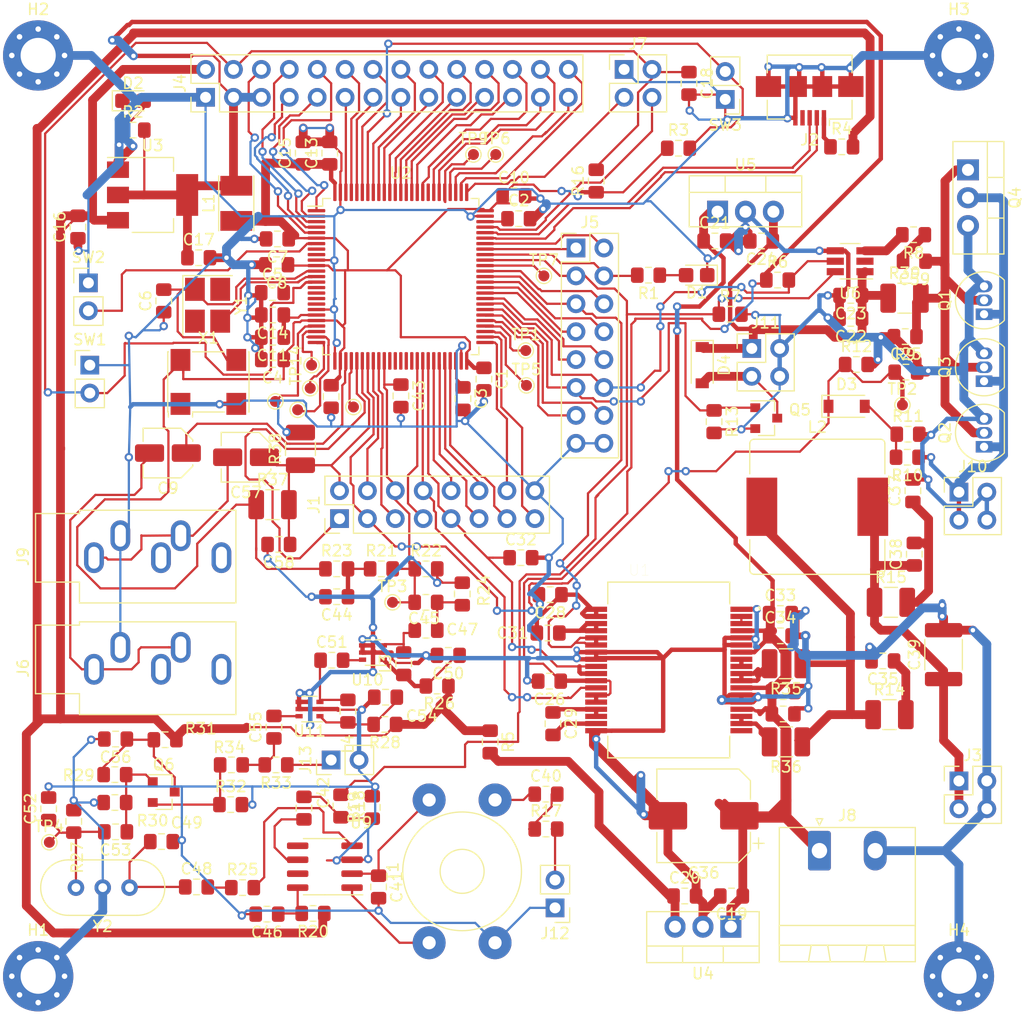
<source format=kicad_pcb>
(kicad_pcb (version 20171130) (host pcbnew "(5.1.6)-1")
  (layers (0 Front signal) (1 In1.Cu signal) (2 In2.Cu signal) (31 Back signal) (34 B.Paste user) (35 F.Paste user) (36 B.SilkS user) (37 F.SilkS user) (38 B.Mask user) (39 F.Mask user) (44 Edge.Cuts user))
  (net 0 "")
  (net 1 GND)
  (net 2 "Net-(C2-Pad1)")
  (net 3 "Net-(C3-Pad1)")
  (net 4 "Net-(C5-Pad2)")
  (net 5 "Net-(C6-Pad2)")
  (net 6 "Net-(C9-Pad2)")
  (net 7 /AudioOut)
  (net 8 "Net-(C11-Pad1)")
  (net 9 +5V)
  (net 10 VCC)
  (net 11 /nRESET)
  (net 12 +24V)
  (net 13 "Net-(C20-Pad1)")
  (net 14 TXV)
  (net 15 "Net-(C28-Pad1)")
  (net 16 "Net-(C29-Pad2)")
  (net 17 "Net-(C29-Pad1)")
  (net 18 "Net-(C31-Pad2)")
  (net 19 A_FAULT)
  (net 20 "Net-(C35-Pad1)")
  (net 21 "Net-(C37-Pad1)")
  (net 22 MODUL_OUT)
  (net 23 "Net-(C40-Pad2)")
  (net 24 "Net-(C40-Pad1)")
  (net 25 "Net-(C41-Pad1)")
  (net 26 "Net-(C42-Pad2)")
  (net 27 "Net-(C42-Pad1)")
  (net 28 RF_ADC_IN)
  (net 29 "Net-(C44-Pad1)")
  (net 30 "Net-(C45-Pad1)")
  (net 31 "Net-(C46-Pad1)")
  (net 32 "Net-(C47-Pad1)")
  (net 33 "Net-(C48-Pad2)")
  (net 34 "Net-(C48-Pad1)")
  (net 35 "Net-(C50-Pad1)")
  (net 36 "Net-(C51-Pad2)")
  (net 37 "Net-(C51-Pad1)")
  (net 38 "Net-(C52-Pad1)")
  (net 39 "Net-(C53-Pad1)")
  (net 40 "Net-(C54-Pad1)")
  (net 41 "Net-(C55-Pad2)")
  (net 42 "Net-(C55-Pad1)")
  (net 43 "Net-(C56-Pad1)")
  (net 44 "Net-(C57-Pad2)")
  (net 45 /Microphone)
  (net 46 "Net-(D1-Pad2)")
  (net 47 "Net-(D2-Pad2)")
  (net 48 "Net-(D3-Pad2)")
  (net 49 "Net-(D4-Pad2)")
  (net 50 /PB13)
  (net 51 /PB12)
  (net 52 /PB11)
  (net 53 /PB10)
  (net 54 /PE15)
  (net 55 /PE14)
  (net 56 A_PWRDN)
  (net 57 A_PWM)
  (net 58 /PB0)
  (net 59 /PC5)
  (net 60 /PA6)
  (net 61 /PA5)
  (net 62 /PA3)
  (net 63 /PA2)
  (net 64 /PA1)
  (net 65 /PA0)
  (net 66 /USB1_D+)
  (net 67 /USB1_D-)
  (net 68 /PA15)
  (net 69 /PC10)
  (net 70 /PD0)
  (net 71 /PD1)
  (net 72 /PD3)
  (net 73 /PD4)
  (net 74 /PD5)
  (net 75 /PD6)
  (net 76 /PD7)
  (net 77 /PB3)
  (net 78 /PB4)
  (net 79 /PB5)
  (net 80 /PB6)
  (net 81 /PB7)
  (net 82 /PB8)
  (net 83 /PB9)
  (net 84 RXTX)
  (net 85 /PE1)
  (net 86 TX_ENA)
  (net 87 /PE3)
  (net 88 /PE4)
  (net 89 /PE5)
  (net 90 /PE6)
  (net 91 /PD9)
  (net 92 /PD8)
  (net 93 /PD13)
  (net 94 /PD12)
  (net 95 /PD15)
  (net 96 /PD14)
  (net 97 /PC7)
  (net 98 /PA8)
  (net 99 MCO)
  (net 100 /PA10)
  (net 101 /PA9)
  (net 102 /SWDIO)
  (net 103 /SWCLK)
  (net 104 "Net-(L2-Pad1)")
  (net 105 "Net-(Q6-Pad2)")
  (net 106 /BOOT)
  (net 107 "Net-(R8-Pad2)")
  (net 108 "Net-(R25-Pad2)")
  (net 109 "Net-(R35-Pad2)")
  (net 110 "Net-(R36-Pad2)")
  (net 111 /PC13)
  (net 112 /TX/+12V)
  (net 113 "Net-(C59-Pad2)")
  (net 114 "Net-(C59-Pad1)")
  (net 115 "Net-(T1-Pad3)")
  (net 116 "Net-(U1-Pad2)")
  (net 117 "Net-(U1-Pad8)")
  (net 118 VCC_CPU)
  (net 119 "Net-(J10-Pad1)")
  (net 120 "Net-(J2-Pad1)")
  (net 121 "Net-(J12-Pad2)")
  (net 122 "Net-(J13-Pad1)")
  (net 123 /USB0_D+)
  (net 124 /USB0_D-)
  (net 125 /SD_CK)
  (net 126 /nCS)
  (net 127 /SD_D0)
  (net 128 /PE11)
  (net 129 /PE0)
  (net 130 /PE2)
  (module Crystal:Crystal_HC49-U-3Pin_Vertical (layer Front) (at 90.8685 130.3655 180)
    (fp_text reference Y2 (at 2.44 -3.525) (layer F.SilkS))
    (fp_text value ECS-10.7-7.5B)
    (pad 3 thru_hole circle (at 4.88 0 180) (size 1.5 1.5) (drill 0.8) (layers *.Cu *.Mask) (net 38 "Net-(C52-Pad1)"))
    (pad 2 thru_hole circle (at 2.44 0 180) (size 1.5 1.5) (drill 0.8) (layers *.Cu *.Mask) (net 1 GND))
    (pad 1 thru_hole circle (at 0 0 180) (size 1.5 1.5) (drill 0.8) (layers *.Cu *.Mask) (net 34 "Net-(C48-Pad1)"))
  )
  (module TestPoint:TestPoint_Pad_D1.0mm (layer Front) (at 161.2265 86.4235)
    (fp_text reference TP2 (at 0 -1.448) (layer F.SilkS))
    (fp_text value TestPoint)
    (pad 1 smd circle (at 0 0) (size 1 1) (layers Front F.Mask) (net 14 TXV))
  )
  (module Capacitor_SMD:C_0805_2012Metric_Pad1.15x1.40mm_HandSolder (layer Front) (at 123.1265 84.074 270)
    (fp_text reference C1 (at 0 -1.65 90) (layer F.SilkS))
    (fp_text value 100n)
    (pad 2 smd roundrect (at 1.025 0 270) (size 1.15 1.4) (layers Front F.Paste F.Mask) (roundrect_rratio 0.217391) (net 1 GND))
    (pad 1 smd roundrect (at -1.025 0 270) (size 1.15 1.4) (layers Front F.Paste F.Mask) (roundrect_rratio 0.217391) (net 118 VCC_CPU))
  )
  (module TestPoint:TestPoint_Pad_D1.0mm (layer Front) (at 122.174 63.627)
    (fp_text reference TP9 (at 0 -1.448) (layer F.SilkS))
    (fp_text value TestPoint_Small)
    (pad 1 smd circle (at 0 0) (size 1 1) (layers Front F.Mask) (net 125 /SD_CK))
  )
  (module TestPoint:TestPoint_Pad_D1.0mm (layer Front) (at 128.5875 74.676)
    (fp_text reference TP7 (at 0 -1.448) (layer F.SilkS))
    (fp_text value TestPoint_Small)
    (pad 1 smd circle (at 0 0) (size 1 1) (layers Front F.Mask) (net 127 /SD_D0))
  )
  (module TestPoint:TestPoint_Pad_D1.0mm (layer Front) (at 124.206 63.627)
    (fp_text reference TP6 (at 0 -1.448) (layer F.SilkS))
    (fp_text value TestPoint_Small)
    (pad 1 smd circle (at 0 0) (size 1 1) (layers Front F.Mask) (net 126 /nCS))
  )
  (module Connector_PinHeader_2.54mm:PinHeader_1x02_P2.54mm_Vertical (layer Front) (at 109.22 118.745 90)
    (fp_text reference J13 (at 0 -2.33 90) (layer F.SilkS))
    (fp_text value Conn_01x02)
    (pad 2 thru_hole oval (at 0 2.54 90) (size 1.7 1.7) (drill 1) (layers *.Cu *.Mask) (net 1 GND))
    (pad 1 thru_hole rect (at 0 0 90) (size 1.7 1.7) (drill 1) (layers *.Cu *.Mask) (net 122 "Net-(J13-Pad1)"))
  )
  (module Connector_PinHeader_2.54mm:PinHeader_1x02_P2.54mm_Vertical (layer Front) (at 129.6035 132.207 180)
    (fp_text reference J12 (at 0 -2.33) (layer F.SilkS))
    (fp_text value Conn_01x02)
    (pad 2 thru_hole oval (at 0 2.54 180) (size 1.7 1.7) (drill 1) (layers *.Cu *.Mask) (net 121 "Net-(J12-Pad2)"))
    (pad 1 thru_hole rect (at 0 0 180) (size 1.7 1.7) (drill 1) (layers *.Cu *.Mask) (net 1 GND))
  )
  (module Connector_PinHeader_2.54mm:PinHeader_2x02_P2.54mm_Vertical (layer Front) (at 147.5105 81.28)
    (fp_text reference J11 (at 1.27 -2.33) (layer F.SilkS))
    (fp_text value Conn_02x02_Odd_Even)
    (pad 4 thru_hole oval (at 2.54 2.54) (size 1.7 1.7) (drill 1) (layers *.Cu *.Mask) (net 1 GND))
    (pad 3 thru_hole oval (at 0 2.54) (size 1.7 1.7) (drill 1) (layers *.Cu *.Mask) (net 49 "Net-(D4-Pad2)"))
    (pad 2 thru_hole oval (at 2.54 0) (size 1.7 1.7) (drill 1) (layers *.Cu *.Mask) (net 1 GND))
    (pad 1 thru_hole rect (at 0 0) (size 1.7 1.7) (drill 1) (layers *.Cu *.Mask) (net 112 /TX/+12V))
  )
  (module Connector_PinHeader_2.54mm:PinHeader_2x02_P2.54mm_Vertical (layer Front) (at 166.37 94.361)
    (fp_text reference J10 (at 1.27 -2.33) (layer F.SilkS))
    (fp_text value Conn_02x02_Odd_Even)
    (pad 4 thru_hole oval (at 2.54 2.54) (size 1.7 1.7) (drill 1) (layers *.Cu *.Mask) (net 1 GND))
    (pad 3 thru_hole oval (at 0 2.54) (size 1.7 1.7) (drill 1) (layers *.Cu *.Mask) (net 119 "Net-(J10-Pad1)"))
    (pad 2 thru_hole oval (at 2.54 0) (size 1.7 1.7) (drill 1) (layers *.Cu *.Mask) (net 1 GND))
    (pad 1 thru_hole rect (at 0 0) (size 1.7 1.7) (drill 1) (layers *.Cu *.Mask) (net 119 "Net-(J10-Pad1)"))
  )
  (module Connector_Phoenix_MSTB:PhoenixContact_MSTBA_2,5_2-G-5,08_1x02_P5.08mm_Horizontal (layer Front) (at 153.67 127)
    (fp_text reference J8 (at 2.54 -3.2) (layer F.SilkS))
    (fp_text value Screw_Terminal_01x02)
    (pad 2 thru_hole oval (at 5.08 0) (size 2.08 3.6) (drill 1.4) (layers *.Cu *.Mask) (net 1 GND))
    (pad 1 thru_hole roundrect (at 0 0) (size 2.08 3.6) (drill 1.4) (layers *.Cu *.Mask) (roundrect_rratio 0.120192) (net 12 +24V))
  )
  (module Connector_PinHeader_2.54mm:PinHeader_2x02_P2.54mm_Vertical (layer Front) (at 166.37 120.65)
    (fp_text reference J3 (at 1.27 -2.33) (layer F.SilkS))
    (fp_text value Conn_02x02_Odd_Even)
    (pad 4 thru_hole oval (at 2.54 2.54) (size 1.7 1.7) (drill 1) (layers *.Cu *.Mask) (net 1 GND))
    (pad 3 thru_hole oval (at 0 2.54) (size 1.7 1.7) (drill 1) (layers *.Cu *.Mask) (net 22 MODUL_OUT))
    (pad 2 thru_hole oval (at 2.54 0) (size 1.7 1.7) (drill 1) (layers *.Cu *.Mask) (net 1 GND))
    (pad 1 thru_hole rect (at 0 0) (size 1.7 1.7) (drill 1) (layers *.Cu *.Mask) (net 22 MODUL_OUT))
  )
  (module Connector_USB:USB_Micro-B_Amphenol_10104110_Horizontal (layer Front) (at 152.781 58.7375 180)
    (fp_text reference J2 (at 0 -3.55) (layer F.SilkS))
    (fp_text value USB_B_Micro)
    (pad 1 smd rect (at -1.3 -1.55 180) (size 0.4 1.4) (layers Front F.Paste F.Mask) (net 120 "Net-(J2-Pad1)"))
    (pad 2 smd rect (at -0.65 -1.55 180) (size 0.4 1.4) (layers Front F.Paste F.Mask) (net 67 /USB1_D-))
    (pad 3 smd rect (at 0 -1.55 180) (size 0.4 1.4) (layers Front F.Paste F.Mask) (net 66 /USB1_D+))
    (pad 4 smd rect (at 0.65 -1.55 180) (size 0.4 1.4) (layers Front F.Paste F.Mask))
    (pad 5 smd rect (at 1.3 -1.55 180) (size 0.4 1.4) (layers Front F.Paste F.Mask) (net 1 GND))
    (pad 6 smd rect (at -3.75 1.3 180) (size 2.3 1.9) (layers Front F.Paste F.Mask) (net 1 GND))
    (pad 6 smd rect (at 3.75 1.3 180) (size 2.3 1.9) (layers Front F.Paste F.Mask) (net 1 GND))
    (pad 6 smd rect (at -1.15 1.3 180) (size 1.8 1.9) (layers Front F.Paste F.Mask) (net 1 GND))
    (pad 6 smd rect (at 1.15 1.3 180) (size 1.8 1.9) (layers Front F.Paste F.Mask) (net 1 GND))
  )
  (module TestPoint:TestPoint_Pad_D1.0mm (layer Front) (at 127 84.6455)
    (fp_text reference TP5 (at 0 -1.448) (layer F.SilkS))
    (fp_text value TestPoint)
    (pad 1 smd circle (at 0 0) (size 1 1) (layers Front F.Mask) (net 124 /USB0_D-))
  )
  (module TestPoint:TestPoint_Pad_D1.0mm (layer Front) (at 126.9365 81.4705)
    (fp_text reference TP1 (at 0 -1.448) (layer F.SilkS))
    (fp_text value TestPoint)
    (pad 1 smd circle (at 0 0) (size 1 1) (layers Front F.Mask) (net 123 /USB0_D+))
  )
  (module footprints:SOP65P1420X343-36N (layer Front) (at 139.954 110.5535)
    (fp_text reference U1 (at -2.678075 -9.095395) (layer F.SilkS) (effects (font (size 1.001142 1.001142) (thickness 0.015))))
    (fp_text value STA516BETR)
    (pad 1 smd rect (at 6.61 -5.525) (size 1.99 0.48) (layers Front F.Paste F.Mask) (net 1 GND))
    (pad 2 smd rect (at 6.61 -4.875) (size 1.99 0.48) (layers Front F.Paste F.Mask) (net 116 "Net-(U1-Pad2)"))
    (pad 3 smd rect (at 6.61 -4.225) (size 1.99 0.48) (layers Front F.Paste F.Mask) (net 116 "Net-(U1-Pad2)"))
    (pad 4 smd rect (at 6.61 -3.575) (size 1.99 0.48) (layers Front F.Paste F.Mask) (net 12 +24V))
    (pad 5 smd rect (at 6.61 -2.925) (size 1.99 0.48) (layers Front F.Paste F.Mask) (net 1 GND))
    (pad 6 smd rect (at 6.61 -2.275) (size 1.99 0.48) (layers Front F.Paste F.Mask) (net 1 GND))
    (pad 7 smd rect (at 6.61 -1.625) (size 1.99 0.48) (layers Front F.Paste F.Mask) (net 12 +24V))
    (pad 8 smd rect (at 6.61 -0.975) (size 1.99 0.48) (layers Front F.Paste F.Mask) (net 117 "Net-(U1-Pad8)"))
    (pad 9 smd rect (at 6.61 -0.325) (size 1.99 0.48) (layers Front F.Paste F.Mask) (net 117 "Net-(U1-Pad8)"))
    (pad 10 smd rect (at 6.61 0.325) (size 1.99 0.48) (layers Front F.Paste F.Mask) (net 109 "Net-(R35-Pad2)"))
    (pad 11 smd rect (at 6.61 0.975) (size 1.99 0.48) (layers Front F.Paste F.Mask) (net 109 "Net-(R35-Pad2)"))
    (pad 12 smd rect (at 6.61 1.625) (size 1.99 0.48) (layers Front F.Paste F.Mask) (net 12 +24V))
    (pad 13 smd rect (at 6.61 2.275) (size 1.99 0.48) (layers Front F.Paste F.Mask) (net 1 GND))
    (pad 14 smd rect (at 6.61 2.925) (size 1.99 0.48) (layers Front F.Paste F.Mask) (net 1 GND))
    (pad 15 smd rect (at 6.61 3.575) (size 1.99 0.48) (layers Front F.Paste F.Mask) (net 12 +24V))
    (pad 16 smd rect (at 6.61 4.225) (size 1.99 0.48) (layers Front F.Paste F.Mask) (net 110 "Net-(R36-Pad2)"))
    (pad 17 smd rect (at 6.61 4.875) (size 1.99 0.48) (layers Front F.Paste F.Mask) (net 110 "Net-(R36-Pad2)"))
    (pad 18 smd rect (at 6.61 5.525) (size 1.99 0.48) (layers Front F.Paste F.Mask))
    (pad 19 smd rect (at -6.61 5.525) (size 1.99 0.48) (layers Front F.Paste F.Mask) (net 1 GND))
    (pad 20 smd rect (at -6.61 4.875) (size 1.99 0.48) (layers Front F.Paste F.Mask) (net 16 "Net-(C29-Pad2)"))
    (pad 21 smd rect (at -6.61 4.225) (size 1.99 0.48) (layers Front F.Paste F.Mask) (net 17 "Net-(C29-Pad1)"))
    (pad 22 smd rect (at -6.61 3.575) (size 1.99 0.48) (layers Front F.Paste F.Mask) (net 17 "Net-(C29-Pad1)"))
    (pad 23 smd rect (at -6.61 2.925) (size 1.99 0.48) (layers Front F.Paste F.Mask) (net 10 VCC))
    (pad 24 smd rect (at -6.61 2.275) (size 1.99 0.48) (layers Front F.Paste F.Mask) (net 10 VCC))
    (pad 25 smd rect (at -6.61 1.625) (size 1.99 0.48) (layers Front F.Paste F.Mask) (net 56 A_PWRDN))
    (pad 26 smd rect (at -6.61 0.975) (size 1.99 0.48) (layers Front F.Paste F.Mask) (net 10 VCC))
    (pad 27 smd rect (at -6.61 0.325) (size 1.99 0.48) (layers Front F.Paste F.Mask) (net 19 A_FAULT))
    (pad 28 smd rect (at -6.61 -0.325) (size 1.99 0.48) (layers Front F.Paste F.Mask) (net 19 A_FAULT))
    (pad 29 smd rect (at -6.61 -0.975) (size 1.99 0.48) (layers Front F.Paste F.Mask) (net 1 GND))
    (pad 30 smd rect (at -6.61 -1.625) (size 1.99 0.48) (layers Front F.Paste F.Mask) (net 1 GND))
    (pad 31 smd rect (at -6.61 -2.275) (size 1.99 0.48) (layers Front F.Paste F.Mask) (net 57 A_PWM))
    (pad 32 smd rect (at -6.61 -2.925) (size 1.99 0.48) (layers Front F.Paste F.Mask) (net 57 A_PWM))
    (pad 33 smd rect (at -6.61 -3.575) (size 1.99 0.48) (layers Front F.Paste F.Mask) (net 18 "Net-(C31-Pad2)"))
    (pad 34 smd rect (at -6.61 -4.225) (size 1.99 0.48) (layers Front F.Paste F.Mask) (net 18 "Net-(C31-Pad2)"))
    (pad 35 smd rect (at -6.61 -4.875) (size 1.99 0.48) (layers Front F.Paste F.Mask) (net 15 "Net-(C28-Pad1)"))
    (pad 36 smd rect (at -6.61 -5.525) (size 1.99 0.48) (layers Front F.Paste F.Mask) (net 15 "Net-(C28-Pad1)"))
  )
  (module Connector_PinHeader_2.54mm:PinHeader_1x02_P2.54mm_Vertical (layer Front) (at 87.122 75.311)
    (fp_text reference SW2 (at 0 -2.33) (layer F.SilkS))
    (fp_text value SW_DIP_x01)
    (pad 2 thru_hole oval (at 0 2.54) (size 1.7 1.7) (drill 1) (layers *.Cu *.Mask) (net 111 /PC13))
    (pad 1 thru_hole rect (at 0 0) (size 1.7 1.7) (drill 1) (layers *.Cu *.Mask) (net 1 GND))
  )
  (module Connector_PinHeader_2.54mm:PinHeader_1x02_P2.54mm_Vertical (layer Front) (at 87.249 82.804)
    (fp_text reference SW1 (at 0 -2.33) (layer F.SilkS))
    (fp_text value SW_DIP_x01)
    (pad 2 thru_hole oval (at 0 2.54) (size 1.7 1.7) (drill 1) (layers *.Cu *.Mask) (net 11 /nRESET))
    (pad 1 thru_hole rect (at 0 0) (size 1.7 1.7) (drill 1) (layers *.Cu *.Mask) (net 1 GND))
  )
  (module Resistor_SMD:R_1210_3225Metric_Pad1.42x2.65mm_HandSolder (layer Front) (at 106.426 90.424 90)
    (fp_text reference R38 (at 0 -2.28 90) (layer F.SilkS))
    (fp_text value 10k)
    (pad 2 smd roundrect (at 1.4875 0 90) (size 1.425 2.65) (layers Front F.Paste F.Mask) (roundrect_rratio 0.175439) (net 1 GND))
    (pad 1 smd roundrect (at -1.4875 0 90) (size 1.425 2.65) (layers Front F.Paste F.Mask) (roundrect_rratio 0.175439) (net 45 /Microphone))
  )
  (module Capacitor_SMD:C_0805_2012Metric_Pad1.15x1.40mm_HandSolder (layer Front) (at 103.886 80.264 180)
    (fp_text reference C11 (at 0 -1.65) (layer F.SilkS))
    (fp_text value 1u)
    (pad 2 smd roundrect (at 1.025 0 180) (size 1.15 1.4) (layers Front F.Paste F.Mask) (roundrect_rratio 0.217391) (net 1 GND))
    (pad 1 smd roundrect (at -1.025 0 180) (size 1.15 1.4) (layers Front F.Paste F.Mask) (roundrect_rratio 0.217391) (net 8 "Net-(C11-Pad1)"))
  )
  (module TestPoint:TestPoint_Pad_D1.0mm (layer Front) (at 111.252 86.614 90)
    (fp_text reference TP17 hide)
    (fp_text value TestPoint_Small)
    (pad 1 smd circle (at 0 0 90) (size 1 1) (layers Front F.Mask) (net 61 /PA5))
  )
  (module TestPoint:TestPoint_Pad_D1.0mm (layer Front) (at 107.315 84.8995 90)
    (fp_text reference TP16 hide)
    (fp_text value TestPoint_Small)
    (pad 1 smd circle (at 0 0 90) (size 1 1) (layers Front F.Mask) (net 62 /PA3))
  )
  (module TestPoint:TestPoint_Pad_D1.0mm (layer Front) (at 106.172 86.868 90)
    (fp_text reference TP15 hide)
    (fp_text value TestPoint_Small)
    (pad 1 smd circle (at 0 0 90) (size 1 1) (layers Front F.Mask) (net 63 /PA2))
  )
  (module TestPoint:TestPoint_Pad_D1.0mm (layer Front) (at 107.442 82.804 90)
    (fp_text reference TP14 (at 0 -1.448 90) (layer F.SilkS))
    (fp_text value TestPoint_Small)
    (pad 1 smd circle (at 0 0 90) (size 1 1) (layers Front F.Mask) (net 64 /PA1))
  )
  (module TestPoint:TestPoint_Pad_D1.0mm (layer Front) (at 104.14 86.106 90)
    (fp_text reference TP13 hide)
    (fp_text value TestPoint_Small hide)
    (pad 1 smd circle (at 0 0 90) (size 1 1) (layers Front F.Mask) (net 65 /PA0))
  )
  (module TestPoint:TestPoint_Pad_D1.0mm (layer Front) (at 83.566 126.238)
    (fp_text reference TP4 (at 0 -1.448) (layer F.SilkS))
    (fp_text value TestPoint)
    (pad 1 smd circle (at 0 0) (size 1 1) (layers Front F.Mask) (net 38 "Net-(C52-Pad1)"))
  )
  (module TestPoint:TestPoint_Pad_D1.0mm (layer Front) (at 114.808 104.394)
    (fp_text reference TP3 (at 0 -1.448) (layer F.SilkS))
    (fp_text value TestPoint)
    (pad 1 smd circle (at 0 0) (size 1 1) (layers Front F.Mask) (net 28 RF_ADC_IN))
  )
  (module Connector_PinHeader_2.54mm:PinHeader_2x08_P2.54mm_Vertical (layer Front) (at 109.982 96.774 90)
    (fp_text reference J1 (at 1.27 -2.33 90) (layer F.SilkS))
    (fp_text value Conn_02x08_Odd_Even)
    (pad 16 thru_hole oval (at 2.54 17.78 90) (size 1.7 1.7) (drill 1) (layers *.Cu *.Mask) (net 1 GND))
    (pad 15 thru_hole oval (at 0 17.78 90) (size 1.7 1.7) (drill 1) (layers *.Cu *.Mask) (net 50 /PB13))
    (pad 14 thru_hole oval (at 2.54 15.24 90) (size 1.7 1.7) (drill 1) (layers *.Cu *.Mask) (net 51 /PB12))
    (pad 13 thru_hole oval (at 0 15.24 90) (size 1.7 1.7) (drill 1) (layers *.Cu *.Mask) (net 52 /PB11))
    (pad 12 thru_hole oval (at 2.54 12.7 90) (size 1.7 1.7) (drill 1) (layers *.Cu *.Mask) (net 53 /PB10))
    (pad 11 thru_hole oval (at 0 12.7 90) (size 1.7 1.7) (drill 1) (layers *.Cu *.Mask) (net 54 /PE15))
    (pad 10 thru_hole oval (at 2.54 10.16 90) (size 1.7 1.7) (drill 1) (layers *.Cu *.Mask) (net 55 /PE14))
    (pad 9 thru_hole oval (at 0 10.16 90) (size 1.7 1.7) (drill 1) (layers *.Cu *.Mask) (net 19 A_FAULT))
    (pad 8 thru_hole oval (at 2.54 7.62 90) (size 1.7 1.7) (drill 1) (layers *.Cu *.Mask) (net 56 A_PWRDN))
    (pad 7 thru_hole oval (at 0 7.62 90) (size 1.7 1.7) (drill 1) (layers *.Cu *.Mask) (net 128 /PE11))
    (pad 6 thru_hole oval (at 2.54 5.08 90) (size 1.7 1.7) (drill 1) (layers *.Cu *.Mask) (net 28 RF_ADC_IN))
    (pad 5 thru_hole oval (at 0 5.08 90) (size 1.7 1.7) (drill 1) (layers *.Cu *.Mask) (net 58 /PB0))
    (pad 4 thru_hole oval (at 2.54 2.54 90) (size 1.7 1.7) (drill 1) (layers *.Cu *.Mask) (net 59 /PC5))
    (pad 3 thru_hole oval (at 0 2.54 90) (size 1.7 1.7) (drill 1) (layers *.Cu *.Mask) (net 14 TXV))
    (pad 2 thru_hole oval (at 2.54 0 90) (size 1.7 1.7) (drill 1) (layers *.Cu *.Mask) (net 45 /Microphone))
    (pad 1 thru_hole rect (at 0 0 90) (size 1.7 1.7) (drill 1) (layers *.Cu *.Mask) (net 60 /PA6))
  )
  (module Transformer_THT:Transformer_Toroid_Horizontal_D10.5mm_Amidon-T37 (layer Front) (at 124.1425 135.382 90)
    (fp_text reference T1 (at 6.5 -9.3 90) (layer F.SilkS))
    (fp_text value Transformer_1P_1S hide)
    (pad 4 thru_hole circle (at 13 -6 90) (size 3 3) (drill 1.2) (layers *.Cu *.Mask) (net 25 "Net-(C41-Pad1)"))
    (pad 3 thru_hole circle (at 0 -6 90) (size 3 3) (drill 1.2) (layers *.Cu *.Mask) (net 115 "Net-(T1-Pad3)"))
    (pad 2 thru_hole circle (at 13 0 90) (size 3 3) (drill 1.2) (layers *.Cu *.Mask) (net 24 "Net-(C40-Pad1)"))
    (pad 1 thru_hole circle (at 0 0 90) (size 3 3) (drill 1.2) (layers *.Cu *.Mask) (net 1 GND))
  )
  (module Resistor_SMD:R_1210_3225Metric_Pad1.42x2.65mm_HandSolder (layer Front) (at 161.417 76.708)
    (fp_text reference R39 (at 0 -2.28) (layer F.SilkS))
    (fp_text value 10k)
    (pad 2 smd roundrect (at 1.4875 0) (size 1.425 2.65) (layers Front F.Paste F.Mask) (roundrect_rratio 0.175439) (net 114 "Net-(C59-Pad1)"))
    (pad 1 smd roundrect (at -1.4875 0) (size 1.425 2.65) (layers Front F.Paste F.Mask) (roundrect_rratio 0.175439) (net 112 /TX/+12V))
  )
  (module Capacitor_SMD:C_0805_2012Metric_Pad1.15x1.40mm_HandSolder (layer Front) (at 162.306 73.3425 180)
    (fp_text reference C59 (at 0 -1.65) (layer F.SilkS))
    (fp_text value C)
    (pad 2 smd roundrect (at 1.025 0 180) (size 1.15 1.4) (layers Front F.Paste F.Mask) (roundrect_rratio 0.217391) (net 113 "Net-(C59-Pad2)"))
    (pad 1 smd roundrect (at -1.025 0 180) (size 1.15 1.4) (layers Front F.Paste F.Mask) (roundrect_rratio 0.217391) (net 114 "Net-(C59-Pad1)"))
  )
  (module Capacitor_SMD:C_0805_2012Metric_Pad1.15x1.40mm_HandSolder (layer Front) (at 103.886 78.232 180)
    (fp_text reference C14 (at 0 -1.65) (layer F.SilkS))
    (fp_text value 100n)
    (pad 2 smd roundrect (at 1.025 0 180) (size 1.15 1.4) (layers Front F.Paste F.Mask) (roundrect_rratio 0.217391) (net 1 GND))
    (pad 1 smd roundrect (at -1.025 0 180) (size 1.15 1.4) (layers Front F.Paste F.Mask) (roundrect_rratio 0.217391) (net 8 "Net-(C11-Pad1)"))
  )
  (module Crystal:Crystal_SMD_3225-4Pin_3.2x2.5mm_HandSoldering (layer Front) (at 97.97 77.35 270)
    (fp_text reference Y1 (at 0 -3.05 90) (layer F.SilkS))
    (fp_text value " 16MHz")
    (pad 4 smd rect (at -1.45 -1.15 270) (size 2.1 1.8) (layers Front F.Paste F.Mask))
    (pad 3 smd rect (at 1.45 -1.15 270) (size 2.1 1.8) (layers Front F.Paste F.Mask) (net 4 "Net-(C5-Pad2)"))
    (pad 2 smd rect (at 1.45 1.15 270) (size 2.1 1.8) (layers Front F.Paste F.Mask))
    (pad 1 smd rect (at -1.45 1.15 270) (size 2.1 1.8) (layers Front F.Paste F.Mask) (net 5 "Net-(C6-Pad2)"))
  )
  (module Oscillator:Oscillator_SMD_Abracon_ASV-4Pin_7.0x5.1mm (layer Front) (at 98.044 84.328)
    (fp_text reference X1 (at 0 -4) (layer F.SilkS))
    (fp_text value ASV-xxxMHz)
    (pad 4 smd rect (at -2.54 -2) (size 1.8 2) (layers Front F.Paste F.Mask) (net 118 VCC_CPU))
    (pad 3 smd rect (at 2.54 -2) (size 1.8 2) (layers Front F.Paste F.Mask) (net 5 "Net-(C6-Pad2)"))
    (pad 2 smd rect (at 2.54 2) (size 1.8 2) (layers Front F.Paste F.Mask) (net 1 GND))
    (pad 1 smd rect (at -2.54 2) (size 1.8 2) (layers Front F.Paste F.Mask))
  )
  (module Package_TO_SOT_SMD:SOT-363_SC-70-6 (layer Front) (at 107.2515 114.1095 180)
    (fp_text reference U11 (at 0 -2) (layer F.SilkS))
    (fp_text value BGA2869)
    (pad 6 smd rect (at 0.95 -0.65 180) (size 0.65 0.4) (layers Front F.Paste F.Mask) (net 41 "Net-(C55-Pad2)"))
    (pad 4 smd rect (at 0.95 0.65 180) (size 0.65 0.4) (layers Front F.Paste F.Mask) (net 1 GND))
    (pad 2 smd rect (at -0.95 0 180) (size 0.65 0.4) (layers Front F.Paste F.Mask) (net 1 GND))
    (pad 5 smd rect (at 0.95 0 180) (size 0.65 0.4) (layers Front F.Paste F.Mask) (net 1 GND))
    (pad 3 smd rect (at -0.95 0.65 180) (size 0.65 0.4) (layers Front F.Paste F.Mask) (net 37 "Net-(C51-Pad1)"))
    (pad 1 smd rect (at -0.95 -0.65 180) (size 0.65 0.4) (layers Front F.Paste F.Mask) (net 40 "Net-(C54-Pad1)"))
  )
  (module Package_TO_SOT_SMD:SOT-363_SC-70-6 (layer Front) (at 113.03 108.966 180)
    (fp_text reference U10 (at 0.508 -2.4765) (layer F.SilkS))
    (fp_text value BGA2869)
    (pad 6 smd rect (at 0.95 -0.65 180) (size 0.65 0.4) (layers Front F.Paste F.Mask) (net 36 "Net-(C51-Pad2)"))
    (pad 4 smd rect (at 0.95 0.65 180) (size 0.65 0.4) (layers Front F.Paste F.Mask) (net 1 GND))
    (pad 2 smd rect (at -0.95 0 180) (size 0.65 0.4) (layers Front F.Paste F.Mask) (net 1 GND))
    (pad 5 smd rect (at 0.95 0 180) (size 0.65 0.4) (layers Front F.Paste F.Mask) (net 1 GND))
    (pad 3 smd rect (at -0.95 0.65 180) (size 0.65 0.4) (layers Front F.Paste F.Mask) (net 32 "Net-(C47-Pad1)"))
    (pad 1 smd rect (at -0.95 -0.65 180) (size 0.65 0.4) (layers Front F.Paste F.Mask) (net 35 "Net-(C50-Pad1)"))
  )
  (module Package_SO:SOIC-8_3.9x4.9mm_P1.27mm (layer Front) (at 108.6485 128.4605 180)
    (fp_text reference U9 (at -3.302 4.0005) (layer F.SilkS))
    (fp_text value SA612)
    (pad 8 smd roundrect (at 2.475 -1.905 180) (size 1.95 0.6) (layers Front F.Paste F.Mask) (net 31 "Net-(C46-Pad1)"))
    (pad 7 smd roundrect (at 2.475 -0.635 180) (size 1.95 0.6) (layers Front F.Paste F.Mask))
    (pad 6 smd roundrect (at 2.475 0.635 180) (size 1.95 0.6) (layers Front F.Paste F.Mask) (net 27 "Net-(C42-Pad1)"))
    (pad 5 smd roundrect (at 2.475 1.905 180) (size 1.95 0.6) (layers Front F.Paste F.Mask))
    (pad 4 smd roundrect (at -2.475 1.905 180) (size 1.95 0.6) (layers Front F.Paste F.Mask) (net 108 "Net-(R25-Pad2)"))
    (pad 3 smd roundrect (at -2.475 0.635 180) (size 1.95 0.6) (layers Front F.Paste F.Mask) (net 1 GND))
    (pad 2 smd roundrect (at -2.475 -0.635 180) (size 1.95 0.6) (layers Front F.Paste F.Mask) (net 25 "Net-(C41-Pad1)"))
    (pad 1 smd roundrect (at -2.475 -1.905 180) (size 1.95 0.6) (layers Front F.Paste F.Mask) (net 115 "Net-(T1-Pad3)"))
  )
  (module Package_TO_SOT_SMD:SOT-23-6_Handsoldering (layer Front) (at 156.464 73.3425 180)
    (fp_text reference U6 (at 0 -2.9) (layer F.SilkS))
    (fp_text value LM5134AMF_NOPB)
    (pad 5 smd rect (at 1.35 0 180) (size 1.56 0.65) (layers Front F.Paste F.Mask) (net 86 TX_ENA))
    (pad 6 smd rect (at 1.35 -0.95 180) (size 1.56 0.65) (layers Front F.Paste F.Mask) (net 99 MCO))
    (pad 4 smd rect (at 1.35 0.95 180) (size 1.56 0.65) (layers Front F.Paste F.Mask) (net 1 GND))
    (pad 3 smd rect (at -1.35 0.95 180) (size 1.56 0.65) (layers Front F.Paste F.Mask) (net 107 "Net-(R8-Pad2)"))
    (pad 2 smd rect (at -1.35 0 180) (size 1.56 0.65) (layers Front F.Paste F.Mask))
    (pad 1 smd rect (at -1.35 -0.95 180) (size 1.56 0.65) (layers Front F.Paste F.Mask) (net 112 /TX/+12V))
  )
  (module Package_TO_SOT_THT:TO-220-3_Vertical (layer Front) (at 144.399 68.834)
    (fp_text reference U5 (at 2.54 -4.27) (layer F.SilkS))
    (fp_text value LM7812_TO220)
    (pad 3 thru_hole oval (at 5.08 0) (size 1.905 2) (drill 1.1) (layers *.Cu *.Mask) (net 112 /TX/+12V))
    (pad 2 thru_hole oval (at 2.54 0) (size 1.905 2) (drill 1.1) (layers *.Cu *.Mask) (net 1 GND))
    (pad 1 thru_hole rect (at 0 0) (size 1.905 2) (drill 1.1) (layers *.Cu *.Mask) (net 12 +24V))
  )
  (module Package_TO_SOT_THT:TO-220-3_Vertical (layer Front) (at 145.6055 133.9215 180)
    (fp_text reference U4 (at 2.54 -4.27) (layer F.SilkS))
    (fp_text value LM7805_TO220)
    (pad 3 thru_hole oval (at 5.08 0 180) (size 1.905 2) (drill 1.1) (layers *.Cu *.Mask) (net 13 "Net-(C20-Pad1)"))
    (pad 2 thru_hole oval (at 2.54 0 180) (size 1.905 2) (drill 1.1) (layers *.Cu *.Mask) (net 1 GND))
    (pad 1 thru_hole rect (at 0 0 180) (size 1.905 2) (drill 1.1) (layers *.Cu *.Mask) (net 12 +24V))
  )
  (module Package_TO_SOT_SMD:SOT-223-3_TabPin2 (layer Front) (at 92.964 67.31)
    (fp_text reference U3 (at 0 -4.5) (layer F.SilkS))
    (fp_text value AP1117-33)
    (pad 1 smd rect (at -3.15 -2.3) (size 2 1.5) (layers Front F.Paste F.Mask) (net 1 GND))
    (pad 3 smd rect (at -3.15 2.3) (size 2 1.5) (layers Front F.Paste F.Mask) (net 9 +5V))
    (pad 2 smd rect (at -3.15 0) (size 2 1.5) (layers Front F.Paste F.Mask) (net 10 VCC))
    (pad 2 smd rect (at 3.15 0) (size 2 3.8) (layers Front F.Paste F.Mask) (net 10 VCC))
  )
  (module Package_QFP:LQFP-100_14x14mm_P0.5mm (layer Front) (at 115.56 74.74)
    (fp_text reference U2 (at 0 -9.42) (layer F.SilkS))
    (fp_text value STM32H750VBT6)
    (pad 100 smd roundrect (at -6 -7.675) (size 0.3 1.6) (layers Front F.Paste F.Mask) (net 118 VCC_CPU))
    (pad 99 smd roundrect (at -5.5 -7.675) (size 0.3 1.6) (layers Front F.Paste F.Mask) (net 1 GND))
    (pad 98 smd roundrect (at -5 -7.675) (size 0.3 1.6) (layers Front F.Paste F.Mask) (net 85 /PE1))
    (pad 97 smd roundrect (at -4.5 -7.675) (size 0.3 1.6) (layers Front F.Paste F.Mask) (net 129 /PE0))
    (pad 96 smd roundrect (at -4 -7.675) (size 0.3 1.6) (layers Front F.Paste F.Mask) (net 83 /PB9))
    (pad 95 smd roundrect (at -3.5 -7.675) (size 0.3 1.6) (layers Front F.Paste F.Mask) (net 82 /PB8))
    (pad 94 smd roundrect (at -3 -7.675) (size 0.3 1.6) (layers Front F.Paste F.Mask) (net 106 /BOOT))
    (pad 93 smd roundrect (at -2.5 -7.675) (size 0.3 1.6) (layers Front F.Paste F.Mask) (net 81 /PB7))
    (pad 92 smd roundrect (at -2 -7.675) (size 0.3 1.6) (layers Front F.Paste F.Mask) (net 80 /PB6))
    (pad 91 smd roundrect (at -1.5 -7.675) (size 0.3 1.6) (layers Front F.Paste F.Mask) (net 79 /PB5))
    (pad 90 smd roundrect (at -1 -7.675) (size 0.3 1.6) (layers Front F.Paste F.Mask) (net 78 /PB4))
    (pad 89 smd roundrect (at -0.5 -7.675) (size 0.3 1.6) (layers Front F.Paste F.Mask) (net 77 /PB3))
    (pad 88 smd roundrect (at 0 -7.675) (size 0.3 1.6) (layers Front F.Paste F.Mask) (net 76 /PD7))
    (pad 87 smd roundrect (at 0.5 -7.675) (size 0.3 1.6) (layers Front F.Paste F.Mask) (net 75 /PD6))
    (pad 86 smd roundrect (at 1 -7.675) (size 0.3 1.6) (layers Front F.Paste F.Mask) (net 74 /PD5))
    (pad 85 smd roundrect (at 1.5 -7.675) (size 0.3 1.6) (layers Front F.Paste F.Mask) (net 73 /PD4))
    (pad 84 smd roundrect (at 2 -7.675) (size 0.3 1.6) (layers Front F.Paste F.Mask) (net 72 /PD3))
    (pad 83 smd roundrect (at 2.5 -7.675) (size 0.3 1.6) (layers Front F.Paste F.Mask))
    (pad 82 smd roundrect (at 3 -7.675) (size 0.3 1.6) (layers Front F.Paste F.Mask) (net 71 /PD1))
    (pad 81 smd roundrect (at 3.5 -7.675) (size 0.3 1.6) (layers Front F.Paste F.Mask) (net 70 /PD0))
    (pad 80 smd roundrect (at 4 -7.675) (size 0.3 1.6) (layers Front F.Paste F.Mask) (net 125 /SD_CK))
    (pad 79 smd roundrect (at 4.5 -7.675) (size 0.3 1.6) (layers Front F.Paste F.Mask) (net 126 /nCS))
    (pad 78 smd roundrect (at 5 -7.675) (size 0.3 1.6) (layers Front F.Paste F.Mask) (net 69 /PC10))
    (pad 77 smd roundrect (at 5.5 -7.675) (size 0.3 1.6) (layers Front F.Paste F.Mask) (net 68 /PA15))
    (pad 76 smd roundrect (at 6 -7.675) (size 0.3 1.6) (layers Front F.Paste F.Mask) (net 103 /SWCLK))
    (pad 75 smd roundrect (at 7.675 -6) (size 1.6 0.3) (layers Front F.Paste F.Mask) (net 118 VCC_CPU))
    (pad 74 smd roundrect (at 7.675 -5.5) (size 1.6 0.3) (layers Front F.Paste F.Mask) (net 1 GND))
    (pad 73 smd roundrect (at 7.675 -5) (size 1.6 0.3) (layers Front F.Paste F.Mask) (net 2 "Net-(C2-Pad1)"))
    (pad 72 smd roundrect (at 7.675 -4.5) (size 1.6 0.3) (layers Front F.Paste F.Mask) (net 102 /SWDIO))
    (pad 71 smd roundrect (at 7.675 -4) (size 1.6 0.3) (layers Front F.Paste F.Mask) (net 66 /USB1_D+))
    (pad 70 smd roundrect (at 7.675 -3.5) (size 1.6 0.3) (layers Front F.Paste F.Mask) (net 67 /USB1_D-))
    (pad 69 smd roundrect (at 7.675 -3) (size 1.6 0.3) (layers Front F.Paste F.Mask) (net 100 /PA10))
    (pad 68 smd roundrect (at 7.675 -2.5) (size 1.6 0.3) (layers Front F.Paste F.Mask) (net 101 /PA9))
    (pad 67 smd roundrect (at 7.675 -2) (size 1.6 0.3) (layers Front F.Paste F.Mask) (net 98 /PA8))
    (pad 66 smd roundrect (at 7.675 -1.5) (size 1.6 0.3) (layers Front F.Paste F.Mask) (net 99 MCO))
    (pad 65 smd roundrect (at 7.675 -1) (size 1.6 0.3) (layers Front F.Paste F.Mask) (net 127 /SD_D0))
    (pad 64 smd roundrect (at 7.675 -0.5) (size 1.6 0.3) (layers Front F.Paste F.Mask) (net 97 /PC7))
    (pad 63 smd roundrect (at 7.675 0) (size 1.6 0.3) (layers Front F.Paste F.Mask) (net 57 A_PWM))
    (pad 62 smd roundrect (at 7.675 0.5) (size 1.6 0.3) (layers Front F.Paste F.Mask) (net 95 /PD15))
    (pad 61 smd roundrect (at 7.675 1) (size 1.6 0.3) (layers Front F.Paste F.Mask) (net 96 /PD14))
    (pad 60 smd roundrect (at 7.675 1.5) (size 1.6 0.3) (layers Front F.Paste F.Mask) (net 93 /PD13))
    (pad 59 smd roundrect (at 7.675 2) (size 1.6 0.3) (layers Front F.Paste F.Mask) (net 94 /PD12))
    (pad 58 smd roundrect (at 7.675 2.5) (size 1.6 0.3) (layers Front F.Paste F.Mask) (net 86 TX_ENA))
    (pad 57 smd roundrect (at 7.675 3) (size 1.6 0.3) (layers Front F.Paste F.Mask) (net 84 RXTX))
    (pad 56 smd roundrect (at 7.675 3.5) (size 1.6 0.3) (layers Front F.Paste F.Mask) (net 91 /PD9))
    (pad 55 smd roundrect (at 7.675 4) (size 1.6 0.3) (layers Front F.Paste F.Mask) (net 92 /PD8))
    (pad 54 smd roundrect (at 7.675 4.5) (size 1.6 0.3) (layers Front F.Paste F.Mask) (net 123 /USB0_D+))
    (pad 53 smd roundrect (at 7.675 5) (size 1.6 0.3) (layers Front F.Paste F.Mask) (net 124 /USB0_D-))
    (pad 52 smd roundrect (at 7.675 5.5) (size 1.6 0.3) (layers Front F.Paste F.Mask) (net 50 /PB13))
    (pad 51 smd roundrect (at 7.675 6) (size 1.6 0.3) (layers Front F.Paste F.Mask) (net 51 /PB12))
    (pad 50 smd roundrect (at 6 7.675) (size 0.3 1.6) (layers Front F.Paste F.Mask) (net 118 VCC_CPU))
    (pad 49 smd roundrect (at 5.5 7.675) (size 0.3 1.6) (layers Front F.Paste F.Mask) (net 1 GND))
    (pad 48 smd roundrect (at 5 7.675) (size 0.3 1.6) (layers Front F.Paste F.Mask) (net 3 "Net-(C3-Pad1)"))
    (pad 47 smd roundrect (at 4.5 7.675) (size 0.3 1.6) (layers Front F.Paste F.Mask) (net 52 /PB11))
    (pad 46 smd roundrect (at 4 7.675) (size 0.3 1.6) (layers Front F.Paste F.Mask) (net 53 /PB10))
    (pad 45 smd roundrect (at 3.5 7.675) (size 0.3 1.6) (layers Front F.Paste F.Mask) (net 54 /PE15))
    (pad 44 smd roundrect (at 3 7.675) (size 0.3 1.6) (layers Front F.Paste F.Mask) (net 55 /PE14))
    (pad 43 smd roundrect (at 2.5 7.675) (size 0.3 1.6) (layers Front F.Paste F.Mask) (net 19 A_FAULT))
    (pad 42 smd roundrect (at 2 7.675) (size 0.3 1.6) (layers Front F.Paste F.Mask) (net 56 A_PWRDN))
    (pad 41 smd roundrect (at 1.5 7.675) (size 0.3 1.6) (layers Front F.Paste F.Mask) (net 128 /PE11))
    (pad 40 smd roundrect (at 1 7.675) (size 0.3 1.6) (layers Front F.Paste F.Mask))
    (pad 39 smd roundrect (at 0.5 7.675) (size 0.3 1.6) (layers Front F.Paste F.Mask))
    (pad 38 smd roundrect (at 0 7.675) (size 0.3 1.6) (layers Front F.Paste F.Mask))
    (pad 37 smd roundrect (at -0.5 7.675) (size 0.3 1.6) (layers Front F.Paste F.Mask))
    (pad 36 smd roundrect (at -1 7.675) (size 0.3 1.6) (layers Front F.Paste F.Mask))
    (pad 35 smd roundrect (at -1.5 7.675) (size 0.3 1.6) (layers Front F.Paste F.Mask) (net 28 RF_ADC_IN))
    (pad 34 smd roundrect (at -2 7.675) (size 0.3 1.6) (layers Front F.Paste F.Mask) (net 58 /PB0))
    (pad 33 smd roundrect (at -2.5 7.675) (size 0.3 1.6) (layers Front F.Paste F.Mask) (net 59 /PC5))
    (pad 32 smd roundrect (at -3 7.675) (size 0.3 1.6) (layers Front F.Paste F.Mask) (net 14 TXV))
    (pad 31 smd roundrect (at -3.5 7.675) (size 0.3 1.6) (layers Front F.Paste F.Mask) (net 45 /Microphone))
    (pad 30 smd roundrect (at -4 7.675) (size 0.3 1.6) (layers Front F.Paste F.Mask) (net 60 /PA6))
    (pad 29 smd roundrect (at -4.5 7.675) (size 0.3 1.6) (layers Front F.Paste F.Mask) (net 61 /PA5))
    (pad 28 smd roundrect (at -5 7.675) (size 0.3 1.6) (layers Front F.Paste F.Mask) (net 7 /AudioOut))
    (pad 27 smd roundrect (at -5.5 7.675) (size 0.3 1.6) (layers Front F.Paste F.Mask) (net 118 VCC_CPU))
    (pad 26 smd roundrect (at -6 7.675) (size 0.3 1.6) (layers Front F.Paste F.Mask) (net 1 GND))
    (pad 25 smd roundrect (at -7.675 6) (size 1.6 0.3) (layers Front F.Paste F.Mask) (net 62 /PA3))
    (pad 24 smd roundrect (at -7.675 5.5) (size 1.6 0.3) (layers Front F.Paste F.Mask) (net 63 /PA2))
    (pad 23 smd roundrect (at -7.675 5) (size 1.6 0.3) (layers Front F.Paste F.Mask) (net 64 /PA1))
    (pad 22 smd roundrect (at -7.675 4.5) (size 1.6 0.3) (layers Front F.Paste F.Mask) (net 65 /PA0))
    (pad 21 smd roundrect (at -7.675 4) (size 1.6 0.3) (layers Front F.Paste F.Mask) (net 118 VCC_CPU))
    (pad 20 smd roundrect (at -7.675 3.5) (size 1.6 0.3) (layers Front F.Paste F.Mask) (net 8 "Net-(C11-Pad1)"))
    (pad 19 smd roundrect (at -7.675 3) (size 1.6 0.3) (layers Front F.Paste F.Mask) (net 1 GND))
    (pad 18 smd roundrect (at -7.675 2.5) (size 1.6 0.3) (layers Front F.Paste F.Mask))
    (pad 17 smd roundrect (at -7.675 2) (size 1.6 0.3) (layers Front F.Paste F.Mask))
    (pad 16 smd roundrect (at -7.675 1.5) (size 1.6 0.3) (layers Front F.Paste F.Mask))
    (pad 15 smd roundrect (at -7.675 1) (size 1.6 0.3) (layers Front F.Paste F.Mask))
    (pad 14 smd roundrect (at -7.675 0.5) (size 1.6 0.3) (layers Front F.Paste F.Mask) (net 11 /nRESET))
    (pad 13 smd roundrect (at -7.675 0) (size 1.6 0.3) (layers Front F.Paste F.Mask) (net 4 "Net-(C5-Pad2)"))
    (pad 12 smd roundrect (at -7.675 -0.5) (size 1.6 0.3) (layers Front F.Paste F.Mask) (net 5 "Net-(C6-Pad2)"))
    (pad 11 smd roundrect (at -7.675 -1) (size 1.6 0.3) (layers Front F.Paste F.Mask) (net 118 VCC_CPU))
    (pad 10 smd roundrect (at -7.675 -1.5) (size 1.6 0.3) (layers Front F.Paste F.Mask) (net 1 GND))
    (pad 9 smd roundrect (at -7.675 -2) (size 1.6 0.3) (layers Front F.Paste F.Mask))
    (pad 8 smd roundrect (at -7.675 -2.5) (size 1.6 0.3) (layers Front F.Paste F.Mask))
    (pad 7 smd roundrect (at -7.675 -3) (size 1.6 0.3) (layers Front F.Paste F.Mask) (net 111 /PC13))
    (pad 6 smd roundrect (at -7.675 -3.5) (size 1.6 0.3) (layers Front F.Paste F.Mask) (net 118 VCC_CPU))
    (pad 5 smd roundrect (at -7.675 -4) (size 1.6 0.3) (layers Front F.Paste F.Mask) (net 90 /PE6))
    (pad 4 smd roundrect (at -7.675 -4.5) (size 1.6 0.3) (layers Front F.Paste F.Mask) (net 89 /PE5))
    (pad 3 smd roundrect (at -7.675 -5) (size 1.6 0.3) (layers Front F.Paste F.Mask) (net 88 /PE4))
    (pad 2 smd roundrect (at -7.675 -5.5) (size 1.6 0.3) (layers Front F.Paste F.Mask) (net 87 /PE3))
    (pad 1 smd roundrect (at -7.675 -6) (size 1.6 0.3) (layers Front F.Paste F.Mask) (net 130 /PE2))
  )
  (module Connector_PinHeader_2.54mm:PinHeader_1x02_P2.54mm_Vertical (layer Front) (at 145.0975 58.6105 180)
    (fp_text reference SW3 (at 0 -2.33) (layer F.SilkS))
    (fp_text value SW_DIP_x01)
    (pad 2 thru_hole oval (at 0 2.54 180) (size 1.7 1.7) (drill 1) (layers *.Cu *.Mask) (net 106 /BOOT))
    (pad 1 thru_hole rect (at 0 0 180) (size 1.7 1.7) (drill 1) (layers *.Cu *.Mask) (net 1 GND))
  )
  (module Resistor_SMD:R_1210_3225Metric_Pad1.42x2.65mm_HandSolder (layer Front) (at 103.886 95.504)
    (fp_text reference R37 (at 0 -2.28) (layer F.SilkS))
    (fp_text value 10k)
    (pad 2 smd roundrect (at 1.4875 0) (size 1.425 2.65) (layers Front F.Paste F.Mask) (roundrect_rratio 0.175439) (net 45 /Microphone))
    (pad 1 smd roundrect (at -1.4875 0) (size 1.425 2.65) (layers Front F.Paste F.Mask) (roundrect_rratio 0.175439) (net 118 VCC_CPU))
  )
  (module Resistor_SMD:R_1210_3225Metric_Pad1.42x2.65mm_HandSolder (layer Front) (at 150.622 117.094 180)
    (fp_text reference R36 (at 0 -2.28) (layer F.SilkS))
    (fp_text value 0)
    (pad 2 smd roundrect (at 1.4875 0 180) (size 1.425 2.65) (layers Front F.Paste F.Mask) (roundrect_rratio 0.175439) (net 110 "Net-(R36-Pad2)"))
    (pad 1 smd roundrect (at -1.4875 0 180) (size 1.425 2.65) (layers Front F.Paste F.Mask) (roundrect_rratio 0.175439) (net 104 "Net-(L2-Pad1)"))
  )
  (module Resistor_SMD:R_1210_3225Metric_Pad1.42x2.65mm_HandSolder (layer Front) (at 150.622 109.982 180)
    (fp_text reference R35 (at 0 -2.28) (layer F.SilkS))
    (fp_text value 0)
    (pad 2 smd roundrect (at 1.4875 0 180) (size 1.425 2.65) (layers Front F.Paste F.Mask) (roundrect_rratio 0.175439) (net 109 "Net-(R35-Pad2)"))
    (pad 1 smd roundrect (at -1.4875 0 180) (size 1.425 2.65) (layers Front F.Paste F.Mask) (roundrect_rratio 0.175439) (net 104 "Net-(L2-Pad1)"))
  )
  (module Resistor_SMD:R_0805_2012Metric_Pad1.15x1.40mm_HandSolder (layer Front) (at 100.1395 119.1895 180)
    (fp_text reference R34 (at 0.1905 1.5875) (layer F.SilkS))
    (fp_text value 0)
    (pad 2 smd roundrect (at 1.025 0 180) (size 1.15 1.4) (layers Front F.Paste F.Mask) (roundrect_rratio 0.217391) (net 105 "Net-(Q6-Pad2)"))
    (pad 1 smd roundrect (at -1.025 0 180) (size 1.15 1.4) (layers Front F.Paste F.Mask) (roundrect_rratio 0.217391) (net 42 "Net-(C55-Pad1)"))
  )
  (module Resistor_SMD:R_0805_2012Metric_Pad1.15x1.40mm_HandSolder (layer Front) (at 104.2035 119.1895 180)
    (fp_text reference R33 (at 0 -1.65) (layer F.SilkS))
    (fp_text value 0)
    (pad 2 smd roundrect (at 1.025 0 180) (size 1.15 1.4) (layers Front F.Paste F.Mask) (roundrect_rratio 0.217391) (net 42 "Net-(C55-Pad1)"))
    (pad 1 smd roundrect (at -1.025 0 180) (size 1.15 1.4) (layers Front F.Paste F.Mask) (roundrect_rratio 0.217391) (net 122 "Net-(J13-Pad1)"))
  )
  (module Resistor_SMD:R_0805_2012Metric_Pad1.15x1.40mm_HandSolder (layer Front) (at 100.076 122.809)
    (fp_text reference R32 (at 0 -1.65) (layer F.SilkS))
    (fp_text value 2k2)
    (pad 2 smd roundrect (at 1.025 0) (size 1.15 1.4) (layers Front F.Paste F.Mask) (roundrect_rratio 0.217391) (net 1 GND))
    (pad 1 smd roundrect (at -1.025 0) (size 1.15 1.4) (layers Front F.Paste F.Mask) (roundrect_rratio 0.217391) (net 105 "Net-(Q6-Pad2)"))
  )
  (module Resistor_SMD:R_0805_2012Metric_Pad1.15x1.40mm_HandSolder (layer Front) (at 94.107 116.9035 180)
    (fp_text reference R31 (at -3.2385 1.016) (layer F.SilkS))
    (fp_text value 100)
    (pad 2 smd roundrect (at 1.025 0 180) (size 1.15 1.4) (layers Front F.Paste F.Mask) (roundrect_rratio 0.217391) (net 43 "Net-(C56-Pad1)"))
    (pad 1 smd roundrect (at -1.025 0 180) (size 1.15 1.4) (layers Front F.Paste F.Mask) (roundrect_rratio 0.217391) (net 9 +5V))
  )
  (module Resistor_SMD:R_0805_2012Metric_Pad1.15x1.40mm_HandSolder (layer Front) (at 89.535 122.6185 180)
    (fp_text reference R30 (at -3.429 -1.651) (layer F.SilkS))
    (fp_text value 150k)
    (pad 2 smd roundrect (at 1.025 0 180) (size 1.15 1.4) (layers Front F.Paste F.Mask) (roundrect_rratio 0.217391) (net 1 GND))
    (pad 1 smd roundrect (at -1.025 0 180) (size 1.15 1.4) (layers Front F.Paste F.Mask) (roundrect_rratio 0.217391) (net 39 "Net-(C53-Pad1)"))
  )
  (module Resistor_SMD:R_0805_2012Metric_Pad1.15x1.40mm_HandSolder (layer Front) (at 89.535 120.0785)
    (fp_text reference R29 (at -3.302 0.0635) (layer F.SilkS))
    (fp_text value 62k)
    (pad 2 smd roundrect (at 1.025 0) (size 1.15 1.4) (layers Front F.Paste F.Mask) (roundrect_rratio 0.217391) (net 39 "Net-(C53-Pad1)"))
    (pad 1 smd roundrect (at -1.025 0) (size 1.15 1.4) (layers Front F.Paste F.Mask) (roundrect_rratio 0.217391) (net 43 "Net-(C56-Pad1)"))
  )
  (module Resistor_SMD:R_0805_2012Metric_Pad1.15x1.40mm_HandSolder (layer Front) (at 114.1095 115.5065 180)
    (fp_text reference R28 (at 0 -1.65) (layer F.SilkS))
    (fp_text value 100)
    (pad 2 smd roundrect (at 1.025 0 180) (size 1.15 1.4) (layers Front F.Paste F.Mask) (roundrect_rratio 0.217391) (net 40 "Net-(C54-Pad1)"))
    (pad 1 smd roundrect (at -1.025 0 180) (size 1.15 1.4) (layers Front F.Paste F.Mask) (roundrect_rratio 0.217391) (net 9 +5V))
  )
  (module Resistor_SMD:R_0805_2012Metric_Pad1.15x1.40mm_HandSolder (layer Front) (at 85.7885 124.333 90)
    (fp_text reference R27 (at -3.302 0.3175 90) (layer F.SilkS))
    (fp_text value 100k)
    (pad 2 smd roundrect (at 1.025 0 90) (size 1.15 1.4) (layers Front F.Paste F.Mask) (roundrect_rratio 0.217391) (net 1 GND))
    (pad 1 smd roundrect (at -1.025 0 90) (size 1.15 1.4) (layers Front F.Paste F.Mask) (roundrect_rratio 0.217391) (net 38 "Net-(C52-Pad1)"))
  )
  (module Resistor_SMD:R_0805_2012Metric_Pad1.15x1.40mm_HandSolder (layer Front) (at 118.872 112.014 180)
    (fp_text reference R26 (at -0.1905 -1.5875) (layer F.SilkS))
    (fp_text value 100)
    (pad 2 smd roundrect (at 1.025 0 180) (size 1.15 1.4) (layers Front F.Paste F.Mask) (roundrect_rratio 0.217391) (net 35 "Net-(C50-Pad1)"))
    (pad 1 smd roundrect (at -1.025 0 180) (size 1.15 1.4) (layers Front F.Paste F.Mask) (roundrect_rratio 0.217391) (net 9 +5V))
  )
  (module Resistor_SMD:R_0805_2012Metric_Pad1.15x1.40mm_HandSolder (layer Front) (at 101.1555 130.3655)
    (fp_text reference R25 (at 0 -1.65) (layer F.SilkS))
    (fp_text value 0)
    (pad 2 smd roundrect (at 1.025 0) (size 1.15 1.4) (layers Front F.Paste F.Mask) (roundrect_rratio 0.217391) (net 108 "Net-(R25-Pad2)"))
    (pad 1 smd roundrect (at -1.025 0) (size 1.15 1.4) (layers Front F.Paste F.Mask) (roundrect_rratio 0.217391) (net 33 "Net-(C48-Pad2)"))
  )
  (module Resistor_SMD:R_0805_2012Metric_Pad1.15x1.40mm_HandSolder (layer Front) (at 121.158 103.632 90)
    (fp_text reference R24 (at 0.3175 1.9685 90) (layer F.SilkS))
    (fp_text value 100k)
    (pad 2 smd roundrect (at 1.025 0 90) (size 1.15 1.4) (layers Front F.Paste F.Mask) (roundrect_rratio 0.217391) (net 1 GND))
    (pad 1 smd roundrect (at -1.025 0 90) (size 1.15 1.4) (layers Front F.Paste F.Mask) (roundrect_rratio 0.217391) (net 30 "Net-(C45-Pad1)"))
  )
  (module Resistor_SMD:R_0805_2012Metric_Pad1.15x1.40mm_HandSolder (layer Front) (at 109.728 101.346)
    (fp_text reference R23 (at 0 -1.65) (layer F.SilkS))
    (fp_text value 100)
    (pad 2 smd roundrect (at 1.025 0) (size 1.15 1.4) (layers Front F.Paste F.Mask) (roundrect_rratio 0.217391) (net 29 "Net-(C44-Pad1)"))
    (pad 1 smd roundrect (at -1.025 0) (size 1.15 1.4) (layers Front F.Paste F.Mask) (roundrect_rratio 0.217391) (net 118 VCC_CPU))
  )
  (module Resistor_SMD:R_0805_2012Metric_Pad1.15x1.40mm_HandSolder (layer Front) (at 117.856 101.346)
    (fp_text reference R22 (at 0 -1.65) (layer F.SilkS))
    (fp_text value 10k)
    (pad 2 smd roundrect (at 1.025 0) (size 1.15 1.4) (layers Front F.Paste F.Mask) (roundrect_rratio 0.217391) (net 1 GND))
    (pad 1 smd roundrect (at -1.025 0) (size 1.15 1.4) (layers Front F.Paste F.Mask) (roundrect_rratio 0.217391) (net 28 RF_ADC_IN))
  )
  (module Resistor_SMD:R_0805_2012Metric_Pad1.15x1.40mm_HandSolder (layer Front) (at 113.792 101.346)
    (fp_text reference R21 (at 0 -1.65) (layer F.SilkS))
    (fp_text value 10k)
    (pad 2 smd roundrect (at 1.025 0) (size 1.15 1.4) (layers Front F.Paste F.Mask) (roundrect_rratio 0.217391) (net 28 RF_ADC_IN))
    (pad 1 smd roundrect (at -1.025 0) (size 1.15 1.4) (layers Front F.Paste F.Mask) (roundrect_rratio 0.217391) (net 29 "Net-(C44-Pad1)"))
  )
  (module Resistor_SMD:R_0805_2012Metric_Pad1.15x1.40mm_HandSolder (layer Front) (at 107.569 132.715 180)
    (fp_text reference R20 (at 0 -1.65) (layer F.SilkS))
    (fp_text value 100)
    (pad 2 smd roundrect (at 1.025 0 180) (size 1.15 1.4) (layers Front F.Paste F.Mask) (roundrect_rratio 0.217391) (net 31 "Net-(C46-Pad1)"))
    (pad 1 smd roundrect (at -1.025 0 180) (size 1.15 1.4) (layers Front F.Paste F.Mask) (roundrect_rratio 0.217391) (net 9 +5V))
  )
  (module Resistor_SMD:R_0805_2012Metric_Pad1.15x1.40mm_HandSolder (layer Front) (at 112.9665 123.063 90)
    (fp_text reference R19 (at 0 -1.65 90) (layer F.SilkS))
    (fp_text value 3k3)
    (pad 2 smd roundrect (at 1.025 0 90) (size 1.15 1.4) (layers Front F.Paste F.Mask) (roundrect_rratio 0.217391) (net 1 GND))
    (pad 1 smd roundrect (at -1.025 0 90) (size 1.15 1.4) (layers Front F.Paste F.Mask) (roundrect_rratio 0.217391) (net 26 "Net-(C42-Pad2)"))
  )
  (module Resistor_SMD:R_0805_2012Metric_Pad1.15x1.40mm_HandSolder (layer Front) (at 110.109 122.936 270)
    (fp_text reference R18 (at 0 -1.65 90) (layer F.SilkS))
    (fp_text value 10k)
    (pad 2 smd roundrect (at 1.025 0 270) (size 1.15 1.4) (layers Front F.Paste F.Mask) (roundrect_rratio 0.217391) (net 26 "Net-(C42-Pad2)"))
    (pad 1 smd roundrect (at -1.025 0 270) (size 1.15 1.4) (layers Front F.Paste F.Mask) (roundrect_rratio 0.217391) (net 99 MCO))
  )
  (module Resistor_SMD:R_0805_2012Metric_Pad1.15x1.40mm_HandSolder (layer Front) (at 128.778 125.0315)
    (fp_text reference R17 (at 0 -1.65) (layer F.SilkS))
    (fp_text value 0)
    (pad 2 smd roundrect (at 1.025 0) (size 1.15 1.4) (layers Front F.Paste F.Mask) (roundrect_rratio 0.217391) (net 121 "Net-(J12-Pad2)"))
    (pad 1 smd roundrect (at -1.025 0) (size 1.15 1.4) (layers Front F.Paste F.Mask) (roundrect_rratio 0.217391) (net 23 "Net-(C40-Pad2)"))
  )
  (module Resistor_SMD:R_0805_2012Metric_Pad1.15x1.40mm_HandSolder (layer Front) (at 133.35 66.04 90)
    (fp_text reference R16 (at 0 -1.65 90) (layer F.SilkS))
    (fp_text value 10K)
    (pad 2 smd roundrect (at 1.025 0 90) (size 1.15 1.4) (layers Front F.Paste F.Mask) (roundrect_rratio 0.217391) (net 11 /nRESET))
    (pad 1 smd roundrect (at -1.025 0 90) (size 1.15 1.4) (layers Front F.Paste F.Mask) (roundrect_rratio 0.217391) (net 118 VCC_CPU))
  )
  (module Resistor_SMD:R_1210_3225Metric_Pad1.42x2.65mm_HandSolder (layer Front) (at 160.174 104.394)
    (fp_text reference R15 (at 0 -2.28) (layer F.SilkS))
    (fp_text value "6.2 0.25 W")
    (pad 2 smd roundrect (at 1.4875 0) (size 1.425 2.65) (layers Front F.Paste F.Mask) (roundrect_rratio 0.175439) (net 21 "Net-(C37-Pad1)"))
    (pad 1 smd roundrect (at -1.4875 0) (size 1.425 2.65) (layers Front F.Paste F.Mask) (roundrect_rratio 0.175439) (net 22 MODUL_OUT))
  )
  (module Resistor_SMD:R_1210_3225Metric_Pad1.42x2.65mm_HandSolder (layer Front) (at 160.047 114.6175)
    (fp_text reference R14 (at 0 -2.28) (layer F.SilkS))
    (fp_text value "20 0.25W")
    (pad 2 smd roundrect (at 1.4875 0) (size 1.425 2.65) (layers Front F.Paste F.Mask) (roundrect_rratio 0.175439) (net 20 "Net-(C35-Pad1)"))
    (pad 1 smd roundrect (at -1.4875 0) (size 1.425 2.65) (layers Front F.Paste F.Mask) (roundrect_rratio 0.175439) (net 104 "Net-(L2-Pad1)"))
  )
  (module Resistor_SMD:R_0805_2012Metric_Pad1.15x1.40mm_HandSolder (layer Front) (at 144.0815 87.9475 270)
    (fp_text reference R13 (at 0 -1.65 90) (layer F.SilkS))
    (fp_text value 10K)
    (pad 2 smd roundrect (at 1.025 0 270) (size 1.15 1.4) (layers Front F.Paste F.Mask) (roundrect_rratio 0.217391) (net 1 GND))
    (pad 1 smd roundrect (at -1.025 0 270) (size 1.15 1.4) (layers Front F.Paste F.Mask) (roundrect_rratio 0.217391) (net 84 RXTX))
  )
  (module Resistor_SMD:R_0805_2012Metric_Pad1.15x1.40mm_HandSolder (layer Front) (at 157.0355 82.7405)
    (fp_text reference R12 (at 0 -1.65) (layer F.SilkS))
    (fp_text value 10k)
    (pad 2 smd roundrect (at 1.025 0) (size 1.15 1.4) (layers Front F.Paste F.Mask) (roundrect_rratio 0.217391) (net 1 GND))
    (pad 1 smd roundrect (at -1.025 0) (size 1.15 1.4) (layers Front F.Paste F.Mask) (roundrect_rratio 0.217391) (net 14 TXV))
  )
  (module Resistor_SMD:R_0805_2012Metric_Pad1.15x1.40mm_HandSolder (layer Front) (at 161.7345 89.0905)
    (fp_text reference R11 (at 0 -1.65) (layer F.SilkS))
    (fp_text value 330)
    (pad 2 smd roundrect (at 1.025 0) (size 1.15 1.4) (layers Front F.Paste F.Mask) (roundrect_rratio 0.217391) (net 1 GND))
    (pad 1 smd roundrect (at -1.025 0) (size 1.15 1.4) (layers Front F.Paste F.Mask) (roundrect_rratio 0.217391) (net 48 "Net-(D3-Pad2)"))
  )
  (module Resistor_SMD:R_0805_2012Metric_Pad1.15x1.40mm_HandSolder (layer Front) (at 161.671 91.186 180)
    (fp_text reference R10 (at 0 -1.65) (layer F.SilkS))
    (fp_text value 10k)
    (pad 2 smd roundrect (at 1.025 0 180) (size 1.15 1.4) (layers Front F.Paste F.Mask) (roundrect_rratio 0.217391) (net 48 "Net-(D3-Pad2)"))
    (pad 1 smd roundrect (at -1.025 0 180) (size 1.15 1.4) (layers Front F.Paste F.Mask) (roundrect_rratio 0.217391) (net 119 "Net-(J10-Pad1)"))
  )
  (module Resistor_SMD:R_0805_2012Metric_Pad1.15x1.40mm_HandSolder (layer Front) (at 161.4805 80.2005 180)
    (fp_text reference R9 (at 0 -1.65) (layer F.SilkS))
    (fp_text value 1K)
    (pad 2 smd roundrect (at 1.025 0 180) (size 1.15 1.4) (layers Front F.Paste F.Mask) (roundrect_rratio 0.217391) (net 1 GND))
    (pad 1 smd roundrect (at -1.025 0 180) (size 1.15 1.4) (layers Front F.Paste F.Mask) (roundrect_rratio 0.217391) (net 114 "Net-(C59-Pad1)"))
  )
  (module Resistor_SMD:R_0805_2012Metric_Pad1.15x1.40mm_HandSolder (layer Front) (at 162.2425 70.9295 180)
    (fp_text reference R8 (at 0 -1.65) (layer F.SilkS))
    (fp_text value 2.2)
    (pad 2 smd roundrect (at 1.025 0 180) (size 1.15 1.4) (layers Front F.Paste F.Mask) (roundrect_rratio 0.217391) (net 107 "Net-(R8-Pad2)"))
    (pad 1 smd roundrect (at -1.025 0 180) (size 1.15 1.4) (layers Front F.Paste F.Mask) (roundrect_rratio 0.217391) (net 113 "Net-(C59-Pad2)"))
  )
  (module Resistor_SMD:R_0805_2012Metric_Pad1.15x1.40mm_HandSolder (layer Front) (at 145.542 78.1685)
    (fp_text reference R7 (at 0 -1.65) (layer F.SilkS))
    (fp_text value 10k)
    (pad 2 smd roundrect (at 1.025 0) (size 1.15 1.4) (layers Front F.Paste F.Mask) (roundrect_rratio 0.217391) (net 1 GND))
    (pad 1 smd roundrect (at -1.025 0) (size 1.15 1.4) (layers Front F.Paste F.Mask) (roundrect_rratio 0.217391) (net 99 MCO))
  )
  (module Resistor_SMD:R_0805_2012Metric_Pad1.15x1.40mm_HandSolder (layer Front) (at 149.86 75.057)
    (fp_text reference R6 (at 0 -1.65) (layer F.SilkS))
    (fp_text value 10k)
    (pad 2 smd roundrect (at 1.025 0) (size 1.15 1.4) (layers Front F.Paste F.Mask) (roundrect_rratio 0.217391) (net 86 TX_ENA))
    (pad 1 smd roundrect (at -1.025 0) (size 1.15 1.4) (layers Front F.Paste F.Mask) (roundrect_rratio 0.217391) (net 10 VCC))
  )
  (module Resistor_SMD:R_0805_2012Metric_Pad1.15x1.40mm_HandSolder (layer Front) (at 123.698 117.103 270)
    (fp_text reference R5 (at 0 -1.65 90) (layer F.SilkS))
    (fp_text value 0)
    (pad 2 smd roundrect (at 1.025 0 270) (size 1.15 1.4) (layers Front F.Paste F.Mask) (roundrect_rratio 0.217391) (net 13 "Net-(C20-Pad1)"))
    (pad 1 smd roundrect (at -1.025 0 270) (size 1.15 1.4) (layers Front F.Paste F.Mask) (roundrect_rratio 0.217391) (net 9 +5V))
  )
  (module Resistor_SMD:R_0805_2012Metric_Pad1.15x1.40mm_HandSolder (layer Front) (at 155.702 62.9285)
    (fp_text reference R4 (at 0 -1.65) (layer F.SilkS))
    (fp_text value 0)
    (pad 2 smd roundrect (at 1.025 0) (size 1.15 1.4) (layers Front F.Paste F.Mask) (roundrect_rratio 0.217391) (net 9 +5V))
    (pad 1 smd roundrect (at -1.025 0) (size 1.15 1.4) (layers Front F.Paste F.Mask) (roundrect_rratio 0.217391) (net 120 "Net-(J2-Pad1)"))
  )
  (module Resistor_SMD:R_0805_2012Metric_Pad1.15x1.40mm_HandSolder (layer Front) (at 140.843 63.0555)
    (fp_text reference R3 (at 0 -1.65) (layer F.SilkS))
    (fp_text value 10K)
    (pad 2 smd roundrect (at 1.025 0) (size 1.15 1.4) (layers Front F.Paste F.Mask) (roundrect_rratio 0.217391) (net 106 /BOOT))
    (pad 1 smd roundrect (at -1.025 0) (size 1.15 1.4) (layers Front F.Paste F.Mask) (roundrect_rratio 0.217391) (net 118 VCC_CPU))
  )
  (module Resistor_SMD:R_0805_2012Metric_Pad1.15x1.40mm_HandSolder (layer Front) (at 91.186 61.4045)
    (fp_text reference R2 (at 0 -1.65) (layer F.SilkS))
    (fp_text value 220R)
    (pad 2 smd roundrect (at 1.025 0) (size 1.15 1.4) (layers Front F.Paste F.Mask) (roundrect_rratio 0.217391) (net 10 VCC))
    (pad 1 smd roundrect (at -1.025 0) (size 1.15 1.4) (layers Front F.Paste F.Mask) (roundrect_rratio 0.217391) (net 47 "Net-(D2-Pad2)"))
  )
  (module Resistor_SMD:R_0805_2012Metric_Pad1.15x1.40mm_HandSolder (layer Front) (at 138.1125 74.6125 180)
    (fp_text reference R1 (at 0 -1.65) (layer F.SilkS))
    (fp_text value 220R)
    (pad 2 smd roundrect (at 1.025 0 180) (size 1.15 1.4) (layers Front F.Paste F.Mask) (roundrect_rratio 0.217391) (net 98 /PA8))
    (pad 1 smd roundrect (at -1.025 0 180) (size 1.15 1.4) (layers Front F.Paste F.Mask) (roundrect_rratio 0.217391) (net 46 "Net-(D1-Pad2)"))
  )
  (module Package_TO_SOT_SMD:SOT-23 (layer Front) (at 93.98 121.666)
    (fp_text reference Q6 (at 0 -2.5) (layer F.SilkS))
    (fp_text value MMBT2222)
    (pad 3 smd rect (at 1 0) (size 0.9 0.8) (layers Front F.Paste F.Mask) (net 43 "Net-(C56-Pad1)"))
    (pad 2 smd rect (at -1 0.95) (size 0.9 0.8) (layers Front F.Paste F.Mask) (net 105 "Net-(Q6-Pad2)"))
    (pad 1 smd rect (at -1 -0.95) (size 0.9 0.8) (layers Front F.Paste F.Mask) (net 39 "Net-(C53-Pad1)"))
  )
  (module Package_TO_SOT_SMD:SOT-23 (layer Front) (at 148.828 87.6275)
    (fp_text reference Q5 (at 3.064 -0.7595) (layer F.SilkS))
    (fp_text value BSS138)
    (pad 3 smd rect (at 1 0) (size 0.9 0.8) (layers Front F.Paste F.Mask) (net 49 "Net-(D4-Pad2)"))
    (pad 2 smd rect (at -1 0.95) (size 0.9 0.8) (layers Front F.Paste F.Mask) (net 1 GND))
    (pad 1 smd rect (at -1 -0.95) (size 0.9 0.8) (layers Front F.Paste F.Mask) (net 84 RXTX))
  )
  (module Package_TO_SOT_THT:TO-220-3_Vertical (layer Front) (at 167.1955 65.024 270)
    (fp_text reference Q4 (at 2.54 -4.27 90) (layer F.SilkS))
    (fp_text value IRF540N)
    (pad 3 thru_hole oval (at 5.08 0 270) (size 1.905 2) (drill 1.1) (layers *.Cu *.Mask) (net 1 GND))
    (pad 2 thru_hole oval (at 2.54 0 270) (size 1.905 2) (drill 1.1) (layers *.Cu *.Mask) (net 119 "Net-(J10-Pad1)"))
    (pad 1 thru_hole rect (at 0 0 270) (size 1.905 2) (drill 1.1) (layers *.Cu *.Mask) (net 114 "Net-(C59-Pad1)"))
  )
  (module Package_TO_SOT_THT:TO-92_Inline (layer Front) (at 168.656 84.2645 90)
    (fp_text reference Q3 (at 1.27 -3.56 90) (layer F.SilkS))
    (fp_text value BS170)
    (pad 1 thru_hole rect (at 0 0 90) (size 1.05 1.5) (drill 0.75) (layers *.Cu *.Mask) (net 119 "Net-(J10-Pad1)"))
    (pad 3 thru_hole oval (at 2.54 0 90) (size 1.05 1.5) (drill 0.75) (layers *.Cu *.Mask) (net 1 GND))
    (pad 2 thru_hole oval (at 1.27 0 90) (size 1.05 1.5) (drill 0.75) (layers *.Cu *.Mask) (net 114 "Net-(C59-Pad1)"))
  )
  (module Package_TO_SOT_THT:TO-92_Inline (layer Front) (at 168.656 90.2335 90)
    (fp_text reference Q2 (at 1.27 -3.56 90) (layer F.SilkS))
    (fp_text value BS170)
    (pad 1 thru_hole rect (at 0 0 90) (size 1.05 1.5) (drill 0.75) (layers *.Cu *.Mask) (net 119 "Net-(J10-Pad1)"))
    (pad 3 thru_hole oval (at 2.54 0 90) (size 1.05 1.5) (drill 0.75) (layers *.Cu *.Mask) (net 1 GND))
    (pad 2 thru_hole oval (at 1.27 0 90) (size 1.05 1.5) (drill 0.75) (layers *.Cu *.Mask) (net 114 "Net-(C59-Pad1)"))
  )
  (module Package_TO_SOT_THT:TO-92_Inline (layer Front) (at 168.656 78.1685 90)
    (fp_text reference Q1 (at 1.27 -3.56 90) (layer F.SilkS))
    (fp_text value BS170)
    (pad 1 thru_hole rect (at 0 0 90) (size 1.05 1.5) (drill 0.75) (layers *.Cu *.Mask) (net 119 "Net-(J10-Pad1)"))
    (pad 3 thru_hole oval (at 2.54 0 90) (size 1.05 1.5) (drill 0.75) (layers *.Cu *.Mask) (net 1 GND))
    (pad 2 thru_hole oval (at 1.27 0 90) (size 1.05 1.5) (drill 0.75) (layers *.Cu *.Mask) (net 114 "Net-(C59-Pad1)"))
  )
  (module Inductor_SMD:L_0805_2012Metric_Pad1.15x1.40mm_HandSolder (layer Front) (at 110.744 114.3 90)
    (fp_text reference L4 (at -2.9845 0 90) (layer F.SilkS))
    (fp_text value 10u)
    (pad 2 smd roundrect (at 1.025 0 90) (size 1.15 1.4) (layers Front F.Paste F.Mask) (roundrect_rratio 0.217391) (net 37 "Net-(C51-Pad1)"))
    (pad 1 smd roundrect (at -1.025 0 90) (size 1.15 1.4) (layers Front F.Paste F.Mask) (roundrect_rratio 0.217391) (net 40 "Net-(C54-Pad1)"))
  )
  (module Inductor_SMD:L_0805_2012Metric_Pad1.15x1.40mm_HandSolder (layer Front) (at 115.824 109.982 90)
    (fp_text reference L3 (at 0 -1.65 90) (layer F.SilkS))
    (fp_text value 10u)
    (pad 2 smd roundrect (at 1.025 0 90) (size 1.15 1.4) (layers Front F.Paste F.Mask) (roundrect_rratio 0.217391) (net 32 "Net-(C47-Pad1)"))
    (pad 1 smd roundrect (at -1.025 0 90) (size 1.15 1.4) (layers Front F.Paste F.Mask) (roundrect_rratio 0.217391) (net 35 "Net-(C50-Pad1)"))
  )
  (module Inductor_SMD:L_Bourns_SRR1210A (layer Front) (at 153.4795 95.6945)
    (fp_text reference L2 (at 0 -7.25) (layer F.SilkS))
    (fp_text value "47u SRR1210-470M")
    (pad 1 smd rect (at -5.05 0) (size 2.8 5.3) (layers Front F.Paste F.Mask) (net 104 "Net-(L2-Pad1)"))
    (pad 2 smd rect (at 5.05 0) (size 2.8 5.3) (layers Front F.Paste F.Mask) (net 22 MODUL_OUT))
  )
  (module Inductor_SMD:L_Taiyo-Yuden_NR-30xx_HandSoldering (layer Front) (at 100.584 68.072 90)
    (fp_text reference L1 (at 0 -2.5 90) (layer F.SilkS))
    (fp_text value NRH3012T100MN)
    (pad 2 smd rect (at 1.6 0 90) (size 1.8 2.9) (layers Front F.Paste F.Mask) (net 10 VCC))
    (pad 1 smd rect (at -1.6 0 90) (size 1.8 2.9) (layers Front F.Paste F.Mask) (net 118 VCC_CPU))
  )
  (module Connector_Audio:Jack_3.5mm_CUI_SJ1-3535NG_Horizontal (layer Front) (at 87.63 100.33 90)
    (fp_text reference J9 (at 0.1 -6.45 90) (layer F.SilkS))
    (fp_text value AudioJack3)
    (pad RN thru_hole oval (at 0 6.1 90) (size 2.8 1.8) (drill oval 2 1) (layers *.Cu *.Mask))
    (pad TN thru_hole oval (at 0 11.6 90) (size 2.8 1.8) (drill oval 2 1) (layers *.Cu *.Mask))
    (pad R thru_hole oval (at 2 7.9 90) (size 2.8 1.8) (drill oval 2 1) (layers *.Cu *.Mask) (net 44 "Net-(C57-Pad2)"))
    (pad T thru_hole oval (at 2 2.4 90) (size 2.8 1.8) (drill oval 2 1) (layers *.Cu *.Mask) (net 1 GND))
    (pad S thru_hole oval (at 0 0 90) (size 2.8 1.8) (drill oval 2 1) (layers *.Cu *.Mask) (net 44 "Net-(C57-Pad2)"))
  )
  (module Connector_PinHeader_2.54mm:PinHeader_2x02_P2.54mm_Vertical (layer Front) (at 135.89 55.88)
    (fp_text reference J7 (at 1.27 -2.33) (layer F.SilkS))
    (fp_text value Conn_02x02_Odd_Even)
    (pad 4 thru_hole oval (at 2.54 2.54) (size 1.7 1.7) (drill 1) (layers *.Cu *.Mask) (net 102 /SWDIO))
    (pad 3 thru_hole oval (at 0 2.54) (size 1.7 1.7) (drill 1) (layers *.Cu *.Mask) (net 103 /SWCLK))
    (pad 2 thru_hole oval (at 2.54 0) (size 1.7 1.7) (drill 1) (layers *.Cu *.Mask) (net 11 /nRESET))
    (pad 1 thru_hole rect (at 0 0) (size 1.7 1.7) (drill 1) (layers *.Cu *.Mask) (net 1 GND))
  )
  (module Connector_Audio:Jack_3.5mm_CUI_SJ1-3535NG_Horizontal (layer Front) (at 87.63 110.49 90)
    (fp_text reference J6 (at 0.1 -6.45 90) (layer F.SilkS))
    (fp_text value AudioJack3)
    (pad RN thru_hole oval (at 0 6.1 90) (size 2.8 1.8) (drill oval 2 1) (layers *.Cu *.Mask))
    (pad TN thru_hole oval (at 0 11.6 90) (size 2.8 1.8) (drill oval 2 1) (layers *.Cu *.Mask))
    (pad R thru_hole oval (at 2 7.9 90) (size 2.8 1.8) (drill oval 2 1) (layers *.Cu *.Mask) (net 6 "Net-(C9-Pad2)"))
    (pad T thru_hole oval (at 2 2.4 90) (size 2.8 1.8) (drill oval 2 1) (layers *.Cu *.Mask) (net 1 GND))
    (pad S thru_hole oval (at 0 0 90) (size 2.8 1.8) (drill oval 2 1) (layers *.Cu *.Mask) (net 6 "Net-(C9-Pad2)"))
  )
  (module Connector_PinHeader_2.54mm:PinHeader_2x08_P2.54mm_Vertical (layer Front) (at 131.5085 72.136)
    (fp_text reference J5 (at 1.27 -2.33) (layer F.SilkS))
    (fp_text value Conn_02x08_Odd_Even)
    (pad 16 thru_hole oval (at 2.54 17.78) (size 1.7 1.7) (drill 1) (layers *.Cu *.Mask) (net 1 GND))
    (pad 15 thru_hole oval (at 0 17.78) (size 1.7 1.7) (drill 1) (layers *.Cu *.Mask) (net 1 GND))
    (pad 14 thru_hole oval (at 2.54 15.24) (size 1.7 1.7) (drill 1) (layers *.Cu *.Mask) (net 91 /PD9))
    (pad 13 thru_hole oval (at 0 15.24) (size 1.7 1.7) (drill 1) (layers *.Cu *.Mask) (net 92 /PD8))
    (pad 12 thru_hole oval (at 2.54 12.7) (size 1.7 1.7) (drill 1) (layers *.Cu *.Mask) (net 86 TX_ENA))
    (pad 11 thru_hole oval (at 0 12.7) (size 1.7 1.7) (drill 1) (layers *.Cu *.Mask) (net 84 RXTX))
    (pad 10 thru_hole oval (at 2.54 10.16) (size 1.7 1.7) (drill 1) (layers *.Cu *.Mask) (net 93 /PD13))
    (pad 9 thru_hole oval (at 0 10.16) (size 1.7 1.7) (drill 1) (layers *.Cu *.Mask) (net 94 /PD12))
    (pad 8 thru_hole oval (at 2.54 7.62) (size 1.7 1.7) (drill 1) (layers *.Cu *.Mask) (net 95 /PD15))
    (pad 7 thru_hole oval (at 0 7.62) (size 1.7 1.7) (drill 1) (layers *.Cu *.Mask) (net 96 /PD14))
    (pad 6 thru_hole oval (at 2.54 5.08) (size 1.7 1.7) (drill 1) (layers *.Cu *.Mask) (net 97 /PC7))
    (pad 5 thru_hole oval (at 0 5.08) (size 1.7 1.7) (drill 1) (layers *.Cu *.Mask) (net 57 A_PWM))
    (pad 4 thru_hole oval (at 2.54 2.54) (size 1.7 1.7) (drill 1) (layers *.Cu *.Mask) (net 98 /PA8))
    (pad 3 thru_hole oval (at 0 2.54) (size 1.7 1.7) (drill 1) (layers *.Cu *.Mask) (net 99 MCO))
    (pad 2 thru_hole oval (at 2.54 0) (size 1.7 1.7) (drill 1) (layers *.Cu *.Mask) (net 100 /PA10))
    (pad 1 thru_hole rect (at 0 0) (size 1.7 1.7) (drill 1) (layers *.Cu *.Mask) (net 101 /PA9))
  )
  (module Connector_PinHeader_2.54mm:PinHeader_2x14_P2.54mm_Vertical (layer Front) (at 97.79 58.42 90)
    (fp_text reference J4 (at 1.27 -2.33 90) (layer F.SilkS))
    (fp_text value Conn_02x14_Odd_Even)
    (pad 28 thru_hole oval (at 2.54 33.02 90) (size 1.7 1.7) (drill 1) (layers *.Cu *.Mask) (net 68 /PA15))
    (pad 27 thru_hole oval (at 0 33.02 90) (size 1.7 1.7) (drill 1) (layers *.Cu *.Mask) (net 69 /PC10))
    (pad 26 thru_hole oval (at 2.54 30.48 90) (size 1.7 1.7) (drill 1) (layers *.Cu *.Mask) (net 70 /PD0))
    (pad 25 thru_hole oval (at 0 30.48 90) (size 1.7 1.7) (drill 1) (layers *.Cu *.Mask) (net 71 /PD1))
    (pad 24 thru_hole oval (at 2.54 27.94 90) (size 1.7 1.7) (drill 1) (layers *.Cu *.Mask) (net 72 /PD3))
    (pad 23 thru_hole oval (at 0 27.94 90) (size 1.7 1.7) (drill 1) (layers *.Cu *.Mask) (net 73 /PD4))
    (pad 22 thru_hole oval (at 2.54 25.4 90) (size 1.7 1.7) (drill 1) (layers *.Cu *.Mask) (net 74 /PD5))
    (pad 21 thru_hole oval (at 0 25.4 90) (size 1.7 1.7) (drill 1) (layers *.Cu *.Mask) (net 75 /PD6))
    (pad 20 thru_hole oval (at 2.54 22.86 90) (size 1.7 1.7) (drill 1) (layers *.Cu *.Mask) (net 76 /PD7))
    (pad 19 thru_hole oval (at 0 22.86 90) (size 1.7 1.7) (drill 1) (layers *.Cu *.Mask) (net 77 /PB3))
    (pad 18 thru_hole oval (at 2.54 20.32 90) (size 1.7 1.7) (drill 1) (layers *.Cu *.Mask) (net 78 /PB4))
    (pad 17 thru_hole oval (at 0 20.32 90) (size 1.7 1.7) (drill 1) (layers *.Cu *.Mask) (net 79 /PB5))
    (pad 16 thru_hole oval (at 2.54 17.78 90) (size 1.7 1.7) (drill 1) (layers *.Cu *.Mask) (net 80 /PB6))
    (pad 15 thru_hole oval (at 0 17.78 90) (size 1.7 1.7) (drill 1) (layers *.Cu *.Mask) (net 81 /PB7))
    (pad 14 thru_hole oval (at 2.54 15.24 90) (size 1.7 1.7) (drill 1) (layers *.Cu *.Mask) (net 82 /PB8))
    (pad 13 thru_hole oval (at 0 15.24 90) (size 1.7 1.7) (drill 1) (layers *.Cu *.Mask) (net 83 /PB9))
    (pad 12 thru_hole oval (at 2.54 12.7 90) (size 1.7 1.7) (drill 1) (layers *.Cu *.Mask) (net 129 /PE0))
    (pad 11 thru_hole oval (at 0 12.7 90) (size 1.7 1.7) (drill 1) (layers *.Cu *.Mask) (net 85 /PE1))
    (pad 10 thru_hole oval (at 2.54 10.16 90) (size 1.7 1.7) (drill 1) (layers *.Cu *.Mask) (net 130 /PE2))
    (pad 9 thru_hole oval (at 0 10.16 90) (size 1.7 1.7) (drill 1) (layers *.Cu *.Mask) (net 87 /PE3))
    (pad 8 thru_hole oval (at 2.54 7.62 90) (size 1.7 1.7) (drill 1) (layers *.Cu *.Mask) (net 88 /PE4))
    (pad 7 thru_hole oval (at 0 7.62 90) (size 1.7 1.7) (drill 1) (layers *.Cu *.Mask) (net 89 /PE5))
    (pad 6 thru_hole oval (at 2.54 5.08 90) (size 1.7 1.7) (drill 1) (layers *.Cu *.Mask) (net 90 /PE6))
    (pad 5 thru_hole oval (at 0 5.08 90) (size 1.7 1.7) (drill 1) (layers *.Cu *.Mask) (net 10 VCC))
    (pad 4 thru_hole oval (at 2.54 2.54 90) (size 1.7 1.7) (drill 1) (layers *.Cu *.Mask) (net 11 /nRESET))
    (pad 3 thru_hole oval (at 0 2.54 90) (size 1.7 1.7) (drill 1) (layers *.Cu *.Mask) (net 10 VCC))
    (pad 2 thru_hole oval (at 2.54 0 90) (size 1.7 1.7) (drill 1) (layers *.Cu *.Mask) (net 9 +5V))
    (pad 1 thru_hole rect (at 0 0 90) (size 1.7 1.7) (drill 1) (layers *.Cu *.Mask) (net 1 GND))
  )
  (module MountingHole:MountingHole_3.2mm_M3_Pad_Via (layer Front) (at 166.37 138.43)
    (fp_text reference H4 (at 0 -4.2) (layer F.SilkS))
    (fp_text value MountingHole_Pad)
    (pad 1 thru_hole circle (at 1.697056 -1.697056) (size 0.8 0.8) (drill 0.5) (layers *.Cu *.Mask) (net 1 GND))
    (pad 1 thru_hole circle (at 0 -2.4) (size 0.8 0.8) (drill 0.5) (layers *.Cu *.Mask) (net 1 GND))
    (pad 1 thru_hole circle (at -1.697056 -1.697056) (size 0.8 0.8) (drill 0.5) (layers *.Cu *.Mask) (net 1 GND))
    (pad 1 thru_hole circle (at -2.4 0) (size 0.8 0.8) (drill 0.5) (layers *.Cu *.Mask) (net 1 GND))
    (pad 1 thru_hole circle (at -1.697056 1.697056) (size 0.8 0.8) (drill 0.5) (layers *.Cu *.Mask) (net 1 GND))
    (pad 1 thru_hole circle (at 0 2.4) (size 0.8 0.8) (drill 0.5) (layers *.Cu *.Mask) (net 1 GND))
    (pad 1 thru_hole circle (at 1.697056 1.697056) (size 0.8 0.8) (drill 0.5) (layers *.Cu *.Mask) (net 1 GND))
    (pad 1 thru_hole circle (at 2.4 0) (size 0.8 0.8) (drill 0.5) (layers *.Cu *.Mask) (net 1 GND))
    (pad 1 thru_hole circle (at 0 0) (size 6.4 6.4) (drill 3.2) (layers *.Cu *.Mask) (net 1 GND))
  )
  (module MountingHole:MountingHole_3.2mm_M3_Pad_Via (layer Front) (at 166.37 54.61)
    (fp_text reference H3 (at 0 -4.2) (layer F.SilkS))
    (fp_text value MountingHole_Pad)
    (pad 1 thru_hole circle (at 1.697056 -1.697056) (size 0.8 0.8) (drill 0.5) (layers *.Cu *.Mask) (net 1 GND))
    (pad 1 thru_hole circle (at 0 -2.4) (size 0.8 0.8) (drill 0.5) (layers *.Cu *.Mask) (net 1 GND))
    (pad 1 thru_hole circle (at -1.697056 -1.697056) (size 0.8 0.8) (drill 0.5) (layers *.Cu *.Mask) (net 1 GND))
    (pad 1 thru_hole circle (at -2.4 0) (size 0.8 0.8) (drill 0.5) (layers *.Cu *.Mask) (net 1 GND))
    (pad 1 thru_hole circle (at -1.697056 1.697056) (size 0.8 0.8) (drill 0.5) (layers *.Cu *.Mask) (net 1 GND))
    (pad 1 thru_hole circle (at 0 2.4) (size 0.8 0.8) (drill 0.5) (layers *.Cu *.Mask) (net 1 GND))
    (pad 1 thru_hole circle (at 1.697056 1.697056) (size 0.8 0.8) (drill 0.5) (layers *.Cu *.Mask) (net 1 GND))
    (pad 1 thru_hole circle (at 2.4 0) (size 0.8 0.8) (drill 0.5) (layers *.Cu *.Mask) (net 1 GND))
    (pad 1 thru_hole circle (at 0 0) (size 6.4 6.4) (drill 3.2) (layers *.Cu *.Mask) (net 1 GND))
  )
  (module MountingHole:MountingHole_3.2mm_M3_Pad_Via (layer Front) (at 82.55 54.61)
    (fp_text reference H2 (at 0 -4.2) (layer F.SilkS))
    (fp_text value MountingHole_Pad)
    (pad 1 thru_hole circle (at 1.697056 -1.697056) (size 0.8 0.8) (drill 0.5) (layers *.Cu *.Mask) (net 1 GND))
    (pad 1 thru_hole circle (at 0 -2.4) (size 0.8 0.8) (drill 0.5) (layers *.Cu *.Mask) (net 1 GND))
    (pad 1 thru_hole circle (at -1.697056 -1.697056) (size 0.8 0.8) (drill 0.5) (layers *.Cu *.Mask) (net 1 GND))
    (pad 1 thru_hole circle (at -2.4 0) (size 0.8 0.8) (drill 0.5) (layers *.Cu *.Mask) (net 1 GND))
    (pad 1 thru_hole circle (at -1.697056 1.697056) (size 0.8 0.8) (drill 0.5) (layers *.Cu *.Mask) (net 1 GND))
    (pad 1 thru_hole circle (at 0 2.4) (size 0.8 0.8) (drill 0.5) (layers *.Cu *.Mask) (net 1 GND))
    (pad 1 thru_hole circle (at 1.697056 1.697056) (size 0.8 0.8) (drill 0.5) (layers *.Cu *.Mask) (net 1 GND))
    (pad 1 thru_hole circle (at 2.4 0) (size 0.8 0.8) (drill 0.5) (layers *.Cu *.Mask) (net 1 GND))
    (pad 1 thru_hole circle (at 0 0) (size 6.4 6.4) (drill 3.2) (layers *.Cu *.Mask) (net 1 GND))
  )
  (module MountingHole:MountingHole_3.2mm_M3_Pad_Via (layer Front) (at 82.55 138.43)
    (fp_text reference H1 (at 0 -4.2) (layer F.SilkS))
    (fp_text value MountingHole_Pad)
    (pad 1 thru_hole circle (at 1.697056 -1.697056) (size 0.8 0.8) (drill 0.5) (layers *.Cu *.Mask) (net 1 GND))
    (pad 1 thru_hole circle (at 0 -2.4) (size 0.8 0.8) (drill 0.5) (layers *.Cu *.Mask) (net 1 GND))
    (pad 1 thru_hole circle (at -1.697056 -1.697056) (size 0.8 0.8) (drill 0.5) (layers *.Cu *.Mask) (net 1 GND))
    (pad 1 thru_hole circle (at -2.4 0) (size 0.8 0.8) (drill 0.5) (layers *.Cu *.Mask) (net 1 GND))
    (pad 1 thru_hole circle (at -1.697056 1.697056) (size 0.8 0.8) (drill 0.5) (layers *.Cu *.Mask) (net 1 GND))
    (pad 1 thru_hole circle (at 0 2.4) (size 0.8 0.8) (drill 0.5) (layers *.Cu *.Mask) (net 1 GND))
    (pad 1 thru_hole circle (at 1.697056 1.697056) (size 0.8 0.8) (drill 0.5) (layers *.Cu *.Mask) (net 1 GND))
    (pad 1 thru_hole circle (at 2.4 0) (size 0.8 0.8) (drill 0.5) (layers *.Cu *.Mask) (net 1 GND))
    (pad 1 thru_hole circle (at 0 0) (size 6.4 6.4) (drill 3.2) (layers *.Cu *.Mask) (net 1 GND))
  )
  (module Diode_SMD:D_SOD-123 (layer Front) (at 143.002 82.804 270)
    (fp_text reference D4 (at 0 -2 90) (layer F.SilkS))
    (fp_text value MMBD914LT3G)
    (pad 2 smd rect (at 1.65 0 270) (size 0.9 1.2) (layers Front F.Paste F.Mask) (net 49 "Net-(D4-Pad2)"))
    (pad 1 smd rect (at -1.65 0 270) (size 0.9 1.2) (layers Front F.Paste F.Mask) (net 112 /TX/+12V))
  )
  (module Diode_SMD:D_SOD-123 (layer Front) (at 156.1465 86.5505)
    (fp_text reference D3 (at 0 -2) (layer F.SilkS))
    (fp_text value D)
    (pad 2 smd rect (at 1.65 0) (size 0.9 1.2) (layers Front F.Paste F.Mask) (net 48 "Net-(D3-Pad2)"))
    (pad 1 smd rect (at -1.65 0) (size 0.9 1.2) (layers Front F.Paste F.Mask) (net 14 TXV))
  )
  (module LED_SMD:LED_0805_2012Metric_Castellated (layer Front) (at 91.186 58.7375)
    (fp_text reference D2 (at 0 -1.6) (layer F.SilkS))
    (fp_text value RED)
    (pad 2 smd roundrect (at 0.9625 0) (size 1.325 1.3) (layers Front F.Paste F.Mask) (roundrect_rratio 0.192308) (net 47 "Net-(D2-Pad2)"))
    (pad 1 smd roundrect (at -0.9625 0) (size 1.325 1.3) (layers Front F.Paste F.Mask) (roundrect_rratio 0.192308) (net 1 GND))
  )
  (module LED_SMD:LED_0805_2012Metric_Castellated (layer Front) (at 142.494 74.6125 180)
    (fp_text reference D1 (at 0 -1.6) (layer F.SilkS))
    (fp_text value RED)
    (pad 2 smd roundrect (at 0.9625 0 180) (size 1.325 1.3) (layers Front F.Paste F.Mask) (roundrect_rratio 0.192308) (net 46 "Net-(D1-Pad2)"))
    (pad 1 smd roundrect (at -0.9625 0 180) (size 1.325 1.3) (layers Front F.Paste F.Mask) (roundrect_rratio 0.192308) (net 1 GND))
  )
  (module Capacitor_SMD:C_0805_2012Metric_Pad1.15x1.40mm_HandSolder (layer Front) (at 104.4575 99.1235 180)
    (fp_text reference C58 (at 0 -1.65) (layer F.SilkS))
    (fp_text value 1n)
    (pad 2 smd roundrect (at 1.025 0 180) (size 1.15 1.4) (layers Front F.Paste F.Mask) (roundrect_rratio 0.217391) (net 1 GND))
    (pad 1 smd roundrect (at -1.025 0 180) (size 1.15 1.4) (layers Front F.Paste F.Mask) (roundrect_rratio 0.217391) (net 45 /Microphone))
  )
  (module Capacitor_SMD:C_Elec_4x5.4 (layer Front) (at 101.473 91.186 180)
    (fp_text reference C57 (at 0 -3.2) (layer F.SilkS))
    (fp_text value 10u)
    (pad 2 smd roundrect (at 1.675 0 180) (size 2.65 1.6) (layers Front F.Paste F.Mask) (roundrect_rratio 0.15625) (net 44 "Net-(C57-Pad2)"))
    (pad 1 smd roundrect (at -1.675 0 180) (size 2.65 1.6) (layers Front F.Paste F.Mask) (roundrect_rratio 0.15625) (net 45 /Microphone))
  )
  (module Capacitor_SMD:C_0805_2012Metric_Pad1.15x1.40mm_HandSolder (layer Front) (at 89.5985 116.84 180)
    (fp_text reference C56 (at 0 -1.65) (layer F.SilkS))
    (fp_text value 100n)
    (pad 2 smd roundrect (at 1.025 0 180) (size 1.15 1.4) (layers Front F.Paste F.Mask) (roundrect_rratio 0.217391) (net 1 GND))
    (pad 1 smd roundrect (at -1.025 0 180) (size 1.15 1.4) (layers Front F.Paste F.Mask) (roundrect_rratio 0.217391) (net 43 "Net-(C56-Pad1)"))
  )
  (module Capacitor_SMD:C_0805_2012Metric_Pad1.15x1.40mm_HandSolder (layer Front) (at 104.013 115.7605 90)
    (fp_text reference C55 (at 0 -1.65 90) (layer F.SilkS))
    (fp_text value 10n)
    (pad 2 smd roundrect (at 1.025 0 90) (size 1.15 1.4) (layers Front F.Paste F.Mask) (roundrect_rratio 0.217391) (net 41 "Net-(C55-Pad2)"))
    (pad 1 smd roundrect (at -1.025 0 90) (size 1.15 1.4) (layers Front F.Paste F.Mask) (roundrect_rratio 0.217391) (net 42 "Net-(C55-Pad1)"))
  )
  (module Capacitor_SMD:C_0805_2012Metric_Pad1.15x1.40mm_HandSolder (layer Front) (at 114.173 113.03 180)
    (fp_text reference C54 (at -3.302 -1.7145) (layer F.SilkS))
    (fp_text value 100n)
    (pad 2 smd roundrect (at 1.025 0 180) (size 1.15 1.4) (layers Front F.Paste F.Mask) (roundrect_rratio 0.217391) (net 1 GND))
    (pad 1 smd roundrect (at -1.025 0 180) (size 1.15 1.4) (layers Front F.Paste F.Mask) (roundrect_rratio 0.217391) (net 40 "Net-(C54-Pad1)"))
  )
  (module Capacitor_SMD:C_0805_2012Metric_Pad1.15x1.40mm_HandSolder (layer Front) (at 89.5985 125.2855 180)
    (fp_text reference C53 (at 0 -1.65) (layer F.SilkS))
    (fp_text value 10n)
    (pad 2 smd roundrect (at 1.025 0 180) (size 1.15 1.4) (layers Front F.Paste F.Mask) (roundrect_rratio 0.217391) (net 38 "Net-(C52-Pad1)"))
    (pad 1 smd roundrect (at -1.025 0 180) (size 1.15 1.4) (layers Front F.Paste F.Mask) (roundrect_rratio 0.217391) (net 39 "Net-(C53-Pad1)"))
  )
  (module Capacitor_SMD:C_0805_2012Metric_Pad1.15x1.40mm_HandSolder (layer Front) (at 83.5025 123.19 90)
    (fp_text reference C52 (at 0 -1.65 90) (layer F.SilkS))
    (fp_text value 0)
    (pad 2 smd roundrect (at 1.025 0 90) (size 1.15 1.4) (layers Front F.Paste F.Mask) (roundrect_rratio 0.217391) (net 1 GND))
    (pad 1 smd roundrect (at -1.025 0 90) (size 1.15 1.4) (layers Front F.Paste F.Mask) (roundrect_rratio 0.217391) (net 38 "Net-(C52-Pad1)"))
  )
  (module Capacitor_SMD:C_0805_2012Metric_Pad1.15x1.40mm_HandSolder (layer Front) (at 109.2835 109.6645)
    (fp_text reference C51 (at 0 -1.65) (layer F.SilkS))
    (fp_text value 10n)
    (pad 2 smd roundrect (at 1.025 0) (size 1.15 1.4) (layers Front F.Paste F.Mask) (roundrect_rratio 0.217391) (net 36 "Net-(C51-Pad2)"))
    (pad 1 smd roundrect (at -1.025 0) (size 1.15 1.4) (layers Front F.Paste F.Mask) (roundrect_rratio 0.217391) (net 37 "Net-(C51-Pad1)"))
  )
  (module Capacitor_SMD:C_0805_2012Metric_Pad1.15x1.40mm_HandSolder (layer Front) (at 119.888 109.22 180)
    (fp_text reference C50 (at 0 -1.65) (layer F.SilkS))
    (fp_text value 100n)
    (pad 2 smd roundrect (at 1.025 0 180) (size 1.15 1.4) (layers Front F.Paste F.Mask) (roundrect_rratio 0.217391) (net 1 GND))
    (pad 1 smd roundrect (at -1.025 0 180) (size 1.15 1.4) (layers Front F.Paste F.Mask) (roundrect_rratio 0.217391) (net 35 "Net-(C50-Pad1)"))
  )
  (module Capacitor_SMD:C_0805_2012Metric_Pad1.15x1.40mm_HandSolder (layer Front) (at 93.7805 126.1745)
    (fp_text reference C49 (at 2.295 -1.7145) (layer F.SilkS))
    (fp_text value 0)
    (pad 2 smd roundrect (at 1.025 0) (size 1.15 1.4) (layers Front F.Paste F.Mask) (roundrect_rratio 0.217391) (net 1 GND))
    (pad 1 smd roundrect (at -1.025 0) (size 1.15 1.4) (layers Front F.Paste F.Mask) (roundrect_rratio 0.217391) (net 34 "Net-(C48-Pad1)"))
  )
  (module Capacitor_SMD:C_0805_2012Metric_Pad1.15x1.40mm_HandSolder (layer Front) (at 96.9645 130.302)
    (fp_text reference C48 (at 0 -1.65) (layer F.SilkS))
    (fp_text value 10n)
    (pad 2 smd roundrect (at 1.025 0) (size 1.15 1.4) (layers Front F.Paste F.Mask) (roundrect_rratio 0.217391) (net 33 "Net-(C48-Pad2)"))
    (pad 1 smd roundrect (at -1.025 0) (size 1.15 1.4) (layers Front F.Paste F.Mask) (roundrect_rratio 0.217391) (net 34 "Net-(C48-Pad1)"))
  )
  (module Capacitor_SMD:C_0805_2012Metric_Pad1.15x1.40mm_HandSolder (layer Front) (at 117.856 106.934)
    (fp_text reference C47 (at 3.302 -0.0635) (layer F.SilkS))
    (fp_text value 100n)
    (pad 2 smd roundrect (at 1.025 0) (size 1.15 1.4) (layers Front F.Paste F.Mask) (roundrect_rratio 0.217391) (net 30 "Net-(C45-Pad1)"))
    (pad 1 smd roundrect (at -1.025 0) (size 1.15 1.4) (layers Front F.Paste F.Mask) (roundrect_rratio 0.217391) (net 32 "Net-(C47-Pad1)"))
  )
  (module Capacitor_SMD:C_0805_2012Metric_Pad1.15x1.40mm_HandSolder (layer Front) (at 103.378 132.7785 180)
    (fp_text reference C46 (at 0 -1.65) (layer F.SilkS))
    (fp_text value 100n)
    (pad 2 smd roundrect (at 1.025 0 180) (size 1.15 1.4) (layers Front F.Paste F.Mask) (roundrect_rratio 0.217391) (net 1 GND))
    (pad 1 smd roundrect (at -1.025 0 180) (size 1.15 1.4) (layers Front F.Paste F.Mask) (roundrect_rratio 0.217391) (net 31 "Net-(C46-Pad1)"))
  )
  (module Capacitor_SMD:C_0805_2012Metric_Pad1.15x1.40mm_HandSolder (layer Front) (at 117.847 104.394 180)
    (fp_text reference C45 (at 0.1815 -1.4605) (layer F.SilkS))
    (fp_text value 100n)
    (pad 2 smd roundrect (at 1.025 0 180) (size 1.15 1.4) (layers Front F.Paste F.Mask) (roundrect_rratio 0.217391) (net 28 RF_ADC_IN))
    (pad 1 smd roundrect (at -1.025 0 180) (size 1.15 1.4) (layers Front F.Paste F.Mask) (roundrect_rratio 0.217391) (net 30 "Net-(C45-Pad1)"))
  )
  (module Capacitor_SMD:C_0805_2012Metric_Pad1.15x1.40mm_HandSolder (layer Front) (at 109.728 103.886 180)
    (fp_text reference C44 (at 0 -1.65) (layer F.SilkS))
    (fp_text value 100n)
    (pad 2 smd roundrect (at 1.025 0 180) (size 1.15 1.4) (layers Front F.Paste F.Mask) (roundrect_rratio 0.217391) (net 1 GND))
    (pad 1 smd roundrect (at -1.025 0 180) (size 1.15 1.4) (layers Front F.Paste F.Mask) (roundrect_rratio 0.217391) (net 29 "Net-(C44-Pad1)"))
  )
  (module Capacitor_SMD:C_0805_2012Metric_Pad1.15x1.40mm_HandSolder (layer Front) (at 115.57 85.598 270)
    (fp_text reference C43 (at 0 -1.65 90) (layer F.SilkS))
    (fp_text value 10p)
    (pad 2 smd roundrect (at 1.025 0 270) (size 1.15 1.4) (layers Front F.Paste F.Mask) (roundrect_rratio 0.217391) (net 1 GND))
    (pad 1 smd roundrect (at -1.025 0 270) (size 1.15 1.4) (layers Front F.Paste F.Mask) (roundrect_rratio 0.217391) (net 28 RF_ADC_IN))
  )
  (module Capacitor_SMD:C_0805_2012Metric_Pad1.15x1.40mm_HandSolder (layer Front) (at 106.7435 123.1265 90)
    (fp_text reference C42 (at 1.397 1.778 90) (layer F.SilkS))
    (fp_text value 10n)
    (pad 2 smd roundrect (at 1.025 0 90) (size 1.15 1.4) (layers Front F.Paste F.Mask) (roundrect_rratio 0.217391) (net 26 "Net-(C42-Pad2)"))
    (pad 1 smd roundrect (at -1.025 0 90) (size 1.15 1.4) (layers Front F.Paste F.Mask) (roundrect_rratio 0.217391) (net 27 "Net-(C42-Pad1)"))
  )
  (module Capacitor_SMD:C_0805_2012Metric_Pad1.15x1.40mm_HandSolder (layer Front) (at 113.538 130.302 270)
    (fp_text reference C41 (at 0 -1.65 90) (layer F.SilkS))
    (fp_text value C)
    (pad 2 smd roundrect (at 1.025 0 270) (size 1.15 1.4) (layers Front F.Paste F.Mask) (roundrect_rratio 0.217391) (net 1 GND))
    (pad 1 smd roundrect (at -1.025 0 270) (size 1.15 1.4) (layers Front F.Paste F.Mask) (roundrect_rratio 0.217391) (net 25 "Net-(C41-Pad1)"))
  )
  (module Capacitor_SMD:C_0805_2012Metric_Pad1.15x1.40mm_HandSolder (layer Front) (at 128.778 121.8565)
    (fp_text reference C40 (at 0 -1.65) (layer F.SilkS))
    (fp_text value 10n)
    (pad 2 smd roundrect (at 1.025 0) (size 1.15 1.4) (layers Front F.Paste F.Mask) (roundrect_rratio 0.217391) (net 23 "Net-(C40-Pad2)"))
    (pad 1 smd roundrect (at -1.025 0) (size 1.15 1.4) (layers Front F.Paste F.Mask) (roundrect_rratio 0.217391) (net 24 "Net-(C40-Pad1)"))
  )
  (module Capacitor_SMD:C_1812_4532Metric_Pad1.30x3.40mm_HandSolder (layer Front) (at 164.973 109.1565 90)
    (fp_text reference C39 (at 0 -2.65 90) (layer F.SilkS))
    (fp_text value "220n polyester")
    (pad 2 smd roundrect (at 2.225 0 90) (size 1.3 3.4) (layers Front F.Paste F.Mask) (roundrect_rratio 0.192308) (net 1 GND))
    (pad 1 smd roundrect (at -2.225 0 90) (size 1.3 3.4) (layers Front F.Paste F.Mask) (roundrect_rratio 0.192308) (net 22 MODUL_OUT))
  )
  (module Capacitor_SMD:C_0805_2012Metric_Pad1.15x1.40mm_HandSolder (layer Front) (at 162.306 100.0125 90)
    (fp_text reference C38 (at 0 -1.65 90) (layer F.SilkS))
    (fp_text value 100n)
    (pad 2 smd roundrect (at 1.025 0 90) (size 1.15 1.4) (layers Front F.Paste F.Mask) (roundrect_rratio 0.217391) (net 21 "Net-(C37-Pad1)"))
    (pad 1 smd roundrect (at -1.025 0 90) (size 1.15 1.4) (layers Front F.Paste F.Mask) (roundrect_rratio 0.217391) (net 22 MODUL_OUT))
  )
  (module Capacitor_SMD:C_0805_2012Metric_Pad1.15x1.40mm_HandSolder (layer Front) (at 162.179 94.234 90)
    (fp_text reference C37 (at 0 -1.65 90) (layer F.SilkS))
    (fp_text value 100n)
    (pad 2 smd roundrect (at 1.025 0 90) (size 1.15 1.4) (layers Front F.Paste F.Mask) (roundrect_rratio 0.217391) (net 1 GND))
    (pad 1 smd roundrect (at -1.025 0 90) (size 1.15 1.4) (layers Front F.Paste F.Mask) (roundrect_rratio 0.217391) (net 21 "Net-(C37-Pad1)"))
  )
  (module Capacitor_SMD:CP_Elec_8x10 (layer Front) (at 143.129 123.825 180)
    (fp_text reference C36 (at 0 -5.2) (layer F.SilkS))
    (fp_text value 220u)
    (pad 2 smd roundrect (at 3.25 0 180) (size 3.5 2.5) (layers Front F.Paste F.Mask) (roundrect_rratio 0.1) (net 1 GND))
    (pad 1 smd roundrect (at -3.25 0 180) (size 3.5 2.5) (layers Front F.Paste F.Mask) (roundrect_rratio 0.1) (net 12 +24V))
  )
  (module Capacitor_SMD:C_0805_2012Metric_Pad1.15x1.40mm_HandSolder (layer Front) (at 159.4395 109.728 180)
    (fp_text reference C35 (at 0 -1.65) (layer F.SilkS))
    (fp_text value 330p)
    (pad 2 smd roundrect (at 1.025 0 180) (size 1.15 1.4) (layers Front F.Paste F.Mask) (roundrect_rratio 0.217391) (net 1 GND))
    (pad 1 smd roundrect (at -1.025 0 180) (size 1.15 1.4) (layers Front F.Paste F.Mask) (roundrect_rratio 0.217391) (net 20 "Net-(C35-Pad1)"))
  )
  (module Capacitor_SMD:C_0805_2012Metric_Pad1.15x1.40mm_HandSolder (layer Front) (at 150.114 107.442)
    (fp_text reference C34 (at 0 -1.65) (layer F.SilkS))
    (fp_text value 1u)
    (pad 2 smd roundrect (at 1.025 0) (size 1.15 1.4) (layers Front F.Paste F.Mask) (roundrect_rratio 0.217391) (net 1 GND))
    (pad 1 smd roundrect (at -1.025 0) (size 1.15 1.4) (layers Front F.Paste F.Mask) (roundrect_rratio 0.217391) (net 12 +24V))
  )
  (module Capacitor_SMD:C_0805_2012Metric_Pad1.15x1.40mm_HandSolder (layer Front) (at 150.114 105.41)
    (fp_text reference C33 (at 0 -1.65) (layer F.SilkS))
    (fp_text value 220n)
    (pad 2 smd roundrect (at 1.025 0) (size 1.15 1.4) (layers Front F.Paste F.Mask) (roundrect_rratio 0.217391) (net 1 GND))
    (pad 1 smd roundrect (at -1.025 0) (size 1.15 1.4) (layers Front F.Paste F.Mask) (roundrect_rratio 0.217391) (net 12 +24V))
  )
  (module Capacitor_SMD:C_0805_2012Metric_Pad1.15x1.40mm_HandSolder (layer Front) (at 126.492 100.33)
    (fp_text reference C32 (at 0 -1.65) (layer F.SilkS))
    (fp_text value 100n)
    (pad 2 smd roundrect (at 1.025 0) (size 1.15 1.4) (layers Front F.Paste F.Mask) (roundrect_rratio 0.217391) (net 1 GND))
    (pad 1 smd roundrect (at -1.025 0) (size 1.15 1.4) (layers Front F.Paste F.Mask) (roundrect_rratio 0.217391) (net 19 A_FAULT))
  )
  (module Capacitor_SMD:C_0805_2012Metric_Pad1.15x1.40mm_HandSolder (layer Front) (at 128.9685 107.188)
    (fp_text reference C31 (at -3.2385 0) (layer F.SilkS))
    (fp_text value 100n)
    (pad 2 smd roundrect (at 1.025 0) (size 1.15 1.4) (layers Front F.Paste F.Mask) (roundrect_rratio 0.217391) (net 18 "Net-(C31-Pad2)"))
    (pad 1 smd roundrect (at -1.025 0) (size 1.15 1.4) (layers Front F.Paste F.Mask) (roundrect_rratio 0.217391) (net 15 "Net-(C28-Pad1)"))
  )
  (module Capacitor_SMD:C_0805_2012Metric_Pad1.15x1.40mm_HandSolder (layer Front) (at 150.368 112.522)
    (fp_text reference C30 hide)
    (fp_text value 1u hide)
    (pad 2 smd roundrect (at 1.025 0) (size 1.15 1.4) (layers Front F.Paste F.Mask) (roundrect_rratio 0.217391) (net 1 GND))
    (pad 1 smd roundrect (at -1.025 0) (size 1.15 1.4) (layers Front F.Paste F.Mask) (roundrect_rratio 0.217391) (net 12 +24V))
  )
  (module Capacitor_SMD:C_0805_2012Metric_Pad1.15x1.40mm_HandSolder (layer Front) (at 129.413 115.443 270)
    (fp_text reference C29 (at 0 -1.65 90) (layer F.SilkS))
    (fp_text value 100n)
    (pad 2 smd roundrect (at 1.025 0 270) (size 1.15 1.4) (layers Front F.Paste F.Mask) (roundrect_rratio 0.217391) (net 16 "Net-(C29-Pad2)"))
    (pad 1 smd roundrect (at -1.025 0 270) (size 1.15 1.4) (layers Front F.Paste F.Mask) (roundrect_rratio 0.217391) (net 17 "Net-(C29-Pad1)"))
  )
  (module Capacitor_SMD:C_0805_2012Metric_Pad1.15x1.40mm_HandSolder (layer Front) (at 129.159 103.6955 180)
    (fp_text reference C28 (at 0 -1.65) (layer F.SilkS))
    (fp_text value 100n)
    (pad 2 smd roundrect (at 1.025 0 180) (size 1.15 1.4) (layers Front F.Paste F.Mask) (roundrect_rratio 0.217391) (net 1 GND))
    (pad 1 smd roundrect (at -1.025 0 180) (size 1.15 1.4) (layers Front F.Paste F.Mask) (roundrect_rratio 0.217391) (net 15 "Net-(C28-Pad1)"))
  )
  (module Capacitor_SMD:C_0805_2012Metric_Pad1.15x1.40mm_HandSolder (layer Front) (at 150.368 114.554)
    (fp_text reference C27 hide)
    (fp_text value 220n)
    (pad 2 smd roundrect (at 1.025 0) (size 1.15 1.4) (layers Front F.Paste F.Mask) (roundrect_rratio 0.217391) (net 1 GND))
    (pad 1 smd roundrect (at -1.025 0) (size 1.15 1.4) (layers Front F.Paste F.Mask) (roundrect_rratio 0.217391) (net 12 +24V))
  )
  (module Capacitor_SMD:C_0805_2012Metric_Pad1.15x1.40mm_HandSolder (layer Front) (at 129.0955 111.5695 180)
    (fp_text reference C26 (at 0 -1.65) (layer F.SilkS))
    (fp_text value 100n)
    (pad 2 smd roundrect (at 1.025 0 180) (size 1.15 1.4) (layers Front F.Paste F.Mask) (roundrect_rratio 0.217391) (net 1 GND))
    (pad 1 smd roundrect (at -1.025 0 180) (size 1.15 1.4) (layers Front F.Paste F.Mask) (roundrect_rratio 0.217391) (net 10 VCC))
  )
  (module Capacitor_SMD:C_0805_2012Metric_Pad1.15x1.40mm_HandSolder (layer Front) (at 161.544 83.439)
    (fp_text reference C25 (at 0 -1.65) (layer F.SilkS))
    (fp_text value 10n)
    (pad 2 smd roundrect (at 1.025 0) (size 1.15 1.4) (layers Front F.Paste F.Mask) (roundrect_rratio 0.217391) (net 1 GND))
    (pad 1 smd roundrect (at -1.025 0) (size 1.15 1.4) (layers Front F.Paste F.Mask) (roundrect_rratio 0.217391) (net 14 TXV))
  )
  (module Capacitor_SMD:C_0805_2012Metric_Pad1.15x1.40mm_HandSolder (layer Front) (at 148.3995 71.501 180)
    (fp_text reference C24 (at 0 -1.65) (layer F.SilkS))
    (fp_text value 100n)
    (pad 2 smd roundrect (at 1.025 0 180) (size 1.15 1.4) (layers Front F.Paste F.Mask) (roundrect_rratio 0.217391) (net 1 GND))
    (pad 1 smd roundrect (at -1.025 0 180) (size 1.15 1.4) (layers Front F.Paste F.Mask) (roundrect_rratio 0.217391) (net 112 /TX/+12V))
  )
  (module Capacitor_SMD:C_0805_2012Metric_Pad1.15x1.40mm_HandSolder (layer Front) (at 156.5275 76.454 180)
    (fp_text reference C23 (at 0 -1.65) (layer F.SilkS))
    (fp_text value 100n)
    (pad 2 smd roundrect (at 1.025 0 180) (size 1.15 1.4) (layers Front F.Paste F.Mask) (roundrect_rratio 0.217391) (net 1 GND))
    (pad 1 smd roundrect (at -1.025 0 180) (size 1.15 1.4) (layers Front F.Paste F.Mask) (roundrect_rratio 0.217391) (net 112 /TX/+12V))
  )
  (module Capacitor_SMD:C_0805_2012Metric_Pad1.15x1.40mm_HandSolder (layer Front) (at 156.5275 78.5495 180)
    (fp_text reference C22 (at 0 -1.65) (layer F.SilkS))
    (fp_text value 1u)
    (pad 2 smd roundrect (at 1.025 0 180) (size 1.15 1.4) (layers Front F.Paste F.Mask) (roundrect_rratio 0.217391) (net 1 GND))
    (pad 1 smd roundrect (at -1.025 0 180) (size 1.15 1.4) (layers Front F.Paste F.Mask) (roundrect_rratio 0.217391) (net 112 /TX/+12V))
  )
  (module Capacitor_SMD:C_0805_2012Metric_Pad1.15x1.40mm_HandSolder (layer Front) (at 144.154 71.501)
    (fp_text reference C21 (at 0 -1.65) (layer F.SilkS))
    (fp_text value 10u)
    (pad 2 smd roundrect (at 1.025 0) (size 1.15 1.4) (layers Front F.Paste F.Mask) (roundrect_rratio 0.217391) (net 1 GND))
    (pad 1 smd roundrect (at -1.025 0) (size 1.15 1.4) (layers Front F.Paste F.Mask) (roundrect_rratio 0.217391) (net 12 +24V))
  )
  (module Capacitor_SMD:C_0805_2012Metric_Pad1.15x1.40mm_HandSolder (layer Front) (at 141.4145 131.1275)
    (fp_text reference C20 (at 0 -1.65) (layer F.SilkS))
    (fp_text value 10u)
    (pad 2 smd roundrect (at 1.025 0) (size 1.15 1.4) (layers Front F.Paste F.Mask) (roundrect_rratio 0.217391) (net 1 GND))
    (pad 1 smd roundrect (at -1.025 0) (size 1.15 1.4) (layers Front F.Paste F.Mask) (roundrect_rratio 0.217391) (net 13 "Net-(C20-Pad1)"))
  )
  (module Capacitor_SMD:C_0805_2012Metric_Pad1.15x1.40mm_HandSolder (layer Front) (at 145.669 131.1275 180)
    (fp_text reference C19 (at 0 -1.65) (layer F.SilkS))
    (fp_text value 10u)
    (pad 2 smd roundrect (at 1.025 0 180) (size 1.15 1.4) (layers Front F.Paste F.Mask) (roundrect_rratio 0.217391) (net 1 GND))
    (pad 1 smd roundrect (at -1.025 0 180) (size 1.15 1.4) (layers Front F.Paste F.Mask) (roundrect_rratio 0.217391) (net 12 +24V))
  )
  (module Capacitor_SMD:C_0805_2012Metric_Pad1.15x1.40mm_HandSolder (layer Front) (at 141.7955 57.15 270)
    (fp_text reference C18 (at 0 -1.65 90) (layer F.SilkS))
    (fp_text value 100n)
    (pad 2 smd roundrect (at 1.025 0 270) (size 1.15 1.4) (layers Front F.Paste F.Mask) (roundrect_rratio 0.217391) (net 1 GND))
    (pad 1 smd roundrect (at -1.025 0 270) (size 1.15 1.4) (layers Front F.Paste F.Mask) (roundrect_rratio 0.217391) (net 11 /nRESET))
  )
  (module Capacitor_SMD:C_0805_2012Metric_Pad1.15x1.40mm_HandSolder (layer Front) (at 97.164 73.025)
    (fp_text reference C17 (at 0 -1.65) (layer F.SilkS))
    (fp_text value 10u)
    (pad 2 smd roundrect (at 1.025 0) (size 1.15 1.4) (layers Front F.Paste F.Mask) (roundrect_rratio 0.217391) (net 1 GND))
    (pad 1 smd roundrect (at -1.025 0) (size 1.15 1.4) (layers Front F.Paste F.Mask) (roundrect_rratio 0.217391) (net 10 VCC))
  )
  (module Capacitor_SMD:C_0805_2012Metric_Pad1.15x1.40mm_HandSolder (layer Front) (at 86.1695 70.231 90)
    (fp_text reference C16 (at 0 -1.65 90) (layer F.SilkS))
    (fp_text value 10u)
    (pad 2 smd roundrect (at 1.025 0 90) (size 1.15 1.4) (layers Front F.Paste F.Mask) (roundrect_rratio 0.217391) (net 9 +5V))
    (pad 1 smd roundrect (at -1.025 0 90) (size 1.15 1.4) (layers Front F.Paste F.Mask) (roundrect_rratio 0.217391) (net 1 GND))
  )
  (module Capacitor_SMD:C_0805_2012Metric_Pad1.15x1.40mm_HandSolder (layer Front) (at 106.68 63.5 90)
    (fp_text reference C15 (at 0 -1.65 90) (layer F.SilkS))
    (fp_text value 4.7u)
    (pad 2 smd roundrect (at 1.025 0 90) (size 1.15 1.4) (layers Front F.Paste F.Mask) (roundrect_rratio 0.217391) (net 1 GND))
    (pad 1 smd roundrect (at -1.025 0 90) (size 1.15 1.4) (layers Front F.Paste F.Mask) (roundrect_rratio 0.217391) (net 118 VCC_CPU))
  )
  (module Capacitor_SMD:C_0805_2012Metric_Pad1.15x1.40mm_HandSolder (layer Front) (at 109.093 63.5 90)
    (fp_text reference C13 (at 0 -1.65 90) (layer F.SilkS))
    (fp_text value 100n)
    (pad 2 smd roundrect (at 1.025 0 90) (size 1.15 1.4) (layers Front F.Paste F.Mask) (roundrect_rratio 0.217391) (net 1 GND))
    (pad 1 smd roundrect (at -1.025 0 90) (size 1.15 1.4) (layers Front F.Paste F.Mask) (roundrect_rratio 0.217391) (net 118 VCC_CPU))
  )
  (module Capacitor_SMD:C_0805_2012Metric_Pad1.15x1.40mm_HandSolder (layer Front) (at 109.22 85.6615 270)
    (fp_text reference C12 hide)
    (fp_text value 100n)
    (pad 2 smd roundrect (at 1.025 0 270) (size 1.15 1.4) (layers Front F.Paste F.Mask) (roundrect_rratio 0.217391) (net 1 GND))
    (pad 1 smd roundrect (at -1.025 0 270) (size 1.15 1.4) (layers Front F.Paste F.Mask) (roundrect_rratio 0.217391) (net 118 VCC_CPU))
  )
  (module Capacitor_SMD:C_0805_2012Metric_Pad1.15x1.40mm_HandSolder (layer Front) (at 125.857 67.3735)
    (fp_text reference C10 (at 0 -1.65) (layer F.SilkS))
    (fp_text value 100n)
    (pad 2 smd roundrect (at 1.025 0) (size 1.15 1.4) (layers Front F.Paste F.Mask) (roundrect_rratio 0.217391) (net 1 GND))
    (pad 1 smd roundrect (at -1.025 0) (size 1.15 1.4) (layers Front F.Paste F.Mask) (roundrect_rratio 0.217391) (net 118 VCC_CPU))
  )
  (module Capacitor_SMD:C_Elec_4x5.4 (layer Front) (at 94.361 90.805 180)
    (fp_text reference C9 (at 0 -3.2) (layer F.SilkS))
    (fp_text value 10u)
    (pad 2 smd roundrect (at 1.675 0 180) (size 2.65 1.6) (layers Front F.Paste F.Mask) (roundrect_rratio 0.15625) (net 6 "Net-(C9-Pad2)"))
    (pad 1 smd roundrect (at -1.675 0 180) (size 2.65 1.6) (layers Front F.Paste F.Mask) (roundrect_rratio 0.15625) (net 7 /AudioOut))
  )
  (module Capacitor_SMD:C_0805_2012Metric_Pad1.15x1.40mm_HandSolder (layer Front) (at 104.267 73.66 180)
    (fp_text reference C8 (at 0 -1.65) (layer F.SilkS))
    (fp_text value 100n)
    (pad 2 smd roundrect (at 1.025 0 180) (size 1.15 1.4) (layers Front F.Paste F.Mask) (roundrect_rratio 0.217391) (net 1 GND))
    (pad 1 smd roundrect (at -1.025 0 180) (size 1.15 1.4) (layers Front F.Paste F.Mask) (roundrect_rratio 0.217391) (net 118 VCC_CPU))
  )
  (module Capacitor_SMD:C_0805_2012Metric_Pad1.15x1.40mm_HandSolder (layer Front) (at 104.3305 71.3105 180)
    (fp_text reference C7 (at 0 -1.65) (layer F.SilkS))
    (fp_text value 100n)
    (pad 2 smd roundrect (at 1.025 0 180) (size 1.15 1.4) (layers Front F.Paste F.Mask) (roundrect_rratio 0.217391) (net 1 GND))
    (pad 1 smd roundrect (at -1.025 0 180) (size 1.15 1.4) (layers Front F.Paste F.Mask) (roundrect_rratio 0.217391) (net 118 VCC_CPU))
  )
  (module Capacitor_SMD:C_0805_2012Metric_Pad1.15x1.40mm_HandSolder (layer Front) (at 93.98 76.953 90)
    (fp_text reference C6 (at 0 -1.65 90) (layer F.SilkS))
    (fp_text value 18p)
    (pad 2 smd roundrect (at 1.025 0 90) (size 1.15 1.4) (layers Front F.Paste F.Mask) (roundrect_rratio 0.217391) (net 5 "Net-(C6-Pad2)"))
    (pad 1 smd roundrect (at -1.025 0 90) (size 1.15 1.4) (layers Front F.Paste F.Mask) (roundrect_rratio 0.217391) (net 1 GND))
  )
  (module Capacitor_SMD:C_0805_2012Metric_Pad1.15x1.40mm_HandSolder (layer Front) (at 103.877 76.2)
    (fp_text reference C5 (at 0 -1.65) (layer F.SilkS))
    (fp_text value 18p)
    (pad 2 smd roundrect (at 1.025 0) (size 1.15 1.4) (layers Front F.Paste F.Mask) (roundrect_rratio 0.217391) (net 4 "Net-(C5-Pad2)"))
    (pad 1 smd roundrect (at -1.025 0) (size 1.15 1.4) (layers Front F.Paste F.Mask) (roundrect_rratio 0.217391) (net 1 GND))
  )
  (module Capacitor_SMD:C_0805_2012Metric_Pad1.15x1.40mm_HandSolder (layer Front) (at 103.886 82.296 180)
    (fp_text reference C4 (at 0 -1.65) (layer F.SilkS))
    (fp_text value 100n)
    (pad 2 smd roundrect (at 1.025 0 180) (size 1.15 1.4) (layers Front F.Paste F.Mask) (roundrect_rratio 0.217391) (net 1 GND))
    (pad 1 smd roundrect (at -1.025 0 180) (size 1.15 1.4) (layers Front F.Paste F.Mask) (roundrect_rratio 0.217391) (net 118 VCC_CPU))
  )
  (module Capacitor_SMD:C_0805_2012Metric_Pad1.15x1.40mm_HandSolder (layer Front) (at 121.2215 85.852 270)
    (fp_text reference C3 (at 0 -1.65 90) (layer F.SilkS))
    (fp_text value 100n)
    (pad 2 smd roundrect (at 1.025 0 270) (size 1.15 1.4) (layers Front F.Paste F.Mask) (roundrect_rratio 0.217391) (net 1 GND))
    (pad 1 smd roundrect (at -1.025 0 270) (size 1.15 1.4) (layers Front F.Paste F.Mask) (roundrect_rratio 0.217391) (net 3 "Net-(C3-Pad1)"))
  )
  (module Capacitor_SMD:C_0805_2012Metric_Pad1.15x1.40mm_HandSolder (layer Front) (at 126.3015 69.469)
    (fp_text reference C2 (at 0 -1.65) (layer F.SilkS))
    (fp_text value 100n)
    (pad 2 smd roundrect (at 1.025 0) (size 1.15 1.4) (layers Front F.Paste F.Mask) (roundrect_rratio 0.217391) (net 1 GND))
    (pad 1 smd roundrect (at -1.025 0) (size 1.15 1.4) (layers Front F.Paste F.Mask) (roundrect_rratio 0.217391) (net 2 "Net-(C2-Pad1)"))
  )
  (segment (start 101.6 77.724) (end 102.308061 77.015939) (width 0.2032) (layer Back) (net 1))
  (segment (start 107.885 77.74) (end 109.453418 77.74) (width 0.2032) (layer Front) (net 1))
  (via (at 109.477794 77.715624) (size 0.762) (drill 0.4064) (layers Front Back) (net 1))
  (segment (start 109.453418 77.74) (end 109.477794 77.715624) (width 0.2032) (layer Front) (net 1))
  (segment (start 109.477794 77.715624) (end 109.477794 76.831206) (width 0.2032) (layer Back) (net 1))
  (segment (start 109.477794 76.831206) (end 109.547061 76.761939) (width 0.2032) (layer Back) (net 1))
  (segment (start 109.547061 76.761939) (end 109.6502 76.761939) (width 0.2032) (layer Back) (net 1))
  (segment (start 109.547061 76.761939) (end 109.547061 74.114061) (width 0.2032) (layer Back) (net 1))
  (segment (start 109.547061 74.114061) (end 109.474 74.041) (width 0.2032) (layer Back) (net 1))
  (via (at 109.507556 73.268036) (size 0.762) (drill 0.4064) (layers Front Back) (net 1))
  (segment (start 107.885 73.24) (end 109.47952 73.24) (width 0.2032) (layer Front) (net 1))
  (segment (start 109.47952 73.24) (end 109.507556 73.268036) (width 0.2032) (layer Front) (net 1))
  (segment (start 109.474 73.301592) (end 109.474 73.787) (width 0.2032) (layer Back) (net 1))
  (segment (start 109.507556 73.268036) (end 109.474 73.301592) (width 0.2032) (layer Back) (net 1))
  (segment (start 109.474 74.041) (end 109.474 73.787) (width 0.2032) (layer Back) (net 1))
  (segment (start 109.474 73.787) (end 109.474 73.279) (width 0.2032) (layer Back) (net 1))
  (via (at 110.078003 68.675851) (size 0.762) (drill 0.4064) (layers Front Back) (net 1))
  (segment (start 110.06 67.065) (end 110.06 68.657848) (width 0.2032) (layer Front) (net 1))
  (segment (start 110.06 68.657848) (end 110.078003 68.675851) (width 0.2032) (layer Front) (net 1))
  (segment (start 109.507556 69.246298) (end 109.507556 73.268036) (width 0.2032) (layer Back) (net 1))
  (segment (start 110.078003 68.675851) (end 109.507556 69.246298) (width 0.2032) (layer Back) (net 1))
  (segment (start 97.79 58.42) (end 97.79 66.04) (width 0.2032) (layer Back) (net 1))
  (segment (start 97.79 66.04) (end 100.996298 69.246298) (width 0.2032) (layer Back) (net 1))
  (segment (start 110.06 65.2) (end 110.15359 65.10641) (width 0.2032) (layer Front) (net 1))
  (segment (start 110.06 67.065) (end 110.06 65.2) (width 0.2032) (layer Front) (net 1))
  (segment (start 110.15359 63.53559) (end 109.093 62.475) (width 0.2032) (layer Front) (net 1))
  (segment (start 110.15359 65.10641) (end 110.15359 63.53559) (width 0.2032) (layer Front) (net 1))
  (segment (start 109.093 62.475) (end 106.68 62.475) (width 0.8) (layer Front) (net 1))
  (via (at 106.68 61.214) (size 0.762) (drill 0.4064) (layers Front Back) (net 1))
  (segment (start 106.68 62.475) (end 106.68 61.214) (width 0.8) (layer Front) (net 1))
  (via (at 109.093 61.214) (size 0.762) (drill 0.4064) (layers Front Back) (net 1))
  (segment (start 106.68 61.214) (end 109.093 61.214) (width 0.2032) (layer Back) (net 1))
  (segment (start 109.093 61.214) (end 109.093 62.475) (width 0.8) (layer Front) (net 1))
  (segment (start 89.814 65.01) (end 89.814 64.999) (width 0.8) (layer Front) (net 1))
  (via (at 89.916 62.738) (size 0.762) (drill 0.4064) (layers Front Back) (net 1))
  (segment (start 89.814 64.999) (end 89.916 64.897) (width 0.8) (layer Front) (net 1))
  (segment (start 89.916 64.897) (end 89.916 62.738) (width 0.8) (layer Front) (net 1))
  (segment (start 89.916 62.738) (end 89.916 60.452) (width 0.8) (layer Back) (net 1))
  (segment (start 91.948 58.42) (end 97.79 58.42) (width 0.8) (layer Back) (net 1))
  (segment (start 89.814 65.01) (end 89.814 64.237) (width 0.8) (layer Front) (net 1))
  (via (at 91.186 62.865) (size 0.762) (drill 0.4064) (layers Front Back) (net 1))
  (segment (start 89.814 64.237) (end 91.186 62.865) (width 0.8) (layer Front) (net 1))
  (segment (start 90.551 62.23) (end 90.551 59.817) (width 0.8) (layer Back) (net 1))
  (segment (start 91.186 62.865) (end 90.551 62.23) (width 0.8) (layer Back) (net 1))
  (segment (start 89.916 60.452) (end 90.551 59.817) (width 0.8) (layer Back) (net 1))
  (segment (start 104.489702 69.246298) (end 109.507556 69.246298) (width 0.2032) (layer Back) (net 1))
  (segment (start 89.916 64.389) (end 89.916 62.738) (width 0.8) (layer Back) (net 1))
  (segment (start 86.995 67.31) (end 89.916 64.389) (width 0.8) (layer Back) (net 1))
  (via (at 99.695 73.025) (size 0.762) (drill 0.4064) (layers Front Back) (net 1))
  (segment (start 98.189 73.025) (end 99.695 73.025) (width 0.8) (layer Front) (net 1))
  (segment (start 99.695 73.025) (end 99.695 72.136) (width 0.8) (layer Back) (net 1))
  (segment (start 100.996298 69.246298) (end 102.584702 69.246298) (width 0.2032) (layer Back) (net 1))
  (segment (start 102.584702 69.246298) (end 104.489702 69.246298) (width 0.2032) (layer Back) (net 1))
  (via (at 101.981 73.66) (size 0.762) (drill 0.4064) (layers Front Back) (net 1))
  (segment (start 103.242 73.66) (end 101.981 73.66) (width 0.8) (layer Front) (net 1))
  (segment (start 100.33 73.66) (end 99.695 73.025) (width 0.8) (layer Back) (net 1))
  (segment (start 101.981 73.66) (end 100.33 73.66) (width 0.8) (layer Back) (net 1))
  (via (at 90.805 80.137) (size 0.762) (drill 0.4064) (layers Front Back) (net 1))
  (segment (start 98.679 73.025) (end 99.695 73.025) (width 0.2032) (layer Back) (net 1))
  (segment (start 91.567 80.137) (end 98.679 73.025) (width 0.2032) (layer Back) (net 1))
  (via (at 90.805 91.186) (size 0.762) (drill 0.4064) (layers Front Back) (net 1))
  (segment (start 102.308061 77.015939) (end 102.308061 76.761939) (width 0.2032) (layer Back) (net 1))
  (via (at 101.67621 76.454) (size 0.762) (drill 0.4064) (layers Front Back) (net 1))
  (segment (start 101.67621 77.64779) (end 101.6 77.724) (width 0.2032) (layer Back) (net 1))
  (via (at 101.6 78.486) (size 0.762) (drill 0.4064) (layers Front Back) (net 1))
  (segment (start 101.6 77.47) (end 101.67621 77.39379) (width 0.2032) (layer Back) (net 1))
  (segment (start 101.67621 76.454) (end 101.67621 77.39379) (width 0.2032) (layer Back) (net 1))
  (segment (start 101.6 78.486) (end 101.6 77.47) (width 0.2032) (layer Back) (net 1))
  (segment (start 101.67621 77.39379) (end 101.67621 77.64779) (width 0.2032) (layer Back) (net 1))
  (via (at 93.98 79.248) (size 0.762) (drill 0.4064) (layers Front Back) (net 1))
  (segment (start 93.98 77.978) (end 93.98 79.248) (width 0.2032) (layer Front) (net 1))
  (segment (start 92.075001 79.628999) (end 91.44 80.264) (width 0.2032) (layer Back) (net 1))
  (segment (start 93.599001 79.628999) (end 92.075001 79.628999) (width 0.2032) (layer Back) (net 1))
  (segment (start 90.805 80.137) (end 91.44 80.264) (width 0.2032) (layer Back) (net 1))
  (segment (start 93.98 79.248) (end 93.599001 79.628999) (width 0.2032) (layer Back) (net 1))
  (segment (start 91.44 80.264) (end 91.567 80.137) (width 0.2032) (layer Back) (net 1))
  (via (at 99.06 86.36) (size 0.762) (drill 0.4064) (layers Front Back) (net 1))
  (segment (start 100.838 86.328) (end 99.092 86.328) (width 0.4) (layer Front) (net 1))
  (segment (start 99.092 86.328) (end 99.06 86.36) (width 0.4) (layer Front) (net 1))
  (segment (start 91.186 86.36) (end 90.932 86.614) (width 0.4) (layer Back) (net 1))
  (segment (start 99.06 86.36) (end 91.186 86.36) (width 0.4) (layer Back) (net 1))
  (segment (start 90.805 91.186) (end 90.932 86.614) (width 0.2032) (layer Back) (net 1))
  (segment (start 109.56 80.82651) (end 109.555204 80.821714) (width 0.2032) (layer Front) (net 1))
  (segment (start 109.555204 77.793034) (end 109.477794 77.715624) (width 0.2032) (layer Back) (net 1))
  (segment (start 109.555204 80.821714) (end 109.555204 77.793034) (width 0.2032) (layer Back) (net 1))
  (segment (start 100.965 86.36) (end 99.06 86.36) (width 0.2032) (layer Back) (net 1))
  (segment (start 101.2952 86.0298) (end 100.965 86.36) (width 0.2032) (layer Back) (net 1))
  (segment (start 90.03 99.9332) (end 90.03 108.49) (width 0.2032) (layer Back) (net 1))
  (segment (start 90.03 98.33) (end 90.03 99.9332) (width 0.2032) (layer Back) (net 1))
  (segment (start 90.805 97.555) (end 90.03 98.33) (width 0.2032) (layer Back) (net 1))
  (segment (start 90.805 91.186) (end 90.805 97.555) (width 0.2032) (layer Back) (net 1))
  (via (at 121.412 87.884) (size 0.762) (drill 0.4064) (layers Front Back) (net 1))
  (segment (start 107.95 88.392) (end 106.934 87.376) (width 0.2032) (layer Back) (net 1))
  (segment (start 106.934 86.2838) (end 106.68 86.0298) (width 0.2032) (layer Back) (net 1))
  (segment (start 106.934 87.376) (end 106.934 86.2838) (width 0.2032) (layer Back) (net 1))
  (via (at 121.158 81.026) (size 0.762) (drill 0.4064) (layers Front Back) (net 1))
  (segment (start 121.06 82.415) (end 121.06 81.124) (width 0.2032) (layer Front) (net 1))
  (segment (start 121.06 81.124) (end 121.158 81.026) (width 0.2032) (layer Front) (net 1))
  (segment (start 121.158 81.026) (end 120.65 81.534) (width 0.2032) (layer Back) (net 1))
  (via (at 121.911673 69.2758) (size 0.762) (drill 0.4064) (layers Front Back) (net 1))
  (segment (start 123.235 69.24) (end 121.947473 69.24) (width 0.2032) (layer Front) (net 1))
  (segment (start 121.947473 69.24) (end 121.911673 69.2758) (width 0.2032) (layer Front) (net 1))
  (segment (start 121.311724 68.675851) (end 110.078003 68.675851) (width 0.2032) (layer Back) (net 1))
  (segment (start 121.911673 69.2758) (end 121.311724 68.675851) (width 0.2032) (layer Back) (net 1))
  (segment (start 124.385473 66.802) (end 121.911673 69.2758) (width 0.2032) (layer Back) (net 1))
  (segment (start 127.508 66.802) (end 124.385473 66.802) (width 0.2032) (layer Back) (net 1))
  (via (at 101.6 80.264) (size 0.762) (drill 0.4064) (layers Front Back) (net 1))
  (segment (start 101.6 80.264) (end 101.6 78.486) (width 0.2032) (layer Back) (net 1))
  (via (at 102.317347 81.252842) (size 0.762) (drill 0.4064) (layers Front Back) (net 1))
  (segment (start 102.861 81.289) (end 102.861 80.264) (width 0.2032) (layer Front) (net 1))
  (segment (start 102.861 82.296) (end 102.861 81.289) (width 0.2032) (layer Front) (net 1))
  (segment (start 102.317347 80.981347) (end 101.6 80.264) (width 0.2032) (layer Back) (net 1))
  (segment (start 102.317347 81.252842) (end 102.317347 80.981347) (width 0.2032) (layer Back) (net 1))
  (segment (start 106.68 86.0298) (end 104.4702 86.0298) (width 0.2032) (layer Back) (net 1))
  (segment (start 104.394 86.106) (end 104.4702 86.0298) (width 0.2032) (layer Back) (net 1))
  (segment (start 104.4702 86.0298) (end 101.2952 86.0298) (width 0.2032) (layer Back) (net 1))
  (via (at 105.156 88.9) (size 0.762) (drill 0.4064) (layers Front Back) (net 1))
  (segment (start 107.188 88.9365) (end 105.1925 88.9365) (width 0.2032) (layer Front) (net 1))
  (segment (start 105.1925 88.9365) (end 105.156 88.9) (width 0.2032) (layer Front) (net 1))
  (segment (start 105.156 88.9) (end 104.394 88.138) (width 0.2032) (layer Back) (net 1))
  (segment (start 104.394 87.376) (end 104.394 87.122) (width 0.2032) (layer Back) (net 1))
  (segment (start 104.394 87.122) (end 104.394 86.106) (width 0.2032) (layer Back) (net 1))
  (segment (start 104.394 87.63) (end 104.394 86.106) (width 0.2032) (layer Back) (net 1))
  (segment (start 104.394 87.63) (end 104.394 87.122) (width 0.2032) (layer Back) (net 1))
  (segment (start 104.394 88.138) (end 104.394 87.63) (width 0.2032) (layer Back) (net 1))
  (via (at 109.728 80.772) (size 0.762) (drill 0.4064) (layers Front Back) (net 1))
  (segment (start 109.56 82.415) (end 109.56 80.94) (width 0.2032) (layer Front) (net 1))
  (segment (start 109.56 80.94) (end 109.728 80.772) (width 0.2032) (layer Front) (net 1))
  (segment (start 121.412 87.884) (end 121.412 86.877) (width 0.2032) (layer Front) (net 1))
  (segment (start 120.65 81.534) (end 120.65 87.884) (width 0.2032) (layer Back) (net 1))
  (segment (start 121.412 87.884) (end 120.65 87.884) (width 0.2032) (layer Back) (net 1))
  (segment (start 120.65 87.884) (end 120.65 88.392) (width 0.2032) (layer Back) (net 1))
  (segment (start 127.762 94.234) (end 121.412 87.884) (width 0.2032) (layer Back) (net 1))
  (via (at 115.57 87.63) (size 0.762) (drill 0.4064) (layers Front Back) (net 1))
  (segment (start 115.57 86.623) (end 115.57 87.63) (width 0.2032) (layer Front) (net 1))
  (segment (start 115.57 87.63) (end 115.57 88.392) (width 0.2032) (layer Back) (net 1))
  (via (at 118.872 102.616) (size 0.762) (drill 0.4064) (layers Front Back) (net 1))
  (segment (start 118.881 102.607) (end 118.872 102.616) (width 0.2032) (layer Front) (net 1))
  (segment (start 120.65 88.392) (end 116.586 88.392) (width 0.2032) (layer Back) (net 1))
  (segment (start 116.586 88.392) (end 115.57 88.392) (width 0.2032) (layer Back) (net 1))
  (via (at 107.442 103.886) (size 0.762) (drill 0.4064) (layers Front Back) (net 1))
  (segment (start 108.703 103.886) (end 107.442 103.886) (width 0.4) (layer Front) (net 1))
  (segment (start 107.442 103.886) (end 112.776 103.886) (width 0.4) (layer Back) (net 1))
  (segment (start 116.332 100.33) (end 116.586 100.33) (width 0.4) (layer Back) (net 1))
  (segment (start 112.776 103.886) (end 116.332 100.33) (width 0.4) (layer Back) (net 1))
  (segment (start 118.872 102.616) (end 116.586 100.33) (width 0.2032) (layer Back) (net 1))
  (segment (start 119.371 102.607) (end 118.881 102.117) (width 0.2032) (layer Front) (net 1))
  (segment (start 121.158 102.607) (end 119.371 102.607) (width 0.2032) (layer Front) (net 1))
  (segment (start 118.881 101.346) (end 118.881 102.117) (width 0.2032) (layer Front) (net 1))
  (segment (start 118.881 102.117) (end 118.881 102.607) (width 0.2032) (layer Front) (net 1))
  (via (at 113.03 106.68) (size 0.762) (drill 0.4064) (layers Front Back) (net 1))
  (segment (start 113.98 108.966) (end 113.255 108.966) (width 0.4) (layer Front) (net 1))
  (segment (start 113.255 108.966) (end 113.03 108.741) (width 0.4) (layer Front) (net 1))
  (segment (start 113.03 104.14) (end 112.776 103.886) (width 0.4) (layer Back) (net 1))
  (segment (start 113.03 106.68) (end 113.03 104.14) (width 0.4) (layer Back) (net 1))
  (via (at 113.03 107.696) (size 0.762) (drill 0.4064) (layers Front Back) (net 1))
  (segment (start 113.03 107.95) (end 113.03 107.696) (width 0.4) (layer Front) (net 1))
  (segment (start 113.03 107.95) (end 113.03 106.68) (width 0.4) (layer Front) (net 1))
  (via (at 113.03 110.744) (size 0.762) (drill 0.4064) (layers Front Back) (net 1))
  (segment (start 113.03 110.213799) (end 113.03 110.744) (width 0.4) (layer Front) (net 1))
  (segment (start 113.03 108.741) (end 113.03 108.966) (width 0.4) (layer Front) (net 1))
  (segment (start 112.08 108.966) (end 113.03 108.966) (width 0.4) (layer Front) (net 1))
  (segment (start 113.03 108.966) (end 113.03 110.213799) (width 0.4) (layer Front) (net 1))
  (segment (start 112.888 108.316) (end 113.03 108.458) (width 0.4) (layer Front) (net 1))
  (segment (start 112.08 108.316) (end 112.888 108.316) (width 0.4) (layer Front) (net 1))
  (segment (start 113.03 108.741) (end 113.03 108.458) (width 0.4) (layer Front) (net 1))
  (segment (start 113.03 108.458) (end 113.03 107.95) (width 0.4) (layer Front) (net 1))
  (via (at 117.856 109.22) (size 0.762) (drill 0.4064) (layers Front Back) (net 1))
  (segment (start 118.863 109.22) (end 117.856 109.22) (width 0.4) (layer Front) (net 1))
  (segment (start 117.856 109.22) (end 114.554 109.22) (width 0.4) (layer Back) (net 1))
  (segment (start 114.554 109.22) (end 114.3 108.966) (width 0.4) (layer Back) (net 1))
  (segment (start 114.3 108.966) (end 113.03 107.696) (width 0.4) (layer Back) (net 1))
  (segment (start 114.708201 108.969201) (end 114.708201 109.491135) (width 0.4) (layer Front) (net 1))
  (segment (start 113.98 108.966) (end 114.705 108.966) (width 0.4) (layer Front) (net 1))
  (segment (start 114.705 108.966) (end 114.708201 108.969201) (width 0.4) (layer Front) (net 1))
  (segment (start 114.708201 109.491135) (end 115.130533 109.913467) (width 0.2032) (layer Front) (net 1))
  (segment (start 117.856 109.22) (end 117.162533 109.913467) (width 0.4) (layer Front) (net 1))
  (segment (start 117.162533 109.913467) (end 116.781533 109.913467) (width 0.4) (layer Front) (net 1))
  (segment (start 115.130533 109.913467) (end 116.781533 109.913467) (width 0.2032) (layer Front) (net 1))
  (segment (start 106.3015 113.4595) (end 106.3015 114.1095) (width 0.4) (layer Front) (net 1))
  (via (at 107.2515 112.649) (size 0.762) (drill 0.4064) (layers Front Back) (net 1))
  (segment (start 107.315 114.1095) (end 108.2015 114.1095) (width 0.4) (layer Front) (net 1))
  (segment (start 107.315 112.7125) (end 107.2515 112.649) (width 0.4) (layer Front) (net 1))
  (segment (start 106.3015 114.1095) (end 107.315 114.1095) (width 0.4) (layer Front) (net 1))
  (segment (start 109.1565 110.744) (end 113.03 110.744) (width 0.4) (layer Back) (net 1))
  (segment (start 107.2515 112.649) (end 109.1565 110.744) (width 0.4) (layer Back) (net 1))
  (via (at 106.3625 112.649) (size 0.762) (drill 0.4064) (layers Front Back) (net 1))
  (segment (start 106.3015 113.4595) (end 106.3015 112.71) (width 0.4) (layer Front) (net 1))
  (segment (start 106.3015 112.71) (end 106.3625 112.649) (width 0.4) (layer Front) (net 1))
  (segment (start 106.3625 112.649) (end 107.2515 112.649) (width 0.4) (layer Back) (net 1))
  (segment (start 112.08 108.966) (end 112.08 108.316) (width 0.4) (layer Front) (net 1))
  (segment (start 107.1395 113.4595) (end 107.315 113.284) (width 0.4) (layer Front) (net 1))
  (segment (start 106.3015 113.4595) (end 107.1395 113.4595) (width 0.4) (layer Front) (net 1))
  (segment (start 107.315 114.1095) (end 107.315 113.284) (width 0.4) (layer Front) (net 1))
  (segment (start 107.315 113.284) (end 107.315 112.7125) (width 0.4) (layer Front) (net 1))
  (segment (start 112.08 108.316) (end 112.08 107.762) (width 0.4) (layer Front) (net 1))
  (via (at 112.0775 107.7595) (size 0.762) (drill 0.4064) (layers Front Back) (net 1))
  (segment (start 112.08 107.762) (end 112.0775 107.7595) (width 0.4) (layer Front) (net 1))
  (segment (start 112.9665 107.7595) (end 113.03 107.696) (width 0.4) (layer Back) (net 1))
  (segment (start 112.0775 107.7595) (end 112.9665 107.7595) (width 0.4) (layer Back) (net 1))
  (via (at 107.315 115.57) (size 0.762) (drill 0.4064) (layers Front Back) (net 1))
  (segment (start 107.315 114.1095) (end 107.315 115.57) (width 0.4) (layer Front) (net 1))
  (segment (start 107.315 112.7125) (end 107.2515 112.649) (width 0.4) (layer Back) (net 1))
  (segment (start 107.315 115.57) (end 107.315 112.7125) (width 0.4) (layer Back) (net 1))
  (via (at 112.014 114.173) (size 0.762) (drill 0.4064) (layers Front Back) (net 1))
  (segment (start 113.148 113.039) (end 112.014 114.173) (width 0.4) (layer Front) (net 1))
  (segment (start 113.148 113.03) (end 113.148 113.039) (width 0.4) (layer Front) (net 1))
  (segment (start 109.7915 114.1095) (end 109.855 114.173) (width 0.4) (layer Front) (net 1))
  (segment (start 108.2015 114.1095) (end 109.7915 114.1095) (width 0.4) (layer Front) (net 1))
  (segment (start 109.855 114.173) (end 112.014 114.173) (width 0.2032) (layer Front) (net 1))
  (segment (start 87.122 67.437) (end 86.995 67.31) (width 0.2032) (layer Back) (net 1))
  (segment (start 90.7796 82.804) (end 90.8558 82.7278) (width 0.2032) (layer Back) (net 1))
  (segment (start 87.249 82.804) (end 90.7796 82.804) (width 0.2032) (layer Back) (net 1))
  (segment (start 90.8558 82.7278) (end 90.805 80.137) (width 0.2032) (layer Back) (net 1))
  (segment (start 90.932 86.614) (end 90.8558 82.7278) (width 0.2032) (layer Back) (net 1))
  (segment (start 111.76 114.427) (end 112.014 114.173) (width 0.4) (layer Back) (net 1))
  (segment (start 111.76 118.745) (end 111.76 114.427) (width 0.4) (layer Back) (net 1))
  (segment (start 134.0485 89.916) (end 131.5085 89.916) (width 0.2032) (layer Back) (net 1))
  (segment (start 127.762 93.6625) (end 127.762 94.234) (width 0.2032) (layer Back) (net 1))
  (segment (start 131.5085 89.916) (end 127.762 93.6625) (width 0.2032) (layer Back) (net 1))
  (via (at 103.4415 100.3935) (size 0.762) (drill 0.4064) (layers Front Back) (net 1))
  (segment (start 103.4325 99.1235) (end 103.4325 100.3845) (width 0.2032) (layer Front) (net 1))
  (segment (start 103.4325 100.3845) (end 103.4415 100.3935) (width 0.2032) (layer Front) (net 1))
  (segment (start 106.934 103.886) (end 107.442 103.886) (width 0.2032) (layer Back) (net 1))
  (segment (start 103.4415 100.3935) (end 106.934 103.886) (width 0.2032) (layer Back) (net 1))
  (segment (start 112.9665 122.038) (end 112.9665 121.443228) (width 0.2032) (layer Front) (net 1))
  (via (at 113.228034 121.181694) (size 0.762) (drill 0.4064) (layers Front Back) (net 1))
  (segment (start 112.9665 121.443228) (end 113.228034 121.181694) (width 0.2032) (layer Front) (net 1))
  (segment (start 111.76 119.71366) (end 111.76 118.745) (width 0.2032) (layer Back) (net 1))
  (segment (start 113.228034 121.181694) (end 111.76 119.71366) (width 0.2032) (layer Back) (net 1))
  (via (at 109.728 127.889) (size 0.762) (drill 0.4064) (layers Front Back) (net 1))
  (segment (start 111.1235 127.8255) (end 109.7915 127.8255) (width 0.2032) (layer Front) (net 1))
  (segment (start 109.7915 127.8255) (end 109.728 127.889) (width 0.2032) (layer Front) (net 1))
  (segment (start 113.228034 124.388966) (end 113.228034 121.181694) (width 0.2032) (layer Back) (net 1))
  (via (at 112.5855 127.762) (size 0.762) (drill 0.4064) (layers Front Back) (net 1))
  (segment (start 111.1235 127.8255) (end 112.522 127.8255) (width 0.2032) (layer Front) (net 1))
  (segment (start 112.522 127.8255) (end 112.5855 127.762) (width 0.2032) (layer Front) (net 1))
  (segment (start 112.5855 125.1585) (end 112.522 125.095) (width 0.2032) (layer Back) (net 1))
  (segment (start 112.5855 127.762) (end 112.5855 125.1585) (width 0.2032) (layer Back) (net 1))
  (segment (start 109.728 127.889) (end 112.522 125.095) (width 0.2032) (layer Back) (net 1))
  (segment (start 112.522 125.095) (end 113.228034 124.388966) (width 0.2032) (layer Back) (net 1))
  (via (at 83.5025 121.158) (size 0.762) (drill 0.4064) (layers Front Back) (net 1))
  (segment (start 83.5025 122.165) (end 83.5025 121.158) (width 0.2032) (layer Front) (net 1))
  (segment (start 109.055642 121.158) (end 109.079336 121.181694) (width 0.2032) (layer Back) (net 1))
  (segment (start 109.079336 121.181694) (end 113.228034 121.181694) (width 0.2032) (layer Back) (net 1))
  (via (at 85.7885 122.428) (size 0.762) (drill 0.4064) (layers Front Back) (net 1))
  (segment (start 85.7885 123.308) (end 85.7885 122.428) (width 0.2032) (layer Front) (net 1))
  (segment (start 85.7885 121.2215) (end 85.725 121.158) (width 0.2032) (layer Back) (net 1))
  (segment (start 83.5025 121.158) (end 85.725 121.158) (width 0.2032) (layer Back) (net 1))
  (segment (start 88.4285 125.068) (end 85.7885 122.428) (width 0.2032) (layer Back) (net 1))
  (segment (start 88.4285 130.3655) (end 88.4285 125.068) (width 0.2032) (layer Back) (net 1))
  (via (at 87.63 122.6185) (size 0.762) (drill 0.4064) (layers Front Back) (net 1))
  (segment (start 88.51 122.6185) (end 87.63 122.6185) (width 0.2032) (layer Front) (net 1))
  (segment (start 85.979 122.6185) (end 85.7885 122.428) (width 0.2032) (layer Back) (net 1))
  (segment (start 87.63 122.6185) (end 85.979 122.6185) (width 0.2032) (layer Back) (net 1))
  (segment (start 94.8055 126.1745) (end 95.504 126.1745) (width 0.2032) (layer Front) (net 1))
  (via (at 95.631 126.0475) (size 0.762) (drill 0.4064) (layers Front Back) (net 1))
  (segment (start 95.504 126.1745) (end 95.631 126.0475) (width 0.2032) (layer Front) (net 1))
  (segment (start 95.631 121.2215) (end 95.5675 121.158) (width 0.2032) (layer Back) (net 1))
  (segment (start 95.631 126.0475) (end 95.631 121.2215) (width 0.2032) (layer Back) (net 1))
  (segment (start 85.725 121.158) (end 95.5675 121.158) (width 0.2032) (layer Back) (net 1))
  (via (at 102.0445 122.809) (size 0.762) (drill 0.4064) (layers Front Back) (net 1))
  (segment (start 101.101 122.809) (end 102.0445 122.809) (width 0.2032) (layer Front) (net 1))
  (segment (start 102.0445 122.809) (end 102.0445 121.3485) (width 0.2032) (layer Back) (net 1))
  (segment (start 102.0445 121.3485) (end 102.0445 121.158) (width 0.2032) (layer Back) (net 1))
  (segment (start 95.5675 121.158) (end 102.0445 121.158) (width 0.2032) (layer Back) (net 1))
  (segment (start 102.0445 121.158) (end 109.055642 121.158) (width 0.2032) (layer Back) (net 1))
  (segment (start 88.5735 116.84) (end 87.4395 116.84) (width 0.2032) (layer Front) (net 1))
  (via (at 87.376 116.9035) (size 0.762) (drill 0.4064) (layers Front Back) (net 1))
  (segment (start 87.4395 116.84) (end 87.376 116.9035) (width 0.2032) (layer Front) (net 1))
  (segment (start 85.7885 118.491) (end 85.7885 121.285) (width 0.2032) (layer Back) (net 1))
  (segment (start 87.376 116.9035) (end 85.7885 118.491) (width 0.2032) (layer Back) (net 1))
  (segment (start 85.7885 122.428) (end 85.7885 121.285) (width 0.2032) (layer Back) (net 1))
  (segment (start 85.7885 121.285) (end 85.7885 121.2215) (width 0.2032) (layer Back) (net 1))
  (via (at 101.092 132.9055) (size 0.762) (drill 0.4064) (layers Front Back) (net 1))
  (segment (start 102.353 132.7785) (end 101.219 132.7785) (width 0.2032) (layer Front) (net 1))
  (segment (start 101.219 132.7785) (end 101.092 132.9055) (width 0.2032) (layer Front) (net 1))
  (segment (start 95.631 127.4445) (end 95.631 126.0475) (width 0.2032) (layer Back) (net 1))
  (segment (start 101.092 132.9055) (end 95.631 127.4445) (width 0.2032) (layer Back) (net 1))
  (via (at 113.538 132.461) (size 0.762) (drill 0.4064) (layers Front Back) (net 1))
  (segment (start 113.538 131.327) (end 113.538 132.461) (width 0.2032) (layer Front) (net 1))
  (segment (start 101.5365 132.461) (end 101.092 132.9055) (width 0.2032) (layer Back) (net 1))
  (segment (start 113.538 132.461) (end 101.5365 132.461) (width 0.2032) (layer Back) (net 1))
  (segment (start 114.654199 133.577199) (end 113.538 132.461) (width 0.2032) (layer Back) (net 1))
  (segment (start 122.337699 133.577199) (end 114.654199 133.577199) (width 0.2032) (layer Back) (net 1))
  (segment (start 124.1425 135.382) (end 122.337699 133.577199) (width 0.2032) (layer Back) (net 1))
  (segment (start 127.3175 132.207) (end 124.1425 135.382) (width 0.2032) (layer Back) (net 1))
  (segment (start 129.6035 132.207) (end 127.3175 132.207) (width 0.2032) (layer Back) (net 1))
  (segment (start 145.0975 58.6105) (end 145.0975 60.2615) (width 0.2032) (layer Front) (net 1))
  (via (at 145.288 60.452) (size 0.762) (drill 0.4064) (layers Front Back) (net 1))
  (segment (start 145.0975 60.2615) (end 145.288 60.452) (width 0.2032) (layer Front) (net 1))
  (segment (start 128.805735 68.099735) (end 127.508 66.802) (width 0.2032) (layer Back) (net 1))
  (segment (start 137.640265 68.099735) (end 128.805735 68.099735) (width 0.2032) (layer Back) (net 1))
  (segment (start 143.521801 57.034801) (end 145.0975 58.6105) (width 0.2032) (layer Back) (net 1))
  (segment (start 137.044801 57.034801) (end 143.521801 57.034801) (width 0.2032) (layer Back) (net 1))
  (segment (start 135.89 55.88) (end 137.044801 57.034801) (width 0.2032) (layer Back) (net 1))
  (segment (start 144.662 58.175) (end 145.0975 58.6105) (width 0.2032) (layer Front) (net 1))
  (segment (start 141.7955 58.175) (end 144.662 58.175) (width 0.2032) (layer Front) (net 1))
  (via (at 141.859 59.6265) (size 0.762) (drill 0.4064) (layers Front Back) (net 1))
  (segment (start 141.7955 58.175) (end 141.7955 59.563) (width 0.2032) (layer Front) (net 1))
  (segment (start 141.7955 59.563) (end 141.859 59.6265) (width 0.2032) (layer Front) (net 1))
  (segment (start 142.6845 60.452) (end 145.288 60.452) (width 0.2032) (layer Back) (net 1))
  (segment (start 141.859 59.6265) (end 142.6845 60.452) (width 0.2032) (layer Back) (net 1))
  (via (at 86.233 72.39) (size 0.762) (drill 0.4064) (layers Front Back) (net 1))
  (segment (start 86.1695 72.3265) (end 86.233 72.39) (width 0.2032) (layer Front) (net 1))
  (segment (start 86.233 72.39) (end 87.122 72.39) (width 0.2032) (layer Back) (net 1))
  (segment (start 87.122 75.311) (end 87.122 72.39) (width 0.2032) (layer Back) (net 1))
  (segment (start 87.122 72.39) (end 87.122 67.437) (width 0.2032) (layer Back) (net 1))
  (segment (start 86.1695 71.256) (end 86.1695 72.009) (width 0.8) (layer Front) (net 1))
  (segment (start 86.1695 72.009) (end 86.1695 72.3265) (width 0.2032) (layer Front) (net 1))
  (segment (start 109.728 127.889) (end 108.839 127.889) (width 0.2032) (layer Front) (net 1))
  (via (at 90.551 59.817) (size 0.762) (drill 0.4064) (layers Front Back) (net 1))
  (segment (start 90.2235 58.7375) (end 90.2235 59.4895) (width 0.2032) (layer Front) (net 1))
  (segment (start 90.2235 59.4895) (end 90.551 59.817) (width 0.2032) (layer Front) (net 1))
  (segment (start 103.3055 71.3105) (end 102.235 71.3105) (width 0.4) (layer Front) (net 1))
  (via (at 102.235 71.3105) (size 0.762) (drill 0.4064) (layers Front Back) (net 1))
  (segment (start 102.235 71.3105) (end 101.0285 71.3105) (width 0.4) (layer Back) (net 1))
  (segment (start 101.0285 71.3105) (end 100.7745 71.0565) (width 0.4) (layer Back) (net 1))
  (segment (start 99.695 72.136) (end 100.7745 71.0565) (width 0.8) (layer Back) (net 1))
  (segment (start 100.7745 71.0565) (end 102.584702 69.246298) (width 0.8) (layer Back) (net 1))
  (via (at 109.22 87.5665) (size 0.762) (drill 0.4064) (layers Front Back) (net 1))
  (segment (start 109.22 86.6865) (end 109.22 87.5665) (width 0.2032) (layer Front) (net 1))
  (segment (start 109.22 88.3285) (end 109.2835 88.392) (width 0.2032) (layer Back) (net 1))
  (segment (start 109.22 87.5665) (end 109.22 88.3285) (width 0.2032) (layer Back) (net 1))
  (segment (start 115.57 88.392) (end 109.2835 88.392) (width 0.2032) (layer Back) (net 1))
  (segment (start 109.2835 88.392) (end 107.95 88.392) (width 0.2032) (layer Back) (net 1))
  (segment (start 121.412 87.0675) (end 121.2215 86.877) (width 0.2032) (layer Front) (net 1))
  (segment (start 121.412 87.884) (end 121.412 87.0675) (width 0.2032) (layer Front) (net 1))
  (via (at 123.1265 86.106) (size 0.762) (drill 0.4064) (layers Front Back) (net 1))
  (segment (start 123.1265 85.099) (end 123.1265 86.106) (width 0.4) (layer Front) (net 1))
  (segment (start 123.1265 86.1695) (end 121.412 87.884) (width 0.4) (layer Back) (net 1))
  (segment (start 123.1265 86.106) (end 123.1265 86.1695) (width 0.4) (layer Back) (net 1))
  (via (at 143.51 73.0885) (size 0.762) (drill 0.4064) (layers Front Back) (net 1))
  (segment (start 143.4565 74.6125) (end 143.4565 73.142) (width 0.2032) (layer Front) (net 1))
  (segment (start 143.4565 73.142) (end 143.51 73.0885) (width 0.2032) (layer Front) (net 1))
  (segment (start 143.51 73.0885) (end 138.303 67.8815) (width 0.2032) (layer Back) (net 1))
  (segment (start 138.303 67.8815) (end 137.8585 67.8815) (width 0.2032) (layer Back) (net 1))
  (segment (start 145.288 60.452) (end 137.8585 67.8815) (width 0.2032) (layer Back) (net 1))
  (segment (start 137.8585 67.8815) (end 137.640265 68.099735) (width 0.2032) (layer Back) (net 1))
  (via (at 149.0345 55.626) (size 0.762) (drill 0.4064) (layers Front Back) (net 1))
  (segment (start 149.031 57.4375) (end 149.031 55.6295) (width 0.4) (layer Front) (net 1))
  (segment (start 149.031 55.6295) (end 149.0345 55.626) (width 0.4) (layer Front) (net 1))
  (via (at 151.8285 55.6895) (size 0.762) (drill 0.4064) (layers Front Back) (net 1))
  (segment (start 151.765 55.626) (end 151.8285 55.6895) (width 0.4) (layer Back) (net 1))
  (segment (start 151.8285 57.24) (end 151.631 57.4375) (width 0.4) (layer Front) (net 1))
  (segment (start 151.8285 55.6895) (end 151.8285 57.24) (width 0.4) (layer Front) (net 1))
  (via (at 153.8605 55.6895) (size 0.762) (drill 0.4064) (layers Front Back) (net 1))
  (segment (start 153.931 57.4375) (end 153.931 55.76) (width 0.4) (layer Front) (net 1))
  (segment (start 153.931 55.76) (end 153.8605 55.6895) (width 0.4) (layer Front) (net 1))
  (segment (start 153.8605 55.6895) (end 151.8285 55.6895) (width 0.4) (layer Back) (net 1))
  (segment (start 156.531 57.4375) (end 156.531 55.82) (width 0.4) (layer Front) (net 1))
  (via (at 156.464 55.753) (size 0.762) (drill 0.4064) (layers Front Back) (net 1))
  (segment (start 156.531 55.82) (end 156.464 55.753) (width 0.4) (layer Front) (net 1))
  (segment (start 153.924 55.753) (end 153.8605 55.6895) (width 0.4) (layer Back) (net 1))
  (segment (start 156.464 55.753) (end 153.924 55.753) (width 0.4) (layer Back) (net 1))
  (segment (start 151.481 57.5875) (end 151.631 57.4375) (width 0.4) (layer Front) (net 1))
  (segment (start 151.481 60.2875) (end 151.481 57.5875) (width 0.4) (layer Front) (net 1))
  (segment (start 149.031 57.4375) (end 151.631 57.4375) (width 0.4) (layer Front) (net 1))
  (segment (start 151.631 57.4375) (end 153.931 57.4375) (width 0.4) (layer Front) (net 1))
  (segment (start 153.931 57.4375) (end 156.531 57.4375) (width 0.4) (layer Front) (net 1))
  (via (at 150.749 60.325) (size 0.762) (drill 0.4064) (layers Front Back) (net 1))
  (segment (start 151.481 60.2875) (end 150.7865 60.2875) (width 0.4) (layer Front) (net 1))
  (segment (start 150.7865 60.2875) (end 150.749 60.325) (width 0.4) (layer Front) (net 1))
  (segment (start 150.749 60.325) (end 150.749 55.88) (width 0.4) (layer Back) (net 1))
  (segment (start 149.0345 55.626) (end 151.003 55.626) (width 0.4) (layer Back) (net 1))
  (segment (start 150.749 55.88) (end 151.003 55.626) (width 0.4) (layer Back) (net 1))
  (segment (start 151.003 55.626) (end 151.765 55.626) (width 0.4) (layer Back) (net 1))
  (segment (start 145.415 60.325) (end 145.288 60.452) (width 0.4) (layer Back) (net 1))
  (segment (start 150.749 60.325) (end 145.415 60.325) (width 0.4) (layer Back) (net 1))
  (segment (start 167.1955 74.168) (end 168.656 75.6285) (width 0.8) (layer Back) (net 1))
  (segment (start 167.1955 70.104) (end 167.1955 74.168) (width 0.8) (layer Back) (net 1))
  (segment (start 167.30279 80.37129) (end 168.656 81.7245) (width 0.8) (layer Back) (net 1))
  (segment (start 167.30279 76.431181) (end 167.30279 80.37129) (width 0.8) (layer Back) (net 1))
  (segment (start 167.963681 75.77029) (end 167.30279 76.431181) (width 0.8) (layer Back) (net 1))
  (segment (start 168.64121 75.77029) (end 167.963681 75.77029) (width 0.8) (layer Back) (net 1))
  (segment (start 168.656 75.7555) (end 168.64121 75.77029) (width 0.8) (layer Back) (net 1))
  (segment (start 168.656 75.6285) (end 168.656 75.7555) (width 0.8) (layer Back) (net 1))
  (segment (start 167.30279 80.37129) (end 167.30279 80.53771) (width 0.8) (layer Back) (net 1))
  (segment (start 167.30279 80.53771) (end 166.8145 81.026) (width 0.8) (layer Back) (net 1))
  (segment (start 166.8145 85.852) (end 168.656 87.6935) (width 0.8) (layer Back) (net 1))
  (segment (start 157.607 54.61) (end 156.464 55.753) (width 0.8) (layer Back) (net 1))
  (segment (start 166.37 54.61) (end 157.607 54.61) (width 0.8) (layer Back) (net 1))
  (segment (start 155.5025 78.5495) (end 155.5025 76.454) (width 0.8) (layer Front) (net 1))
  (segment (start 156.297201 72.694939) (end 155.992262 72.39) (width 0.4) (layer Front) (net 1))
  (segment (start 155.992262 72.39) (end 154.94 72.39) (width 0.4) (layer Front) (net 1))
  (segment (start 156.297201 75.659299) (end 156.297201 72.694939) (width 0.4) (layer Front) (net 1))
  (segment (start 155.5025 76.454) (end 156.297201 75.659299) (width 0.4) (layer Front) (net 1))
  (via (at 153.67 72.39) (size 0.762) (drill 0.4064) (layers Front Back) (net 1))
  (segment (start 155.114 72.3925) (end 153.6725 72.3925) (width 0.4) (layer Front) (net 1))
  (segment (start 153.6725 72.3925) (end 153.67 72.39) (width 0.4) (layer Front) (net 1))
  (segment (start 150.495 72.39) (end 146.939 68.834) (width 0.4) (layer Back) (net 1))
  (segment (start 153.67 72.39) (end 150.495 72.39) (width 0.4) (layer Back) (net 1))
  (via (at 146.939 70.231) (size 0.762) (drill 0.4064) (layers Front Back) (net 1))
  (segment (start 146.939 70.739) (end 146.939 70.231) (width 0.4) (layer Back) (net 1))
  (segment (start 146.939 68.834) (end 146.939 70.231) (width 0.4) (layer Back) (net 1))
  (segment (start 147.3745 70.6665) (end 146.939 70.231) (width 0.4) (layer Front) (net 1))
  (segment (start 147.3745 71.501) (end 147.3745 70.6665) (width 0.4) (layer Front) (net 1))
  (segment (start 155.5025 78.5495) (end 154.4955 78.5495) (width 0.4) (layer Front) (net 1))
  (via (at 154.432 78.486) (size 0.762) (drill 0.4064) (layers Front Back) (net 1))
  (segment (start 154.4955 78.5495) (end 154.432 78.486) (width 0.4) (layer Front) (net 1))
  (via (at 154.432 76.454) (size 0.762) (drill 0.4064) (layers Front Back) (net 1))
  (segment (start 155.5025 76.454) (end 154.432 76.454) (width 0.4) (layer Front) (net 1))
  (segment (start 154.432 76.454) (end 153.67 76.454) (width 0.4) (layer Back) (net 1))
  (segment (start 153.67 77.724) (end 153.67 76.454) (width 0.4) (layer Back) (net 1))
  (segment (start 150.0505 81.28) (end 153.4795 77.851) (width 0.4) (layer Back) (net 1))
  (segment (start 153.4795 77.851) (end 153.797 77.851) (width 0.4) (layer Back) (net 1))
  (segment (start 154.432 78.486) (end 153.797 77.851) (width 0.4) (layer Back) (net 1))
  (segment (start 153.797 77.851) (end 153.67 77.724) (width 0.4) (layer Back) (net 1))
  (segment (start 150.0505 83.82) (end 150.0505 81.28) (width 0.4) (layer Back) (net 1))
  (via (at 146.558 88.646) (size 0.762) (drill 0.4064) (layers Front Back) (net 1))
  (segment (start 147.828 88.5775) (end 146.6265 88.5775) (width 0.2032) (layer Front) (net 1))
  (segment (start 146.6265 88.5775) (end 146.558 88.646) (width 0.2032) (layer Front) (net 1))
  (segment (start 150.0505 85.1535) (end 150.0505 83.82) (width 0.2032) (layer Back) (net 1))
  (segment (start 146.558 88.646) (end 150.0505 85.1535) (width 0.2032) (layer Back) (net 1))
  (segment (start 144.408 88.646) (end 144.0815 88.9725) (width 0.2032) (layer Front) (net 1))
  (segment (start 146.558 88.646) (end 144.408 88.646) (width 0.2032) (layer Front) (net 1))
  (via (at 147.828 78.232) (size 0.762) (drill 0.4064) (layers Front Back) (net 1))
  (segment (start 146.567 78.1685) (end 147.7645 78.1685) (width 0.2032) (layer Front) (net 1))
  (segment (start 147.7645 78.1685) (end 147.828 78.232) (width 0.2032) (layer Front) (net 1))
  (segment (start 147.828 78.232) (end 150.114 78.232) (width 0.2032) (layer Back) (net 1))
  (segment (start 150.0505 78.2955) (end 150.0505 81.28) (width 0.2032) (layer Back) (net 1))
  (segment (start 150.114 78.232) (end 150.0505 78.2955) (width 0.2032) (layer Back) (net 1))
  (segment (start 144.0815 73.0885) (end 146.939 70.231) (width 0.2032) (layer Back) (net 1))
  (segment (start 143.51 73.0885) (end 144.0815 73.0885) (width 0.2032) (layer Back) (net 1))
  (via (at 163.576 83.312) (size 0.762) (drill 0.4064) (layers Front Back) (net 1))
  (segment (start 162.569 83.439) (end 163.449 83.439) (width 0.8) (layer Front) (net 1))
  (segment (start 163.449 83.439) (end 163.576 83.312) (width 0.8) (layer Front) (net 1))
  (segment (start 166.497 83.312) (end 166.8145 82.9945) (width 0.8) (layer Back) (net 1))
  (segment (start 166.8145 81.026) (end 166.8145 82.9945) (width 0.8) (layer Back) (net 1))
  (segment (start 166.8145 82.9945) (end 166.8145 85.852) (width 0.8) (layer Back) (net 1))
  (segment (start 162.569 82.314) (end 160.4555 80.2005) (width 0.8) (layer Front) (net 1))
  (segment (start 162.569 83.439) (end 162.569 82.314) (width 0.8) (layer Front) (net 1))
  (via (at 159.258 80.264) (size 0.762) (drill 0.4064) (layers Front Back) (net 1))
  (segment (start 160.4555 80.2005) (end 159.3215 80.2005) (width 0.8) (layer Front) (net 1))
  (segment (start 159.3215 80.2005) (end 159.258 80.264) (width 0.8) (layer Front) (net 1))
  (segment (start 162.306 83.312) (end 164.846 83.312) (width 0.8) (layer Back) (net 1))
  (segment (start 159.258 80.264) (end 162.306 83.312) (width 0.8) (layer Back) (net 1))
  (segment (start 163.576 83.312) (end 164.846 83.312) (width 0.8) (layer Back) (net 1))
  (segment (start 164.846 83.312) (end 166.497 83.312) (width 0.8) (layer Back) (net 1))
  (via (at 159.004 82.296) (size 0.762) (drill 0.4064) (layers Front Back) (net 1))
  (segment (start 158.0605 82.7405) (end 158.5595 82.7405) (width 0.8) (layer Front) (net 1))
  (segment (start 158.5595 82.7405) (end 159.004 82.296) (width 0.8) (layer Front) (net 1))
  (segment (start 159.004 80.518) (end 159.258 80.264) (width 0.8) (layer Back) (net 1))
  (segment (start 159.004 82.296) (end 159.004 80.518) (width 0.8) (layer Back) (net 1))
  (segment (start 156.21 80.264) (end 154.432 78.486) (width 0.8) (layer Back) (net 1))
  (segment (start 159.258 80.264) (end 156.21 80.264) (width 0.8) (layer Back) (net 1))
  (via (at 163.83 89.154) (size 0.762) (drill 0.4064) (layers Front Back) (net 1))
  (segment (start 162.7595 89.0905) (end 163.7665 89.0905) (width 0.4) (layer Front) (net 1))
  (segment (start 163.7665 89.0905) (end 163.83 89.154) (width 0.4) (layer Front) (net 1))
  (segment (start 165.2905 87.6935) (end 168.656 87.6935) (width 0.4) (layer Back) (net 1))
  (segment (start 163.83 89.154) (end 165.2905 87.6935) (width 0.4) (layer Back) (net 1))
  (via (at 163.576 93.218) (size 0.762) (drill 0.4064) (layers Front Back) (net 1))
  (segment (start 162.179 93.209) (end 163.567 93.209) (width 0.4) (layer Front) (net 1))
  (segment (start 163.567 93.209) (end 163.576 93.218) (width 0.4) (layer Front) (net 1))
  (segment (start 163.045799 89.938201) (end 163.83 89.154) (width 0.4) (layer Back) (net 1))
  (segment (start 163.045799 92.687799) (end 163.045799 89.938201) (width 0.4) (layer Back) (net 1))
  (segment (start 163.576 93.218) (end 163.045799 92.687799) (width 0.4) (layer Back) (net 1))
  (segment (start 163.576 93.992762) (end 163.576 93.218) (width 0.4) (layer Back) (net 1))
  (segment (start 165.197439 95.614201) (end 163.576 93.992762) (width 0.4) (layer Back) (net 1))
  (segment (start 167.656799 95.614201) (end 165.197439 95.614201) (width 0.4) (layer Back) (net 1))
  (segment (start 168.91 94.361) (end 167.656799 95.614201) (width 0.4) (layer Back) (net 1))
  (segment (start 168.91 94.361) (end 168.91 96.901) (width 0.4) (layer Back) (net 1))
  (segment (start 145.179 71.501) (end 147.3745 71.501) (width 0.8) (layer Front) (net 1))
  (segment (start 145.179 71.501) (end 145.669 71.501) (width 0.8) (layer Front) (net 1))
  (via (at 146.304 72.39) (size 0.762) (drill 0.4064) (layers Front Back) (net 1))
  (segment (start 145.923 72.009) (end 146.304 72.39) (width 0.8) (layer Front) (net 1))
  (segment (start 145.923 71.247) (end 145.923 72.009) (width 0.8) (layer Front) (net 1))
  (segment (start 145.923 71.247) (end 146.939 70.231) (width 0.8) (layer Front) (net 1))
  (segment (start 145.669 71.501) (end 145.923 71.247) (width 0.8) (layer Front) (net 1))
  (segment (start 146.304 70.866) (end 146.939 70.231) (width 0.8) (layer Back) (net 1))
  (segment (start 146.304 72.39) (end 146.304 70.866) (width 0.8) (layer Back) (net 1))
  (via (at 131.572 109.474) (size 0.762) (drill 0.4064) (layers Front Back) (net 1))
  (segment (start 133.344 109.5785) (end 131.6765 109.5785) (width 0.4) (layer Front) (net 1))
  (segment (start 131.6765 109.5785) (end 131.572 109.474) (width 0.4) (layer Front) (net 1))
  (segment (start 118.11 109.474) (end 117.856 109.22) (width 0.4) (layer Back) (net 1))
  (segment (start 128.0705 111.5695) (end 127.126101 111.5695) (width 0.4) (layer Front) (net 1))
  (via (at 127.062601 111.506) (size 0.762) (drill 0.4064) (layers Front Back) (net 1))
  (segment (start 127.126101 111.5695) (end 127.062601 111.506) (width 0.4) (layer Front) (net 1))
  (segment (start 127.062601 109.665399) (end 127.254 109.474) (width 0.4) (layer Back) (net 1))
  (segment (start 127.062601 111.506) (end 127.062601 109.665399) (width 0.4) (layer Back) (net 1))
  (segment (start 127.254 109.474) (end 127 109.474) (width 0.4) (layer Back) (net 1))
  (segment (start 127 109.474) (end 118.11 109.474) (width 0.4) (layer Back) (net 1))
  (via (at 152.654 112.014) (size 0.762) (drill 0.4064) (layers Front Back) (net 1))
  (segment (start 151.393 112.014) (end 152.654 112.014) (width 0.4) (layer Front) (net 1))
  (segment (start 152.654 112.014) (end 152.654 114.046) (width 0.4) (layer Back) (net 1))
  (via (at 152.654 114.046) (size 0.762) (drill 0.4064) (layers Front Back) (net 1))
  (segment (start 152.654 114.046) (end 151.393 114.046) (width 0.4) (layer Front) (net 1))
  (segment (start 152.654 109.728) (end 152.654 110.236) (width 0.4) (layer Back) (net 1))
  (segment (start 152.654 110.236) (end 152.654 112.014) (width 0.4) (layer Back) (net 1))
  (via (at 147.84574 107.7627) (size 0.762) (drill 0.4064) (layers Front Back) (net 1))
  (segment (start 146.564 107.6285) (end 147.71154 107.6285) (width 0.4) (layer Front) (net 1))
  (segment (start 147.71154 107.6285) (end 147.84574 107.7627) (width 0.4) (layer Front) (net 1))
  (segment (start 147.84574 107.7627) (end 147.84574 108.44026) (width 0.4) (layer Back) (net 1))
  (segment (start 147.84574 108.44026) (end 147.828 108.458) (width 0.4) (layer Back) (net 1))
  (segment (start 148.082 108.458) (end 147.828 108.458) (width 0.4) (layer Back) (net 1))
  (via (at 148.082 113.03) (size 0.762) (drill 0.4064) (layers Front Back) (net 1))
  (segment (start 146.564 112.8285) (end 147.9478 112.8285) (width 0.4) (layer Front) (net 1))
  (segment (start 147.9478 112.8285) (end 148.082 112.9627) (width 0.4) (layer Front) (net 1))
  (segment (start 151.7053 112.9627) (end 152.654 112.014) (width 0.4) (layer Back) (net 1))
  (segment (start 148.082 112.9627) (end 151.7053 112.9627) (width 0.4) (layer Back) (net 1))
  (segment (start 148.133504 112.827504) (end 148.082 112.776) (width 0.4) (layer Back) (net 1))
  (segment (start 146.564 105.0285) (end 147.948782 105.0285) (width 0.4) (layer Front) (net 1))
  (via (at 147.96186 105.015422) (size 0.762) (drill 0.4064) (layers Front Back) (net 1))
  (segment (start 147.948782 105.0285) (end 147.96186 105.015422) (width 0.4) (layer Front) (net 1))
  (segment (start 147.96186 107.64658) (end 147.84574 107.7627) (width 0.4) (layer Back) (net 1))
  (segment (start 147.96186 105.015422) (end 147.96186 107.64658) (width 0.4) (layer Back) (net 1))
  (segment (start 151.892 109.474) (end 152.146 109.22) (width 0.4) (layer Front) (net 104))
  (segment (start 151.384 108.458) (end 152.146 109.22) (width 0.4) (layer Back) (net 1))
  (segment (start 152.146 109.22) (end 152.654 109.728) (width 0.4) (layer Back) (net 1))
  (segment (start 139.879 123.825) (end 139.879 123.623) (width 0.4) (layer Front) (net 1))
  (segment (start 139.879 123.623) (end 133.344 117.088) (width 0.4) (layer Front) (net 1))
  (segment (start 133.344 116.0785) (end 133.344 116.846) (width 0.4) (layer Front) (net 1))
  (via (at 133.344 116.846) (size 0.762) (drill 0.4064) (layers Front Back) (net 1))
  (segment (start 133.344 117.088) (end 133.344 116.846) (width 0.4) (layer Front) (net 1))
  (via (at 137.668 123.698) (size 0.762) (drill 0.4064) (layers Front Back) (net 1))
  (segment (start 133.344 119.374) (end 133.344 116.846) (width 0.4) (layer Back) (net 1))
  (segment (start 137.668 123.698) (end 133.344 119.374) (width 0.4) (layer Back) (net 1))
  (segment (start 133.096 116.3265) (end 133.150799 116.271701) (width 0.8) (layer Front) (net 1))
  (segment (start 133.150799 116.271701) (end 133.344 116.271701) (width 0.8) (layer Front) (net 1))
  (segment (start 133.096 117.348) (end 133.096 116.3265) (width 0.8) (layer Front) (net 1))
  (segment (start 139.879 123.825) (end 139.573 123.825) (width 0.8) (layer Front) (net 1))
  (segment (start 137.795 123.825) (end 137.668 123.698) (width 0.8) (layer Front) (net 1))
  (segment (start 139.879 123.825) (end 137.795 123.825) (width 0.8) (layer Front) (net 1))
  (segment (start 134.739 116.0785) (end 134.7395 116.078) (width 0.4) (layer Front) (net 1))
  (segment (start 133.344 116.0785) (end 134.739 116.0785) (width 0.4) (layer Front) (net 1))
  (segment (start 134.7395 116.078) (end 139.446 116.078) (width 0.4) (layer Front) (net 1))
  (segment (start 139.446 116.078) (end 139.446 109.474) (width 0.4) (layer Front) (net 1))
  (segment (start 133.4485 109.474) (end 133.344 109.5785) (width 0.4) (layer Front) (net 1))
  (segment (start 139.446 109.474) (end 133.4485 109.474) (width 0.4) (layer Front) (net 1))
  (segment (start 138.9005 108.9285) (end 139.446 109.474) (width 0.4) (layer Front) (net 1))
  (segment (start 133.344 108.9285) (end 138.9005 108.9285) (width 0.4) (layer Front) (net 1))
  (via (at 164.846 105.664) (size 0.762) (drill 0.4064) (layers Front Back) (net 1))
  (segment (start 164.973 106.9315) (end 164.973 105.791) (width 0.8) (layer Front) (net 1))
  (segment (start 164.973 105.791) (end 164.846 105.664) (width 0.8) (layer Front) (net 1))
  (via (at 164.846 104.648) (size 0.762) (drill 0.4064) (layers Front Back) (net 1))
  (segment (start 164.846 105.664) (end 164.846 104.902) (width 0.8) (layer Back) (net 1))
  (segment (start 164.846 104.902) (end 163.068 104.902) (width 0.8) (layer Back) (net 1))
  (segment (start 158.75 109.22) (end 152.146 109.22) (width 0.8) (layer Back) (net 1))
  (segment (start 163.068 104.902) (end 158.75 109.22) (width 0.8) (layer Back) (net 1))
  (via (at 158.242 108.458) (size 0.762) (drill 0.4064) (layers Front Back) (net 1))
  (segment (start 158.75 109.22) (end 158.75 108.966) (width 0.8) (layer Back) (net 1))
  (segment (start 158.75 108.966) (end 158.242 108.458) (width 0.8) (layer Back) (net 1))
  (segment (start 158.242 109.5555) (end 158.4145 109.728) (width 0.8) (layer Front) (net 1))
  (segment (start 158.242 108.458) (end 158.242 109.5555) (width 0.8) (layer Front) (net 1))
  (via (at 152.4 105.156) (size 0.762) (drill 0.4064) (layers Front Back) (net 1))
  (segment (start 151.4565 106.9975) (end 151.4565 105.7365) (width 0.8) (layer Front) (net 1))
  (segment (start 151.4565 105.7365) (end 151.384 105.664) (width 0.8) (layer Front) (net 1))
  (segment (start 151.384 108.204) (end 151.13 108.458) (width 0.8) (layer Back) (net 1))
  (segment (start 151.384 105.664) (end 151.384 108.204) (width 0.8) (layer Back) (net 1))
  (segment (start 151.384 108.458) (end 151.13 108.458) (width 0.4) (layer Back) (net 1))
  (segment (start 145.1085 108.2785) (end 146.564 108.2785) (width 0.4) (layer Front) (net 1))
  (segment (start 145.034 108.204) (end 145.1085 108.2785) (width 0.4) (layer Front) (net 1))
  (segment (start 145.034 107.696) (end 145.034 108.204) (width 0.4) (layer Front) (net 1))
  (segment (start 146.564 107.6285) (end 145.1015 107.6285) (width 0.4) (layer Front) (net 1))
  (segment (start 145.1015 107.6285) (end 145.034 107.696) (width 0.4) (layer Front) (net 1))
  (segment (start 145.4895 112.8285) (end 146.564 112.8285) (width 0.4) (layer Front) (net 1))
  (segment (start 145.288 113.03) (end 145.4895 112.8285) (width 0.4) (layer Front) (net 1))
  (segment (start 145.034 113.03) (end 145.288 113.03) (width 0.4) (layer Front) (net 1))
  (segment (start 146.564 113.4785) (end 145.0935 113.4785) (width 0.4) (layer Front) (net 1))
  (segment (start 145.034 113.419) (end 145.034 113.03) (width 0.4) (layer Front) (net 1))
  (segment (start 145.0935 113.4785) (end 145.034 113.419) (width 0.4) (layer Front) (net 1))
  (segment (start 127.254 109.474) (end 128.016 109.474) (width 0.2032) (layer Back) (net 1))
  (segment (start 128.27 109.474) (end 128.27 107.95) (width 0.2032) (layer Back) (net 1))
  (segment (start 128.27 109.474) (end 128.016 109.474) (width 0.4) (layer Back) (net 1))
  (segment (start 131.572 109.474) (end 128.27 109.474) (width 0.4) (layer Back) (net 1))
  (segment (start 128.27 107.95) (end 127.254 106.934) (width 0.2032) (layer Back) (net 1))
  (via (at 129.032 100.33) (size 0.762) (drill 0.4064) (layers Front Back) (net 1))
  (segment (start 127.517 100.33) (end 129.032 100.33) (width 0.4) (layer Front) (net 1))
  (segment (start 129.032 101.854) (end 127.254 103.632) (width 0.4) (layer Back) (net 1))
  (segment (start 129.032 100.33) (end 129.032 101.854) (width 0.4) (layer Back) (net 1))
  (segment (start 140.208 108.712) (end 139.446 109.474) (width 0.4) (layer Front) (net 1))
  (segment (start 145.034 108.712) (end 140.208 108.712) (width 0.4) (layer Front) (net 1))
  (segment (start 145.034 108.712) (end 145.034 113.03) (width 0.4) (layer Front) (net 1))
  (segment (start 145.034 108.204) (end 145.034 108.712) (width 0.4) (layer Front) (net 1))
  (segment (start 143.0655 131.7535) (end 142.4395 131.1275) (width 0.8) (layer Front) (net 1))
  (segment (start 143.0655 133.9215) (end 143.0655 131.7535) (width 0.8) (layer Front) (net 1))
  (segment (start 143.0655 132.706) (end 144.644 131.1275) (width 0.8) (layer Front) (net 1))
  (segment (start 143.0655 133.9215) (end 143.0655 132.706) (width 0.8) (layer Front) (net 1))
  (segment (start 139.879 123.825) (end 139.879 127.179) (width 0.8) (layer Front) (net 1))
  (segment (start 142.4395 129.7395) (end 142.4395 131.1275) (width 0.8) (layer Front) (net 1))
  (segment (start 139.879 127.179) (end 142.4395 129.7395) (width 0.8) (layer Front) (net 1))
  (via (at 137.414 120.142) (size 0.762) (drill 0.4064) (layers Front Back) (net 1))
  (segment (start 136.906 120.65) (end 137.414 120.142) (width 0.8) (layer Front) (net 1))
  (segment (start 136.906 121.158) (end 136.906 120.65) (width 0.8) (layer Front) (net 1))
  (segment (start 136.906 121.158) (end 133.096 117.348) (width 0.8) (layer Front) (net 1))
  (segment (start 139.573 123.825) (end 136.906 121.158) (width 0.8) (layer Front) (net 1))
  (segment (start 137.414 123.444) (end 137.668 123.698) (width 0.8) (layer Back) (net 1))
  (segment (start 137.414 120.142) (end 137.414 123.444) (width 0.8) (layer Back) (net 1))
  (via (at 128.524 68.58) (size 0.762) (drill 0.4064) (layers Front Back) (net 1))
  (segment (start 127.3265 69.469) (end 127.635 69.469) (width 0.8) (layer Front) (net 1))
  (segment (start 127.635 69.469) (end 128.524 68.58) (width 0.8) (layer Front) (net 1))
  (segment (start 128.805735 68.298265) (end 128.805735 68.099735) (width 0.8) (layer Back) (net 1))
  (segment (start 128.524 68.58) (end 128.805735 68.298265) (width 0.8) (layer Back) (net 1))
  (via (at 128.27 67.637866) (size 0.762) (drill 0.4064) (layers Front Back) (net 1))
  (segment (start 126.882 67.3735) (end 127.146366 67.637866) (width 0.4) (layer Front) (net 1))
  (segment (start 127.146366 67.637866) (end 128.27 67.637866) (width 0.4) (layer Front) (net 1))
  (via (at 167.64 106.934) (size 0.762) (drill 0.4064) (layers Front Back) (net 1))
  (segment (start 164.973 106.9315) (end 167.6375 106.9315) (width 0.8) (layer Front) (net 1))
  (segment (start 167.6375 106.9315) (end 167.64 106.934) (width 0.8) (layer Front) (net 1))
  (segment (start 168.91 108.204) (end 168.91 120.65) (width 0.8) (layer Back) (net 1))
  (segment (start 167.64 106.934) (end 168.91 108.204) (width 0.8) (layer Back) (net 1))
  (segment (start 168.91 123.19) (end 168.91 120.65) (width 0.8) (layer Back) (net 1))
  (segment (start 165.1 127) (end 158.75 127) (width 0.8) (layer Back) (net 1))
  (segment (start 168.91 123.19) (end 165.1 127) (width 0.8) (layer Back) (net 1))
  (segment (start 166.37 128.27) (end 165.1 127) (width 0.8) (layer Back) (net 1))
  (segment (start 166.37 138.43) (end 166.37 128.27) (width 0.8) (layer Back) (net 1))
  (segment (start 88.4285 132.5515) (end 88.4285 130.3655) (width 0.8) (layer Back) (net 1))
  (segment (start 82.55 138.43) (end 88.4285 132.5515) (width 0.8) (layer Back) (net 1))
  (segment (start 87.376 54.61) (end 91.567 58.801) (width 0.8) (layer Back) (net 1))
  (segment (start 82.55 54.61) (end 87.376 54.61) (width 0.8) (layer Back) (net 1))
  (segment (start 90.551 59.817) (end 91.567 58.801) (width 0.8) (layer Back) (net 1))
  (segment (start 91.567 58.801) (end 91.948 58.42) (width 0.8) (layer Back) (net 1))
  (segment (start 127.254 103.632) (end 127.508 103.632) (width 0.4) (layer Back) (net 1))
  (segment (start 127.508 103.632) (end 128.27 104.394) (width 0.4) (layer Back) (net 1))
  (segment (start 127.254 106.531629) (end 127.254 106.934) (width 0.4) (layer Back) (net 1))
  (segment (start 128.27 105.515629) (end 127.254 106.531629) (width 0.4) (layer Back) (net 1))
  (via (at 128.220356 104.550116) (size 0.762) (drill 0.4064) (layers Front Back) (net 1))
  (segment (start 128.134 103.6955) (end 128.134 104.46376) (width 0.4) (layer Front) (net 1))
  (segment (start 128.134 104.46376) (end 128.220356 104.550116) (width 0.4) (layer Front) (net 1))
  (segment (start 128.27 104.394) (end 128.27 104.648) (width 0.4) (layer Back) (net 1))
  (segment (start 128.220356 104.598356) (end 128.27 104.648) (width 0.4) (layer Back) (net 1))
  (segment (start 128.220356 104.550116) (end 128.220356 104.598356) (width 0.4) (layer Back) (net 1))
  (segment (start 128.27 104.648) (end 128.27 105.515629) (width 0.4) (layer Back) (net 1))
  (segment (start 101.67621 73.96479) (end 101.981 73.66) (width 0.4) (layer Back) (net 1))
  (segment (start 101.67621 76.454) (end 101.67621 73.96479) (width 0.4) (layer Back) (net 1))
  (segment (start 102.852 76.454) (end 101.67621 76.454) (width 0.4) (layer Front) (net 1))
  (segment (start 101.609 78.477) (end 101.6 78.486) (width 0.4) (layer Front) (net 1))
  (segment (start 102.861 78.477) (end 101.609 78.477) (width 0.4) (layer Front) (net 1))
  (segment (start 102.861 80.264) (end 101.6 80.264) (width 0.4) (layer Front) (net 1))
  (segment (start 102.861 80.264) (end 102.861 82.296) (width 0.4) (layer Front) (net 1))
  (segment (start 102.353505 81.289) (end 102.317347 81.252842) (width 0.4) (layer Front) (net 1))
  (segment (start 102.861 81.289) (end 102.353505 81.289) (width 0.4) (layer Front) (net 1))
  (segment (start 102.861 78.477) (end 102.861 80.264) (width 0.4) (layer Front) (net 1))
  (segment (start 102.852 78.468) (end 102.861 78.477) (width 0.4) (layer Front) (net 1))
  (segment (start 102.852 76.454) (end 102.852 78.468) (width 0.4) (layer Front) (net 1))
  (segment (start 130.302 96.774) (end 127.762 94.234) (width 0.2032) (layer Back) (net 1))
  (segment (start 129.032 100.33) (end 130.302 99.06) (width 0.2032) (layer Back) (net 1))
  (segment (start 130.302 99.06) (end 130.302 96.774) (width 0.2032) (layer Back) (net 1))
  (via (at 131.572 108.712) (size 0.6) (drill 0.3) (layers Front Back) (net 1))
  (segment (start 133.344 108.9285) (end 131.7885 108.9285) (width 0.4) (layer Front) (net 1))
  (segment (start 131.7885 108.9285) (end 131.572 108.712) (width 0.4) (layer Front) (net 1))
  (segment (start 131.572 108.712) (end 131.572 109.474) (width 0.4) (layer Back) (net 1))
  (segment (start 133.344 109.5785) (end 133.344 108.9285) (width 0.4) (layer Front) (net 1))
  (segment (start 146.564 113.4785) (end 146.564 112.8285) (width 0.4) (layer Front) (net 1))
  (via (at 144.78 113.284) (size 0.9) (drill 0.4) (layers Front Back) (net 1))
  (segment (start 146.564 113.4785) (end 144.9745 113.4785) (width 0.4) (layer Front) (net 1))
  (segment (start 144.9745 113.4785) (end 144.78 113.284) (width 0.4) (layer Front) (net 1))
  (segment (start 147.574 113.284) (end 148.082 112.776) (width 0.4) (layer Back) (net 1))
  (segment (start 144.78 113.284) (end 147.574 113.284) (width 0.4) (layer Back) (net 1))
  (segment (start 147.6335 113.4785) (end 148.082 113.03) (width 0.4) (layer Front) (net 1))
  (segment (start 146.564 113.4785) (end 147.6335 113.4785) (width 0.4) (layer Front) (net 1))
  (segment (start 164.846 104.648) (end 164.846 104.394) (width 0.6) (layer Back) (net 1))
  (segment (start 152.146 105.41) (end 152.4 105.156) (width 0.6) (layer Front) (net 1))
  (segment (start 151.139 105.41) (end 152.146 105.41) (width 0.6) (layer Front) (net 1))
  (via (at 152.4 107.442) (size 0.9) (drill 0.4) (layers Front Back) (net 1))
  (segment (start 151.139 107.442) (end 152.4 107.442) (width 0.6) (layer Front) (net 1))
  (segment (start 152.4 108.966) (end 152.146 109.22) (width 0.6) (layer Back) (net 1))
  (segment (start 152.4 107.442) (end 152.4 108.966) (width 0.6) (layer Back) (net 1))
  (segment (start 151.892 105.664) (end 152.4 105.156) (width 0.6) (layer Back) (net 1))
  (segment (start 151.384 105.664) (end 151.892 105.664) (width 0.6) (layer Back) (net 1))
  (segment (start 125.0055 69.74) (end 125.2765 69.469) (width 0.2032) (layer Front) (net 2))
  (segment (start 123.235 69.74) (end 125.0055 69.74) (width 0.2032) (layer Front) (net 2))
  (segment (start 120.56 82.46) (end 120.60519 82.50519) (width 0.2032) (layer Front) (net 3))
  (segment (start 120.56 82.415) (end 120.56 82.46) (width 0.2032) (layer Front) (net 3))
  (segment (start 120.60519 84.02019) (end 121.412 84.827) (width 0.2032) (layer Front) (net 3))
  (segment (start 120.60519 83.01319) (end 120.60519 84.02019) (width 0.2032) (layer Front) (net 3))
  (segment (start 120.56 82.968) (end 120.60519 83.01319) (width 0.2032) (layer Front) (net 3))
  (segment (start 120.56 82.415) (end 120.56 82.968) (width 0.2032) (layer Front) (net 3))
  (segment (start 107.46081 74.78519) (end 106.934897 74.78519) (width 0.2032) (layer Front) (net 4))
  (segment (start 107.885 74.74) (end 107.506 74.74) (width 0.2032) (layer Front) (net 4))
  (segment (start 107.506 74.74) (end 107.46081 74.78519) (width 0.2032) (layer Front) (net 4))
  (segment (start 99.293392 78.8) (end 99.12 78.8) (width 0.2032) (layer Front) (net 4))
  (segment (start 100.99041 75.86034) (end 100.990409 77.102983) (width 0.2032) (layer Front) (net 4))
  (segment (start 100.990409 77.102983) (end 99.293392 78.8) (width 0.2032) (layer Front) (net 4))
  (segment (start 101.51434 75.33641) (end 100.99041 75.86034) (width 0.2032) (layer Front) (net 4))
  (segment (start 104.902 75.754) (end 104.902 75.438) (width 0.2032) (layer Front) (net 4))
  (segment (start 104.902 76.454) (end 104.902 75.754) (width 0.2032) (layer Front) (net 4))
  (segment (start 101.51434 75.26966) (end 101.52539 75.25861) (width 0.2) (layer Front) (net 4))
  (segment (start 101.51434 75.33641) (end 101.51434 75.26966) (width 0.2) (layer Front) (net 4))
  (segment (start 106.934897 74.78519) (end 106.371346 75.129346) (width 0.2032) (layer Front) (net 4))
  (segment (start 106.242082 75.25861) (end 106.371346 75.129346) (width 0.2) (layer Front) (net 4))
  (segment (start 106.371346 75.129346) (end 106.171141 75.251609) (width 0.2032) (layer Front) (net 4))
  (segment (start 104.902 75.438) (end 104.72261 75.25861) (width 0.2) (layer Front) (net 4))
  (segment (start 104.902 76.2) (end 104.902 75.438) (width 0.2) (layer Front) (net 4))
  (segment (start 101.52539 75.25861) (end 104.72261 75.25861) (width 0.2) (layer Front) (net 4))
  (segment (start 104.72261 75.25861) (end 106.242082 75.25861) (width 0.2) (layer Front) (net 4))
  (segment (start 100.584 76.934642) (end 100.263841 77.254801) (width 0.2032) (layer Front) (net 5))
  (segment (start 107.047866 74.24) (end 105.918 74.93) (width 0.2032) (layer Front) (net 5))
  (segment (start 107.885 74.24) (end 107.047866 74.24) (width 0.2032) (layer Front) (net 5))
  (segment (start 105.918 74.93) (end 101.346 74.93) (width 0.2032) (layer Front) (net 5))
  (segment (start 101.346 74.93) (end 100.584 75.692) (width 0.2032) (layer Front) (net 5))
  (segment (start 100.584 75.692) (end 100.584 76.934642) (width 0.2032) (layer Front) (net 5))
  (segment (start 97.976159 77.254801) (end 100.263841 77.254801) (width 0.2032) (layer Front) (net 5))
  (segment (start 96.82 76.098642) (end 97.976159 77.254801) (width 0.2032) (layer Front) (net 5))
  (segment (start 96.82 75.9) (end 96.82 76.098642) (width 0.2032) (layer Front) (net 5))
  (segment (start 96.792 75.928) (end 96.82 75.9) (width 0.2032) (layer Front) (net 5))
  (segment (start 93.98 75.928) (end 96.792 75.928) (width 0.2032) (layer Front) (net 5))
  (segment (start 95.25 76.3668) (end 95.7168 75.9) (width 0.2032) (layer Front) (net 5))
  (segment (start 99.7348 82.328) (end 98.552 80.264) (width 0.2032) (layer Front) (net 5))
  (segment (start 98.552 80.264) (end 95.758 80.264) (width 0.2032) (layer Front) (net 5))
  (segment (start 100.838 82.328) (end 99.7348 82.328) (width 0.2032) (layer Front) (net 5))
  (segment (start 95.758 80.264) (end 95.25 79.728642) (width 0.2032) (layer Front) (net 5))
  (segment (start 95.7168 75.9) (end 96.82 75.9) (width 0.2032) (layer Front) (net 5))
  (segment (start 95.25 79.728642) (end 95.25 76.3668) (width 0.2032) (layer Front) (net 5))
  (segment (start 92.686 90.805) (end 92.686 91.162) (width 0.2032) (layer Front) (net 6))
  (segment (start 92.686 91.162) (end 91.948 91.9) (width 0.2032) (layer Front) (net 6))
  (segment (start 91.948 91.9) (end 91.948 93.98) (width 0.2032) (layer Front) (net 6))
  (segment (start 91.948 93.98) (end 91.313 94.615) (width 0.2032) (layer Front) (net 6))
  (segment (start 91.313 94.615) (end 87.757 94.615) (width 0.2032) (layer Front) (net 6))
  (segment (start 87.757 94.615) (end 85.471 96.901) (width 0.2032) (layer Front) (net 6))
  (segment (start 86.5268 110.49) (end 87.63 110.49) (width 0.2032) (layer Front) (net 6))
  (segment (start 85.471 109.4342) (end 86.5268 110.49) (width 0.2032) (layer Front) (net 6))
  (segment (start 85.471 96.901) (end 85.471 109.4342) (width 0.2032) (layer Front) (net 6))
  (segment (start 87.63 110.49) (end 91.059 110.49) (width 0.2032) (layer Front) (net 6))
  (segment (start 91.059 110.49) (end 91.694 109.855) (width 0.2032) (layer Front) (net 6))
  (segment (start 94.4268 108.49) (end 95.53 108.49) (width 0.2032) (layer Front) (net 6))
  (segment (start 91.916 108.49) (end 94.4268 108.49) (width 0.2032) (layer Front) (net 6))
  (segment (start 91.694 108.712) (end 91.916 108.49) (width 0.2032) (layer Front) (net 6))
  (segment (start 91.694 109.855) (end 91.694 108.712) (width 0.2032) (layer Front) (net 6))
  (segment (start 110.49 83.312) (end 110.56 83.242) (width 0.2032) (layer Front) (net 7))
  (segment (start 110.49 84.3915) (end 110.49 83.312) (width 0.2032) (layer Front) (net 7))
  (segment (start 110.236 84.6455) (end 110.49 84.3915) (width 0.2032) (layer Front) (net 7))
  (segment (start 103.884986 88.644986) (end 103.886 88.644986) (width 0.2032) (layer Front) (net 7))
  (segment (start 103.378 88.138) (end 103.884986 88.644986) (width 0.2032) (layer Front) (net 7))
  (segment (start 105.44781 89.95381) (end 108.492812 89.95381) (width 0.2032) (layer Front) (net 7))
  (segment (start 110.56 83.242) (end 110.56 82.415) (width 0.2032) (layer Front) (net 7))
  (segment (start 97.028 88.138) (end 103.378 88.138) (width 0.2032) (layer Front) (net 7))
  (segment (start 96.036 89.13) (end 97.028 88.138) (width 0.2032) (layer Front) (net 7))
  (segment (start 96.036 90.805) (end 96.036 89.13) (width 0.2032) (layer Front) (net 7))
  (segment (start 103.886 88.644986) (end 104.826815 89.585801) (width 0.2032) (layer Front) (net 7))
  (segment (start 110.236 88.210622) (end 110.236 84.6455) (width 0.2032) (layer Front) (net 7))
  (segment (start 108.492812 89.95381) (end 110.236 88.210622) (width 0.2032) (layer Front) (net 7))
  (segment (start 105.44781 89.95381) (end 105.19381 89.95381) (width 0.2) (layer Front) (net 7))
  (segment (start 104.826815 89.586815) (end 104.826815 89.585801) (width 0.2) (layer Front) (net 7))
  (segment (start 105.19381 89.95381) (end 104.826815 89.586815) (width 0.2) (layer Front) (net 7))
  (segment (start 106.23125 78.477) (end 104.911 78.477) (width 0.2032) (layer Front) (net 8))
  (segment (start 107.885 78.24) (end 107.01025 78.24) (width 0.2032) (layer Front) (net 8))
  (segment (start 106.46825 78.24) (end 106.23125 78.477) (width 0.2032) (layer Front) (net 8))
  (segment (start 107.885 78.24) (end 106.46825 78.24) (width 0.2032) (layer Front) (net 8))
  (segment (start 104.911 78.477) (end 104.911 80.264) (width 0.4) (layer Front) (net 8))
  (segment (start 89.814 69.61) (end 87.644 69.61) (width 0.8) (layer Front) (net 9))
  (segment (start 87.644 69.61) (end 87.503 69.469) (width 0.8) (layer Front) (net 9))
  (segment (start 87.503 69.469) (end 87.503 58.674) (width 0.8) (layer Front) (net 9))
  (segment (start 90.297 55.88) (end 97.79 55.88) (width 0.8) (layer Front) (net 9))
  (segment (start 87.503 58.674) (end 90.297 55.88) (width 0.8) (layer Front) (net 9))
  (segment (start 114.12969 116.51131) (end 115.1345 115.5065) (width 0.2032) (layer Front) (net 9))
  (segment (start 106.28781 116.51131) (end 114.12969 116.51131) (width 0.2032) (layer Front) (net 9))
  (segment (start 105.537 115.7605) (end 106.28781 116.51131) (width 0.2032) (layer Front) (net 9))
  (segment (start 87.24 69.206) (end 87.503 69.469) (width 0.8) (layer Front) (net 9))
  (segment (start 86.1695 69.206) (end 87.24 69.206) (width 0.8) (layer Front) (net 9))
  (segment (start 84.8995 70.476) (end 86.1695 69.206) (width 0.2032) (layer Front) (net 9))
  (segment (start 84.8995 90.4875) (end 84.8995 90.297) (width 0.2032) (layer Front) (net 9))
  (segment (start 86.1695 69.206) (end 84.972 69.206) (width 0.8) (layer Front) (net 9))
  (segment (start 84.582 69.596) (end 84.582 114.9985) (width 0.8) (layer Front) (net 9))
  (segment (start 84.972 69.206) (end 84.582 69.596) (width 0.8) (layer Front) (net 9))
  (segment (start 108.458 134.493) (end 108.458 132.851) (width 0.8) (layer Front) (net 9))
  (segment (start 108.458 132.851) (end 108.594 132.715) (width 0.8) (layer Front) (net 9))
  (segment (start 84.582 114.9985) (end 82.8675 114.9985) (width 0.8) (layer Front) (net 9))
  (segment (start 84.582 114.9985) (end 93.227 114.9985) (width 0.8) (layer Front) (net 9))
  (segment (start 93.227 114.9985) (end 95.132 116.9035) (width 0.8) (layer Front) (net 9))
  (segment (start 95.132 116.9035) (end 95.132 116.6405) (width 0.8) (layer Front) (net 9))
  (segment (start 95.132 116.6405) (end 95.885 115.8875) (width 0.8) (layer Front) (net 9))
  (segment (start 101.4095 115.8875) (end 101.5365 115.7605) (width 0.8) (layer Front) (net 9))
  (segment (start 95.885 115.8875) (end 101.4095 115.8875) (width 0.8) (layer Front) (net 9))
  (segment (start 101.5365 115.7605) (end 105.537 115.7605) (width 0.2032) (layer Front) (net 9))
  (segment (start 156.727 62.9285) (end 156.727 61.713) (width 0.8) (layer Front) (net 9))
  (segment (start 158.284201 60.155799) (end 158.284201 53.064701) (width 0.8) (layer Front) (net 9))
  (segment (start 156.727 61.713) (end 158.284201 60.155799) (width 0.8) (layer Front) (net 9))
  (segment (start 158.284201 53.064701) (end 157.778499 52.558999) (width 0.8) (layer Front) (net 9))
  (segment (start 82.454799 115.220799) (end 82.55 115.316) (width 0.8) (layer Front) (net 9))
  (segment (start 82.8675 114.9985) (end 82.55 115.316) (width 0.8) (layer Front) (net 9))
  (segment (start 91.230499 52.67975) (end 91.230499 52.558999) (width 0.8) (layer Front) (net 9))
  (segment (start 82.454799 61.245701) (end 82.454799 115.220799) (width 0.8) (layer Front) (net 9))
  (segment (start 157.778499 52.558999) (end 91.230499 52.558999) (width 0.8) (layer Front) (net 9))
  (segment (start 82.664548 61.245701) (end 91.230499 52.67975) (width 0.8) (layer Front) (net 9))
  (segment (start 82.454799 61.245701) (end 82.664548 61.245701) (width 0.8) (layer Front) (net 9))
  (segment (start 88.773 134.493) (end 108.458 134.493) (width 0.8) (layer Front) (net 9))
  (segment (start 83.947 134.493) (end 85.725 134.493) (width 0.8) (layer Front) (net 9))
  (segment (start 81.4705 116.3955) (end 81.4705 132.0165) (width 0.8) (layer Front) (net 9))
  (segment (start 88.773 134.493) (end 85.725 134.493) (width 0.8) (layer Front) (net 9))
  (segment (start 85.725 134.493) (end 84.963 134.493) (width 0.8) (layer Front) (net 9))
  (segment (start 82.55 115.316) (end 81.4705 116.3955) (width 0.8) (layer Front) (net 9))
  (segment (start 81.4705 132.0165) (end 83.947 134.493) (width 0.8) (layer Front) (net 9))
  (segment (start 123.698 116.078) (end 121.412 116.078) (width 0.8) (layer Front) (net 9))
  (segment (start 119.38 114.046) (end 119.126 114.046) (width 0.8) (layer Front) (net 9))
  (segment (start 121.412 116.078) (end 119.38 114.046) (width 0.8) (layer Front) (net 9))
  (segment (start 119.126 114.046) (end 119.126 113.792) (width 0.8) (layer Front) (net 9))
  (segment (start 119.126 113.792) (end 119.897 113.021) (width 0.8) (layer Front) (net 9))
  (segment (start 119.897 113.021) (end 119.897 112.014) (width 0.4) (layer Front) (net 9))
  (segment (start 117.6655 115.5065) (end 115.7605 115.5065) (width 0.8) (layer Front) (net 9))
  (segment (start 119.126 114.046) (end 117.6655 115.5065) (width 0.8) (layer Front) (net 9))
  (segment (start 115.1345 115.5065) (end 115.7605 115.5065) (width 0.4) (layer Front) (net 9))
  (segment (start 100.33 65.964) (end 100.838 66.472) (width 0.8) (layer Front) (net 10))
  (segment (start 100.33 58.42) (end 100.33 65.964) (width 0.8) (layer Front) (net 10))
  (segment (start 96.952 66.472) (end 96.114 67.31) (width 0.8) (layer Front) (net 10))
  (segment (start 100.838 66.472) (end 96.952 66.472) (width 0.8) (layer Front) (net 10))
  (segment (start 96.139 67.335) (end 96.114 67.31) (width 0.8) (layer Front) (net 10))
  (segment (start 96.139 73.025) (end 96.139 67.335) (width 0.8) (layer Front) (net 10))
  (segment (start 92.211 67.2375) (end 92.1385 67.31) (width 0.2032) (layer Front) (net 10))
  (segment (start 92.211 61.4045) (end 92.211 67.2375) (width 0.2032) (layer Front) (net 10))
  (segment (start 96.114 67.31) (end 92.1385 67.31) (width 0.8) (layer Front) (net 10))
  (segment (start 92.1385 67.31) (end 89.814 67.31) (width 0.8) (layer Front) (net 10))
  (segment (start 130.1615 111.5285) (end 130.1205 111.5695) (width 0.4) (layer Front) (net 10))
  (segment (start 133.344 111.5285) (end 130.1615 111.5285) (width 0.4) (layer Front) (net 10))
  (segment (start 136.906 78.57491) (end 143.002 78.57491) (width 0.2032) (layer Front) (net 10))
  (segment (start 143.002 78.57491) (end 143.002 78.74) (width 0.2032) (layer Front) (net 10))
  (via (at 145.034 79.502) (size 0.762) (drill 0.4064) (layers Front Back) (net 10))
  (segment (start 143.002 78.74) (end 143.764 79.502) (width 0.2032) (layer Front) (net 10))
  (segment (start 143.764 79.502) (end 145.034 79.502) (width 0.2032) (layer Front) (net 10))
  (via (at 147.574 75.37601) (size 0.762) (drill 0.4064) (layers Front Back) (net 10))
  (segment (start 145.034 79.502) (end 147.574 76.962) (width 0.2032) (layer Back) (net 10))
  (segment (start 147.574 76.962) (end 147.574 75.37601) (width 0.2032) (layer Back) (net 10))
  (segment (start 148.51599 75.37601) (end 148.835 75.057) (width 0.2032) (layer Front) (net 10))
  (segment (start 147.574 75.37601) (end 148.51599 75.37601) (width 0.2032) (layer Front) (net 10))
  (segment (start 101.6 58.42) (end 102.87 58.42) (width 0.8) (layer Back) (net 10))
  (segment (start 100.33 58.42) (end 101.6 58.42) (width 0.8) (layer Back) (net 10))
  (via (at 89.29319 53.22519) (size 0.762) (drill 0.4064) (layers Front Back) (net 10))
  (via (at 91.226434 54.650434) (size 0.762) (drill 0.4064) (layers Front Back) (net 10))
  (segment (start 100.33 57.912) (end 100.33 58.42) (width 0.2032) (layer Front) (net 10))
  (segment (start 100.33 58.42) (end 99.06 57.15) (width 0.2032) (layer Front) (net 10))
  (segment (start 99.06 55.18475) (end 98.48525 54.61) (width 0.2032) (layer Front) (net 10))
  (segment (start 99.06 57.15) (end 99.06 55.18475) (width 0.2032) (layer Front) (net 10))
  (segment (start 96.479566 54.650434) (end 96.52 54.61) (width 0.4) (layer Front) (net 10))
  (segment (start 91.226434 54.650434) (end 96.479566 54.650434) (width 0.4) (layer Front) (net 10))
  (segment (start 98.48525 54.61) (end 96.52 54.61) (width 0.2032) (layer Front) (net 10))
  (segment (start 89.80119 53.22519) (end 91.226434 54.650434) (width 0.8) (layer Back) (net 10))
  (segment (start 89.29319 53.22519) (end 89.80119 53.22519) (width 0.8) (layer Back) (net 10))
  (segment (start 133.344 113.4785) (end 133.344 112.8285) (width 0.4) (layer Front) (net 10))
  (segment (start 130.317409 111.5695) (end 130.1205 111.5695) (width 0.4) (layer Front) (net 10))
  (segment (start 134.5422 111.5285) (end 133.344 111.5285) (width 0.2032) (layer Front) (net 10))
  (segment (start 134.643801 112.662341) (end 134.643801 111.630101) (width 0.2032) (layer Front) (net 10))
  (segment (start 134.477642 112.8285) (end 134.643801 112.662341) (width 0.2032) (layer Front) (net 10))
  (segment (start 134.643801 111.630101) (end 134.5422 111.5285) (width 0.2032) (layer Front) (net 10))
  (segment (start 133.344 112.8285) (end 134.477642 112.8285) (width 0.2032) (layer Front) (net 10))
  (segment (start 148.835 74.431) (end 148.835 75.057) (width 0.4) (layer Front) (net 10))
  (segment (start 159.258 64.008) (end 148.835 74.431) (width 0.4) (layer Front) (net 10))
  (segment (start 90.813208 51.84038) (end 91.091588 51.562) (width 0.4) (layer Front) (net 10))
  (segment (start 90.678 51.84038) (end 90.813208 51.84038) (width 0.4) (layer Front) (net 10))
  (segment (start 159.258 52.832) (end 159.258 64.008) (width 0.4) (layer Front) (net 10))
  (segment (start 157.988 51.562) (end 159.258 52.832) (width 0.4) (layer Front) (net 10))
  (segment (start 89.29319 53.22519) (end 90.678 51.84038) (width 0.4) (layer Front) (net 10))
  (segment (start 91.091588 51.562) (end 157.988 51.562) (width 0.4) (layer Front) (net 10))
  (segment (start 136.906 78.74) (end 136.906 78.57491) (width 0.2032) (layer Front) (net 10))
  (segment (start 126.783211 109.511211) (end 126.783211 102.645539) (width 0.2032) (layer Front) (net 10))
  (segment (start 128.524 109.982) (end 127.254 109.982) (width 0.2032) (layer Front) (net 10))
  (segment (start 136.177375 92.489375) (end 136.55041 92.11634) (width 0.2032) (layer Front) (net 10))
  (segment (start 130.1115 111.5695) (end 128.524 109.982) (width 0.2032) (layer Front) (net 10))
  (segment (start 126.783211 102.645539) (end 127.16834 102.26041) (width 0.2032) (layer Front) (net 10))
  (segment (start 127.254 109.982) (end 126.783211 109.511211) (width 0.2032) (layer Front) (net 10))
  (segment (start 127.16834 102.26041) (end 130.216341 102.260409) (width 0.2032) (layer Front) (net 10))
  (segment (start 136.177375 96.299375) (end 136.177375 92.489375) (width 0.2032) (layer Front) (net 10))
  (segment (start 136.55041 79.09559) (end 136.906 78.74) (width 0.2032) (layer Front) (net 10))
  (segment (start 130.216341 102.260409) (end 136.177375 96.299375) (width 0.2032) (layer Front) (net 10))
  (segment (start 130.1205 111.5695) (end 130.1115 111.5695) (width 0.2032) (layer Front) (net 10))
  (segment (start 136.55041 92.11634) (end 136.55041 79.09559) (width 0.2032) (layer Front) (net 10))
  (segment (start 133.35 65.015) (end 133.35 64.77) (width 0.2032) (layer Front) (net 11))
  (segment (start 133.35 64.77) (end 137.16 60.96) (width 0.2032) (layer Front) (net 11))
  (segment (start 138.43 56.710894) (end 138.43 55.88) (width 0.2032) (layer Front) (net 11))
  (segment (start 137.16 57.980894) (end 138.43 56.710894) (width 0.2032) (layer Front) (net 11))
  (segment (start 137.16 60.96) (end 137.16 57.980894) (width 0.2032) (layer Front) (net 11))
  (segment (start 138.675 56.125) (end 138.43 55.88) (width 0.2032) (layer Front) (net 11))
  (segment (start 142.24 56.125) (end 138.675 56.125) (width 0.2032) (layer Front) (net 11))
  (segment (start 97.917 53.467) (end 100.33 55.88) (width 0.2032) (layer Front) (net 11))
  (segment (start 107.885 75.24) (end 107.498 75.24) (width 0.2032) (layer Front) (net 11))
  (segment (start 106.895927 75.28519) (end 106.410387 75.77073) (width 0.2032) (layer Front) (net 11))
  (segment (start 107.45281 75.28519) (end 106.895927 75.28519) (width 0.2032) (layer Front) (net 11))
  (segment (start 107.498 75.24) (end 107.45281 75.28519) (width 0.2032) (layer Front) (net 11))
  (segment (start 138.43 55.88) (end 136.779 54.229) (width 0.2032) (layer Front) (net 11))
  (segment (start 101.981 54.229) (end 100.33 55.88) (width 0.2032) (layer Front) (net 11))
  (segment (start 136.779 54.229) (end 101.981 54.229) (width 0.2032) (layer Front) (net 11))
  (segment (start 88.8365 85.344) (end 90.424 83.7565) (width 0.2032) (layer Front) (net 11))
  (segment (start 87.249 85.344) (end 88.8365 85.344) (width 0.2032) (layer Front) (net 11))
  (segment (start 106.435248 75.774188) (end 106.968669 75.240767) (width 0.2032) (layer Front) (net 11))
  (segment (start 105.78181 75.774188) (end 106.435248 75.774188) (width 0.2032) (layer Front) (net 11))
  (segment (start 106.969926 75.24) (end 107.885 75.24) (width 0.2032) (layer Front) (net 11))
  (segment (start 105.78181 77.133812) (end 105.78181 75.774188) (width 0.2032) (layer Front) (net 11))
  (segment (start 94.865358 80.772) (end 97.79 80.772) (width 0.2032) (layer Front) (net 11))
  (segment (start 94.814557 80.822801) (end 94.865358 80.772) (width 0.2032) (layer Front) (net 11))
  (segment (start 90.512903 80.822801) (end 94.814557 80.822801) (width 0.2032) (layer Front) (net 11))
  (segment (start 90.474801 80.784699) (end 90.512903 80.822801) (width 0.2032) (layer Front) (net 11))
  (segment (start 99.728948 83.66759) (end 103.27641 83.66759) (width 0.2032) (layer Front) (net 11))
  (segment (start 103.27641 83.66759) (end 103.74081 83.20319) (width 0.2032) (layer Front) (net 11))
  (segment (start 106.968669 75.240767) (end 106.969926 75.24) (width 0.2032) (layer Front) (net 11))
  (segment (start 103.74081 83.20319) (end 103.74081 78.087568) (width 0.2032) (layer Front) (net 11))
  (segment (start 90.424 80.8355) (end 90.474801 80.784699) (width 0.2032) (layer Front) (net 11))
  (segment (start 90.424 83.7565) (end 90.424 80.8355) (width 0.2032) (layer Front) (net 11))
  (via (at 83.439 85.2805) (size 0.762) (drill 0.4064) (layers Front Back) (net 11))
  (segment (start 83.185 85.0265) (end 83.439 85.2805) (width 0.2032) (layer Front) (net 11))
  (segment (start 87.1855 85.2805) (end 87.249 85.344) (width 0.2032) (layer Back) (net 11))
  (segment (start 83.439 85.2805) (end 87.1855 85.2805) (width 0.2032) (layer Back) (net 11))
  (segment (start 91.44 53.467) (end 91.7575 53.467) (width 0.2032) (layer Front) (net 11))
  (segment (start 83.185 61.722) (end 91.44 53.467) (width 0.2032) (layer Front) (net 11))
  (segment (start 83.185 61.722) (end 83.185 85.0265) (width 0.2032) (layer Front) (net 11))
  (segment (start 91.7575 53.467) (end 97.917 53.467) (width 0.2032) (layer Front) (net 11))
  (segment (start 105.78181 77.133812) (end 103.968188 77.133812) (width 0.2) (layer Front) (net 11))
  (segment (start 103.74081 77.36119) (end 103.74081 78.087568) (width 0.2) (layer Front) (net 11))
  (segment (start 103.968188 77.133812) (end 103.74081 77.36119) (width 0.2) (layer Front) (net 11))
  (segment (start 99.728948 83.66759) (end 99.41559 83.66759) (width 0.2) (layer Front) (net 11))
  (segment (start 99.41559 83.66759) (end 97.79 82.042) (width 0.2) (layer Front) (net 11))
  (segment (start 97.79 82.042) (end 97.79 80.772) (width 0.2) (layer Front) (net 11))
  (segment (start 144.399 68.834) (end 143.764 68.834) (width 0.8) (layer Front) (net 12))
  (segment (start 143.129 69.469) (end 143.129 71.501) (width 0.8) (layer Front) (net 12))
  (segment (start 143.764 68.834) (end 143.129 69.469) (width 0.8) (layer Front) (net 12))
  (segment (start 149.343 114.046) (end 149.2605 114.1285) (width 0.4) (layer Front) (net 12))
  (segment (start 149.1785 112.1785) (end 146.564 112.1785) (width 0.4) (layer Front) (net 12))
  (segment (start 149.343 112.014) (end 149.1785 112.1785) (width 0.4) (layer Front) (net 12))
  (segment (start 149.3875 106.9785) (end 146.564 106.9785) (width 0.4) (layer Front) (net 12))
  (segment (start 149.4065 106.9975) (end 149.3875 106.9785) (width 0.4) (layer Front) (net 12))
  (segment (start 149.343 114.046) (end 149.343 114.055) (width 0.4) (layer Front) (net 12))
  (segment (start 149.343 114.046) (end 148.768 114.046) (width 0.4) (layer Front) (net 12))
  (segment (start 148.26 114.478) (end 148.104201 114.322201) (width 0.4) (layer Front) (net 12))
  (segment (start 148.26 114.554) (end 148.26 114.478) (width 0.4) (layer Front) (net 12))
  (segment (start 148.104201 114.322201) (end 147.955901 114.322201) (width 0.2032) (layer Front) (net 12))
  (segment (start 147.4025 114.1285) (end 147.507699 114.233699) (width 0.2032) (layer Front) (net 12))
  (segment (start 146.564 114.1285) (end 147.4025 114.1285) (width 0.2032) (layer Front) (net 12))
  (segment (start 147.507699 114.233699) (end 147.761699 114.233699) (width 0.2032) (layer Front) (net 12))
  (segment (start 147.850201 114.322201) (end 147.955901 114.322201) (width 0.2032) (layer Front) (net 12))
  (segment (start 147.761699 114.233699) (end 147.850201 114.322201) (width 0.2032) (layer Front) (net 12))
  (segment (start 148.590199 114.223801) (end 148.679 114.135) (width 0.2032) (layer Front) (net 12))
  (segment (start 147.626518 114.046) (end 147.804319 114.223801) (width 0.2032) (layer Front) (net 12))
  (segment (start 147.804319 114.223801) (end 148.590199 114.223801) (width 0.2032) (layer Front) (net 12))
  (segment (start 148.679 114.135) (end 148.26 114.554) (width 0.4) (layer Front) (net 12))
  (segment (start 148.768 114.046) (end 148.679 114.135) (width 0.4) (layer Front) (net 12))
  (segment (start 147.574 114.046) (end 147.626518 114.046) (width 0.2032) (layer Front) (net 12))
  (segment (start 146.564 114.1285) (end 147.4915 114.1285) (width 0.2032) (layer Front) (net 12))
  (segment (start 147.4915 114.1285) (end 147.574 114.046) (width 0.2032) (layer Front) (net 12))
  (segment (start 145.034 122.48) (end 146.379 123.825) (width 0.4) (layer Front) (net 12))
  (segment (start 146.379 123.825) (end 145.669 123.825) (width 0.8) (layer Front) (net 12))
  (segment (start 145.669 123.825) (end 144.526 122.682) (width 0.8) (layer Front) (net 12))
  (segment (start 149.4065 106.9975) (end 149.089 107.315) (width 0.8) (layer Front) (net 12))
  (segment (start 149.343 112.014) (end 149.343 114.046) (width 0.8) (layer Front) (net 12))
  (segment (start 149.343 114.291) (end 149.343 114.046) (width 0.8) (layer Front) (net 12))
  (segment (start 145.6055 132.216) (end 146.694 131.1275) (width 0.8) (layer Front) (net 12))
  (segment (start 145.6055 133.9215) (end 145.6055 132.216) (width 0.8) (layer Front) (net 12))
  (segment (start 146.694 124.14) (end 146.379 123.825) (width 0.8) (layer Front) (net 12))
  (segment (start 146.694 131.1275) (end 146.694 124.14) (width 0.8) (layer Front) (net 12))
  (segment (start 146.379 123.825) (end 149.225 123.825) (width 0.8) (layer Front) (net 12))
  (segment (start 149.4065 106.9975) (end 149.4065 102.4165) (width 0.4) (layer Front) (net 12))
  (segment (start 149.4065 102.4165) (end 146.05 99.06) (width 0.4) (layer Front) (net 12))
  (segment (start 146.05 99.06) (end 146.05 98.552) (width 0.4) (layer Front) (net 12))
  (segment (start 146.05 98.552) (end 140.716 93.218) (width 0.4) (layer Front) (net 12))
  (via (at 140.716 77.47) (size 0.762) (drill 0.4064) (layers Front Back) (net 12))
  (segment (start 144.272 72.644) (end 143.129 71.501) (width 0.4) (layer Front) (net 12))
  (segment (start 142.748 77.47) (end 144.93879 75.27921) (width 0.4) (layer Front) (net 12))
  (segment (start 144.93879 75.27921) (end 144.93879 73.05679) (width 0.4) (layer Front) (net 12))
  (segment (start 140.716 77.47) (end 142.748 77.47) (width 0.4) (layer Front) (net 12))
  (segment (start 144.93879 73.05679) (end 144.526 72.644) (width 0.4) (layer Front) (net 12))
  (segment (start 144.526 72.644) (end 144.272 72.644) (width 0.4) (layer Front) (net 12))
  (segment (start 140.716 79.26071) (end 140.716 78.232) (width 0.4) (layer Back) (net 12))
  (segment (start 140.716 78.8543) (end 140.716 78.232) (width 0.4) (layer Back) (net 12))
  (segment (start 140.716 78.232) (end 140.716 77.47) (width 0.4) (layer Back) (net 12))
  (via (at 140.716 79.66712) (size 0.762) (drill 0.4064) (layers Front Back) (net 12))
  (segment (start 140.716 93.218) (end 140.716 79.66712) (width 0.4) (layer Front) (net 12))
  (segment (start 140.716 78.232) (end 140.716 79.66712) (width 0.4) (layer Back) (net 12))
  (segment (start 149.343 112.522) (end 149.352 112.522) (width 0.4) (layer Front) (net 12))
  (segment (start 149.089 107.442) (end 149.089 105.41) (width 0.6) (layer Front) (net 12))
  (segment (start 149.343 114.554) (end 149.352 114.554) (width 0.6) (layer Front) (net 12))
  (segment (start 149.352 114.554) (end 150.622 115.824) (width 0.6) (layer Front) (net 12))
  (segment (start 149.225 123.825) (end 150.622 122.428) (width 0.8) (layer Front) (net 12))
  (segment (start 150.622 115.824) (end 150.622 122.428) (width 0.8) (layer Front) (net 12))
  (segment (start 150.622 122.428) (end 150.622 116.078) (width 1) (layer Front) (net 12))
  (segment (start 150.622 115.833) (end 149.343 114.554) (width 0.8) (layer Front) (net 12))
  (segment (start 150.622 116.078) (end 150.622 115.833) (width 0.8) (layer Front) (net 12))
  (segment (start 149.343 114.554) (end 149.343 112.522) (width 0.8) (layer Front) (net 12))
  (segment (start 150.622 111.272282) (end 150.622 108.974562) (width 1) (layer Front) (net 12))
  (segment (start 149.372282 112.522) (end 150.622 111.272282) (width 1) (layer Front) (net 12))
  (segment (start 149.343 112.522) (end 149.372282 112.522) (width 1) (layer Front) (net 12))
  (segment (start 149.23086 107.442) (end 149.089 107.442) (width 0.8) (layer Front) (net 12))
  (segment (start 150.37401 108.58515) (end 149.23086 107.442) (width 0.8) (layer Front) (net 12))
  (segment (start 150.37401 108.726572) (end 150.37401 108.58515) (width 0.8) (layer Front) (net 12))
  (segment (start 150.622 108.974562) (end 150.37401 108.726572) (width 0.8) (layer Front) (net 12))
  (segment (start 149.089 107.577102) (end 149.089 107.442) (width 0.4) (layer Front) (net 12))
  (segment (start 147.737602 108.9285) (end 149.089 107.577102) (width 0.4) (layer Front) (net 12))
  (segment (start 146.564 108.9285) (end 147.737602 108.9285) (width 0.4) (layer Front) (net 12))
  (segment (start 150.622 123.952) (end 150.622 122.428) (width 1) (layer Front) (net 12))
  (segment (start 153.67 127) (end 150.622 123.952) (width 1) (layer Front) (net 12))
  (segment (start 146.506 123.952) (end 146.379 123.825) (width 1) (layer Front) (net 12))
  (segment (start 150.622 123.952) (end 146.506 123.952) (width 1) (layer Front) (net 12))
  (segment (start 140.3895 131.1275) (end 140.0175 131.1275) (width 0.8) (layer Front) (net 13))
  (segment (start 140.0175 131.1275) (end 133.604 124.714) (width 0.8) (layer Front) (net 13))
  (segment (start 133.604 124.714) (end 133.604 121.666) (width 0.8) (layer Front) (net 13))
  (segment (start 133.604 121.666) (end 130.81 118.872) (width 0.8) (layer Front) (net 13))
  (segment (start 124.442 118.872) (end 123.698 118.128) (width 0.8) (layer Front) (net 13))
  (segment (start 130.81 118.872) (end 124.442 118.872) (width 0.8) (layer Front) (net 13))
  (segment (start 140.5255 131.2635) (end 140.3895 131.1275) (width 0.8) (layer Front) (net 13))
  (segment (start 140.5255 133.9215) (end 140.5255 131.2635) (width 0.8) (layer Front) (net 13))
  (segment (start 111.252 95.504) (end 112.522 96.774) (width 0.2032) (layer Front) (net 14))
  (segment (start 111.252 93.794894) (end 111.252 95.504) (width 0.2032) (layer Front) (net 14))
  (segment (start 110.998 93.540894) (end 111.252 93.794894) (width 0.2032) (layer Front) (net 14))
  (segment (start 110.998 91.186) (end 110.998 93.540894) (width 0.2032) (layer Front) (net 14))
  (segment (start 112.56 82.415) (end 112.56 85.2485) (width 0.2032) (layer Front) (net 14))
  (segment (start 113.080819 85.769319) (end 113.080819 89.103181) (width 0.2032) (layer Front) (net 14))
  (segment (start 112.56 85.2485) (end 113.080819 85.769319) (width 0.2032) (layer Front) (net 14))
  (segment (start 113.080819 89.103181) (end 110.998 91.186) (width 0.2032) (layer Front) (net 14))
  (segment (start 161.2265 84.1465) (end 160.519 83.439) (width 0.4) (layer Front) (net 14))
  (segment (start 161.2265 86.4235) (end 161.2265 84.1465) (width 0.4) (layer Front) (net 14))
  (segment (start 160.519 83.439) (end 160.147 83.439) (width 0.2032) (layer Front) (net 14))
  (segment (start 160.147 83.439) (end 159.258 84.328) (width 0.2032) (layer Front) (net 14))
  (segment (start 157.598 84.328) (end 156.0105 82.7405) (width 0.2032) (layer Front) (net 14))
  (segment (start 159.258 84.328) (end 157.598 84.328) (width 0.2032) (layer Front) (net 14))
  (segment (start 154.4965 84.2545) (end 156.0105 82.7405) (width 0.2032) (layer Front) (net 14))
  (segment (start 154.4965 86.5505) (end 154.4965 84.2545) (width 0.2032) (layer Front) (net 14))
  (via (at 115.6462 99.314) (size 0.762) (drill 0.4064) (layers Front Back) (net 14))
  (segment (start 112.522 96.774) (end 115.062 99.314) (width 0.2032) (layer Front) (net 14))
  (segment (start 115.062 99.314) (end 115.6462 99.314) (width 0.2032) (layer Front) (net 14))
  (segment (start 115.6462 99.314) (end 116.84 99.314) (width 0.2032) (layer Back) (net 14))
  (via (at 117.0178 99.314) (size 0.762) (drill 0.4064) (layers Front Back) (net 14))
  (segment (start 116.84 99.314) (end 117.0178 99.314) (width 0.2032) (layer Back) (net 14))
  (segment (start 117.0178 99.314) (end 119.38 99.314) (width 0.2032) (layer Front) (net 14))
  (segment (start 119.38 99.314) (end 119.634 99.314) (width 0.2032) (layer Front) (net 14))
  (via (at 124.3194 105.156) (size 0.762) (drill 0.4064) (layers Front Back) (net 14))
  (segment (start 119.634 99.314) (end 124.3194 103.9994) (width 0.2032) (layer Front) (net 14))
  (segment (start 124.3194 103.9994) (end 124.3194 105.156) (width 0.2032) (layer Front) (net 14))
  (via (at 127.469011 105.156) (size 0.762) (drill 0.4064) (layers Front Back) (net 14))
  (segment (start 124.3194 105.156) (end 127.469011 105.156) (width 0.2032) (layer Back) (net 14))
  (segment (start 127.469011 104.617185) (end 127.254 104.402174) (width 0.2032) (layer Front) (net 14))
  (segment (start 127.469011 105.156) (end 127.469011 104.617185) (width 0.2032) (layer Front) (net 14))
  (segment (start 127.254 104.402174) (end 127.254 102.87) (width 0.2032) (layer Front) (net 14))
  (segment (start 127.254 102.87) (end 127.457182 102.666818) (width 0.2032) (layer Front) (net 14))
  (segment (start 127.58269 102.69069) (end 130.22731 102.69069) (width 0.2032) (layer Front) (net 14))
  (segment (start 127.457182 102.666818) (end 127.558818 102.666818) (width 0.2032) (layer Front) (net 14))
  (segment (start 127.558818 102.666818) (end 127.58269 102.69069) (width 0.2032) (layer Front) (net 14))
  (segment (start 130.251182 102.666818) (end 130.759182 102.666818) (width 0.2032) (layer Front) (net 14))
  (segment (start 130.22731 102.69069) (end 130.251182 102.666818) (width 0.2032) (layer Front) (net 14))
  (segment (start 130.759182 102.666818) (end 139.954 93.472) (width 0.2032) (layer Front) (net 14))
  (via (at 139.9318 92.456) (size 0.762) (drill 0.4064) (layers Front Back) (net 14))
  (segment (start 139.954 93.472) (end 139.954 92.4782) (width 0.2032) (layer Front) (net 14))
  (segment (start 139.954 92.4782) (end 139.9318 92.456) (width 0.2032) (layer Front) (net 14))
  (via (at 141.5002 92.456) (size 0.762) (drill 0.4064) (layers Front Back) (net 14))
  (segment (start 139.9318 92.456) (end 141.5002 92.456) (width 0.2032) (layer Back) (net 14))
  (segment (start 141.5002 92.456) (end 144.272 92.456) (width 0.2032) (layer Front) (net 14))
  (segment (start 144.272 92.456) (end 146.05 90.678) (width 0.2032) (layer Front) (net 14))
  (segment (start 146.05 90.678) (end 151.892 90.678) (width 0.2032) (layer Front) (net 14))
  (segment (start 154.4965 88.0735) (end 154.4965 86.5505) (width 0.2032) (layer Front) (net 14))
  (segment (start 151.892 90.678) (end 154.4965 88.0735) (width 0.2032) (layer Front) (net 14))
  (segment (start 133.344 105.0285) (end 132.9685 105.0285) (width 0.4) (layer Front) (net 15))
  (segment (start 131.6355 103.6955) (end 130.184 103.6955) (width 0.4) (layer Front) (net 15))
  (segment (start 132.9685 105.0285) (end 131.6355 103.6955) (width 0.4) (layer Front) (net 15))
  (segment (start 127.9435 105.936) (end 130.184 103.6955) (width 0.4) (layer Front) (net 15))
  (segment (start 127.9435 107.188) (end 127.9435 105.936) (width 0.4) (layer Front) (net 15))
  (segment (start 133.344 105.0285) (end 132.4615 105.0285) (width 0.4) (layer Front) (net 15))
  (segment (start 132.4615 105.0285) (end 132.334 105.156) (width 0.4) (layer Front) (net 15))
  (segment (start 132.334 105.156) (end 132.08 105.41) (width 0.4) (layer Front) (net 15))
  (segment (start 132.08 105.41) (end 132.334 105.664) (width 0.4) (layer Front) (net 15))
  (segment (start 133.344 105.0285) (end 133.344 105.6785) (width 0.4) (layer Front) (net 15))
  (segment (start 132.722701 115.435299) (end 130.445701 115.435299) (width 0.4) (layer Front) (net 16))
  (segment (start 132.7295 115.4285) (end 132.722701 115.435299) (width 0.4) (layer Front) (net 16))
  (segment (start 130.445701 115.435299) (end 129.413 116.468) (width 0.4) (layer Front) (net 16))
  (segment (start 133.344 115.4285) (end 132.7295 115.4285) (width 0.4) (layer Front) (net 16))
  (segment (start 129.7025 114.1285) (end 129.413 114.418) (width 0.4) (layer Front) (net 17))
  (segment (start 133.344 114.1285) (end 129.7025 114.1285) (width 0.4) (layer Front) (net 17))
  (segment (start 133.344 114.7785) (end 133.344 114.1285) (width 0.4) (layer Front) (net 17))
  (segment (start 130.203 106.9785) (end 129.9935 107.188) (width 0.4) (layer Front) (net 18))
  (segment (start 132.5205 106.3285) (end 131.8705 106.9785) (width 0.4) (layer Front) (net 18))
  (segment (start 133.344 106.3285) (end 132.5205 106.3285) (width 0.4) (layer Front) (net 18))
  (segment (start 133.344 106.9785) (end 131.8705 106.9785) (width 0.4) (layer Front) (net 18))
  (segment (start 131.8705 106.9785) (end 130.203 106.9785) (width 0.4) (layer Front) (net 18))
  (segment (start 133.344 106.9785) (end 133.344 106.3285) (width 0.4) (layer Front) (net 18))
  (segment (start 118.06 82.415) (end 118.06 92.66) (width 0.2032) (layer Front) (net 19))
  (segment (start 118.987199 95.619199) (end 120.142 96.774) (width 0.2032) (layer Front) (net 19))
  (segment (start 118.987199 93.587199) (end 118.987199 95.619199) (width 0.2032) (layer Front) (net 19))
  (segment (start 118.06 92.66) (end 118.987199 93.587199) (width 0.2032) (layer Front) (net 19))
  (segment (start 120.142 96.774) (end 121.412 98.044) (width 0.2032) (layer Front) (net 19))
  (segment (start 121.412 98.044) (end 121.412 98.298) (width 0.2032) (layer Front) (net 19))
  (via (at 125.691001 108.458) (size 0.762) (drill 0.4064) (layers Front Back) (net 19))
  (segment (start 125.691001 102.577001) (end 125.691001 108.458) (width 0.2032) (layer Front) (net 19))
  (segment (start 125.691001 108.458) (end 127.062601 108.458) (width 0.2032) (layer Back) (net 19))
  (segment (start 125.467 100.33) (end 123.952 100.33) (width 0.2032) (layer Front) (net 19))
  (segment (start 121.412 98.298) (end 123.444 100.33) (width 0.2032) (layer Front) (net 19))
  (segment (start 123.952 100.33) (end 123.444 100.33) (width 0.2032) (layer Front) (net 19))
  (segment (start 123.444 100.33) (end 125.691001 102.577001) (width 0.2032) (layer Front) (net 19))
  (segment (start 132.7075 110.8785) (end 132.700701 110.885299) (width 0.4) (layer Front) (net 19))
  (segment (start 133.344 110.8785) (end 132.7075 110.8785) (width 0.4) (layer Front) (net 19))
  (segment (start 132.700701 110.885299) (end 131.967299 110.885299) (width 0.4) (layer Front) (net 19))
  (segment (start 131.967299 110.885299) (end 131.826 110.744) (width 0.4) (layer Front) (net 19))
  (segment (start 131.826 110.744) (end 131.826 110.236) (width 0.4) (layer Front) (net 19))
  (segment (start 131.826 110.236) (end 131.8335 110.2285) (width 0.4) (layer Front) (net 19))
  (segment (start 129.7865 110.2285) (end 131.8335 110.2285) (width 0.2032) (layer Front) (net 19))
  (segment (start 131.8335 110.2285) (end 133.344 110.2285) (width 0.2032) (layer Front) (net 19))
  (via (at 127.469011 108.712) (size 0.762) (drill 0.4064) (layers Front Back) (net 19))
  (segment (start 127.062601 108.458) (end 127.215011 108.458) (width 0.2032) (layer Back) (net 19))
  (segment (start 127.215011 108.458) (end 127.469011 108.712) (width 0.2032) (layer Back) (net 19))
  (segment (start 127.469011 108.712) (end 128.27 108.712) (width 0.2032) (layer Front) (net 19))
  (segment (start 128.27 108.712) (end 129.7865 110.2285) (width 0.2032) (layer Front) (net 19))
  (segment (start 161.5345 110.798) (end 160.4645 109.728) (width 0.8) (layer Front) (net 20))
  (segment (start 161.5345 114.6175) (end 161.5345 110.798) (width 0.8) (layer Front) (net 20))
  (segment (start 161.6615 104.394) (end 162.56 104.394) (width 0.8) (layer Front) (net 21))
  (segment (start 162.56 104.394) (end 163.60921 103.34479) (width 0.8) (layer Front) (net 21))
  (segment (start 162.179 95.377) (end 162.179 95.259) (width 0.8) (layer Front) (net 21))
  (segment (start 163.60921 96.80721) (end 162.179 95.377) (width 0.8) (layer Front) (net 21))
  (segment (start 163.60921 103.34479) (end 163.60921 99.34721) (width 0.8) (layer Front) (net 21))
  (segment (start 163.2495 98.9875) (end 163.60921 99.34721) (width 0.8) (layer Front) (net 21))
  (segment (start 162.306 98.9875) (end 163.2495 98.9875) (width 0.8) (layer Front) (net 21))
  (segment (start 163.60921 99.34721) (end 163.60921 96.80721) (width 0.8) (layer Front) (net 21))
  (segment (start 164.973 111.3815) (end 164.973 110.617) (width 0.8) (layer Front) (net 22))
  (segment (start 164.973 110.617) (end 161.29 106.934) (width 0.8) (layer Front) (net 22))
  (segment (start 161.29 106.934) (end 159.258 106.934) (width 0.8) (layer Front) (net 22))
  (segment (start 158.6865 106.3625) (end 158.6865 104.394) (width 0.8) (layer Front) (net 22))
  (segment (start 159.258 106.934) (end 158.6865 106.3625) (width 0.8) (layer Front) (net 22))
  (segment (start 162.306 101.0375) (end 159.0585 101.0375) (width 0.8) (layer Front) (net 22))
  (segment (start 158.6865 101.4095) (end 158.6865 104.394) (width 0.8) (layer Front) (net 22))
  (segment (start 159.0585 101.0375) (end 158.6865 101.4095) (width 0.8) (layer Front) (net 22))
  (segment (start 158.6865 95.8515) (end 158.5295 95.6945) (width 0.8) (layer Front) (net 22))
  (segment (start 158.6865 101.4095) (end 158.6865 95.8515) (width 0.8) (layer Front) (net 22))
  (segment (start 166.37 120.65) (end 166.37 118.364) (width 0.8) (layer Front) (net 22))
  (segment (start 164.973 116.967) (end 164.973 111.3815) (width 0.8) (layer Front) (net 22))
  (segment (start 166.37 118.364) (end 164.973 116.967) (width 0.8) (layer Front) (net 22))
  (segment (start 166.37 120.65) (end 166.37 123.19) (width 0.8) (layer Front) (net 22))
  (segment (start 129.295 122.9815) (end 127.245 125.0315) (width 0.2032) (layer Front) (net 23))
  (segment (start 129.295 121.8565) (end 129.295 122.9815) (width 0.2032) (layer Front) (net 23))
  (segment (start 126.7195 122.382) (end 127.245 121.8565) (width 0.2032) (layer Front) (net 24))
  (segment (start 124.1425 122.382) (end 126.7195 122.382) (width 0.2032) (layer Front) (net 24))
  (segment (start 113.3565 129.0955) (end 113.538 129.277) (width 0.2032) (layer Front) (net 25))
  (segment (start 111.1235 129.0955) (end 113.3565 129.0955) (width 0.2032) (layer Front) (net 25))
  (segment (start 113.538 126.9865) (end 118.1425 122.382) (width 0.2032) (layer Front) (net 25))
  (segment (start 113.538 129.277) (end 113.538 126.9865) (width 0.2032) (layer Front) (net 25))
  (segment (start 108.2495 122.1015) (end 110.109 123.961) (width 0.2032) (layer Front) (net 26))
  (segment (start 106.7435 122.1015) (end 108.2495 122.1015) (width 0.2032) (layer Front) (net 26))
  (segment (start 110.236 124.088) (end 110.109 123.961) (width 0.2032) (layer Front) (net 26))
  (segment (start 112.9665 124.088) (end 110.236 124.088) (width 0.2032) (layer Front) (net 26))
  (segment (start 106.7435 124.1515) (end 104.7025 124.1515) (width 0.2032) (layer Front) (net 27))
  (segment (start 104.7025 124.1515) (end 104.0765 124.7775) (width 0.2032) (layer Front) (net 27))
  (segment (start 105.1985 127.8255) (end 106.1735 127.8255) (width 0.2032) (layer Front) (net 27))
  (segment (start 104.0765 126.7035) (end 105.1985 127.8255) (width 0.2032) (layer Front) (net 27))
  (segment (start 104.0765 124.7775) (end 104.0765 126.7035) (width 0.2032) (layer Front) (net 27))
  (segment (start 114.06 82.415) (end 114.06 84.85) (width 0.2032) (layer Front) (net 28))
  (segment (start 115.062 94.234) (end 115.062 93.726) (width 0.2032) (layer Front) (net 28))
  (segment (start 115.062 93.726) (end 114.300049 92.964049) (width 0.2032) (layer Front) (net 28))
  (segment (start 114.300049 85.090049) (end 114.06 84.85) (width 0.2032) (layer Front) (net 28))
  (segment (start 114.300049 92.964049) (end 114.300049 85.090049) (width 0.2032) (layer Front) (net 28))
  (segment (start 115.57 84.573) (end 114.055 84.573) (width 0.2032) (layer Front) (net 28))
  (segment (start 115.062 95.064894) (end 116.332 96.334894) (width 0.2032) (layer Front) (net 28))
  (segment (start 115.062 94.234) (end 115.062 95.064894) (width 0.2032) (layer Front) (net 28))
  (segment (start 116.332 100.847) (end 116.831 101.346) (width 0.2032) (layer Front) (net 28))
  (segment (start 116.332 96.334894) (end 116.332 100.847) (width 0.2032) (layer Front) (net 28))
  (segment (start 114.817 101.346) (end 116.831 101.346) (width 0.2032) (layer Front) (net 28))
  (segment (start 116.822 104.394) (end 114.808 104.394) (width 0.2032) (layer Front) (net 28))
  (segment (start 116.831 104.385) (end 116.822 104.394) (width 0.2032) (layer Front) (net 28))
  (segment (start 116.831 101.346) (end 116.831 104.385) (width 0.2032) (layer Front) (net 28))
  (segment (start 110.753 101.346) (end 112.767 101.346) (width 0.2032) (layer Front) (net 29))
  (segment (start 110.753 103.886) (end 110.753 101.346) (width 0.4) (layer Front) (net 29))
  (segment (start 120.895 104.394) (end 121.158 104.657) (width 0.2032) (layer Front) (net 30))
  (segment (start 118.872 104.394) (end 120.895 104.394) (width 0.2032) (layer Front) (net 30))
  (segment (start 118.881 104.403) (end 118.872 104.394) (width 0.2032) (layer Front) (net 30))
  (segment (start 118.881 107.188) (end 118.881 104.403) (width 0.2032) (layer Front) (net 30))
  (segment (start 106.1735 132.3445) (end 106.544 132.715) (width 0.2032) (layer Front) (net 31))
  (segment (start 106.1735 130.3655) (end 106.1735 132.3445) (width 0.2032) (layer Front) (net 31))
  (segment (start 104.4665 132.715) (end 104.403 132.7785) (width 0.2032) (layer Front) (net 31))
  (segment (start 106.544 132.715) (end 104.4665 132.715) (width 0.2032) (layer Front) (net 31))
  (segment (start 116.831 107.188) (end 115.824 107.188) (width 0.2032) (layer Front) (net 32))
  (segment (start 114.092 108.204) (end 113.98 108.316) (width 0.2032) (layer Front) (net 32))
  (segment (start 115.824 108.204) (end 114.092 108.204) (width 0.2032) (layer Front) (net 32))
  (segment (start 115.824 108.204) (end 115.824 108.957) (width 0.2032) (layer Front) (net 32))
  (segment (start 115.824 107.188) (end 115.824 108.204) (width 0.2032) (layer Front) (net 32))
  (segment (start 98.053 130.3655) (end 97.9895 130.302) (width 0.2032) (layer Front) (net 33))
  (segment (start 100.1305 130.3655) (end 98.053 130.3655) (width 0.2032) (layer Front) (net 33))
  (segment (start 90.932 130.302) (end 90.8685 130.3655) (width 0.2032) (layer Front) (net 34))
  (segment (start 95.9395 130.302) (end 90.932 130.302) (width 0.2032) (layer Front) (net 34))
  (segment (start 90.8685 128.0615) (end 92.7555 126.1745) (width 0.2032) (layer Front) (net 34))
  (segment (start 90.8685 130.3655) (end 90.8685 128.0615) (width 0.2032) (layer Front) (net 34))
  (segment (start 115.371 111.007) (end 113.98 109.616) (width 0.4) (layer Front) (net 35))
  (segment (start 115.824 111.007) (end 115.371 111.007) (width 0.4) (layer Front) (net 35))
  (segment (start 116.831 112.014) (end 115.824 111.007) (width 0.4) (layer Front) (net 35))
  (segment (start 117.847 112.014) (end 116.831 112.014) (width 0.4) (layer Front) (net 35))
  (segment (start 115.824 111.007) (end 116.314 111.007) (width 0.4) (layer Front) (net 35))
  (segment (start 120.641 109.22) (end 117.847 112.014) (width 0.2032) (layer Front) (net 35))
  (segment (start 120.913 109.22) (end 120.641 109.22) (width 0.2032) (layer Front) (net 35))
  (segment (start 112.0315 109.6645) (end 112.08 109.616) (width 0.2032) (layer Front) (net 36))
  (segment (start 110.3085 109.6645) (end 112.0315 109.6645) (width 0.2032) (layer Front) (net 36))
  (segment (start 108.2015 109.7215) (end 108.2585 109.6645) (width 0.2032) (layer Front) (net 37))
  (segment (start 108.2015 113.4595) (end 108.2015 109.7215) (width 0.2032) (layer Front) (net 37))
  (segment (start 108.386 113.275) (end 108.2015 113.4595) (width 0.2032) (layer Front) (net 37))
  (segment (start 110.744 113.275) (end 108.386 113.275) (width 0.2032) (layer Front) (net 37))
  (segment (start 85.9885 125.558) (end 85.7885 125.358) (width 0.2032) (layer Front) (net 38))
  (segment (start 85.9885 130.3655) (end 85.9885 125.558) (width 0.2032) (layer Front) (net 38))
  (segment (start 85.861 125.2855) (end 85.7885 125.358) (width 0.2032) (layer Front) (net 38))
  (segment (start 88.5735 125.2855) (end 85.861 125.2855) (width 0.2032) (layer Front) (net 38))
  (segment (start 84.6455 125.358) (end 83.5025 124.215) (width 0.2032) (layer Front) (net 38))
  (segment (start 85.7885 125.358) (end 84.6455 125.358) (width 0.2032) (layer Front) (net 38))
  (segment (start 84.446 125.358) (end 83.566 126.238) (width 0.2032) (layer Front) (net 38))
  (segment (start 85.7885 125.358) (end 84.446 125.358) (width 0.2032) (layer Front) (net 38))
  (segment (start 90.6235 125.2855) (end 90.6235 125.1495) (width 0.2032) (layer Front) (net 39))
  (segment (start 90.56 125.086) (end 90.56 122.6185) (width 0.2032) (layer Front) (net 39))
  (segment (start 90.6235 125.1495) (end 90.56 125.086) (width 0.2032) (layer Front) (net 39))
  (segment (start 90.56 122.6185) (end 90.56 120.0785) (width 0.2032) (layer Front) (net 39))
  (segment (start 92.3425 120.0785) (end 92.98 120.716) (width 0.2032) (layer Front) (net 39))
  (segment (start 90.56 120.0785) (end 92.3425 120.0785) (width 0.2032) (layer Front) (net 39))
  (segment (start 108.767 115.325) (end 108.2015 114.7595) (width 0.2032) (layer Front) (net 40))
  (segment (start 110.744 115.325) (end 108.767 115.325) (width 0.2032) (layer Front) (net 40))
  (segment (start 115.198 113.393) (end 113.0845 115.5065) (width 0.2032) (layer Front) (net 40))
  (segment (start 115.198 113.03) (end 115.198 113.393) (width 0.2032) (layer Front) (net 40))
  (segment (start 110.9255 115.5065) (end 110.744 115.325) (width 0.2032) (layer Front) (net 40))
  (segment (start 113.0845 115.5065) (end 110.9255 115.5065) (width 0.2032) (layer Front) (net 40))
  (segment (start 104.037 114.7595) (end 104.013 114.7355) (width 0.2032) (layer Front) (net 41))
  (segment (start 106.3015 114.7595) (end 104.037 114.7595) (width 0.2032) (layer Front) (net 41))
  (segment (start 104.013 118.355) (end 103.1785 119.1895) (width 0.2032) (layer Front) (net 42))
  (segment (start 104.013 116.7855) (end 104.013 118.355) (width 0.2032) (layer Front) (net 42))
  (segment (start 101.1645 119.1895) (end 103.1785 119.1895) (width 0.2032) (layer Front) (net 42))
  (segment (start 94.98 121.666) (end 94.98 120.3165) (width 0.2032) (layer Front) (net 43))
  (segment (start 93.082 118.4185) (end 93.082 116.9035) (width 0.2032) (layer Front) (net 43))
  (segment (start 94.98 120.3165) (end 93.082 118.4185) (width 0.2032) (layer Front) (net 43))
  (segment (start 90.687 116.9035) (end 90.6235 116.84) (width 0.2032) (layer Front) (net 43))
  (segment (start 93.082 116.9035) (end 90.687 116.9035) (width 0.2032) (layer Front) (net 43))
  (segment (start 90.6235 116.84) (end 90.6235 117.2755) (width 0.2032) (layer Front) (net 43))
  (segment (start 88.51 119.389) (end 88.51 120.0785) (width 0.2032) (layer Front) (net 43))
  (segment (start 90.6235 117.2755) (end 88.51 119.389) (width 0.2032) (layer Front) (net 43))
  (segment (start 99.798 90.805) (end 99.798 95.1652) (width 0.2032) (layer Front) (net 44))
  (segment (start 88.7332 100.33) (end 88.9 100.4968) (width 0.2032) (layer Front) (net 44))
  (segment (start 87.63 100.33) (end 88.7332 100.33) (width 0.2032) (layer Front) (net 44))
  (segment (start 88.9 100.4968) (end 91.0192 100.4968) (width 0.2032) (layer Front) (net 44))
  (segment (start 91.0192 100.4968) (end 91.948 99.568) (width 0.2032) (layer Front) (net 44))
  (segment (start 91.948 99.568) (end 91.948 98.298) (width 0.2032) (layer Front) (net 44))
  (segment (start 91.948 98.298) (end 91.98 98.33) (width 0.2032) (layer Front) (net 44))
  (segment (start 95.53 98.324) (end 95.504 98.298) (width 0.2032) (layer Front) (net 44))
  (segment (start 95.53 98.33) (end 95.53 98.324) (width 0.2032) (layer Front) (net 44))
  (segment (start 91.98 98.33) (end 95.504 98.298) (width 0.2032) (layer Front) (net 44))
  (segment (start 96.6332 98.33) (end 95.53 98.33) (width 0.2032) (layer Front) (net 44))
  (segment (start 99.798 95.1652) (end 96.6332 98.33) (width 0.2032) (layer Front) (net 44))
  (segment (start 107.188 91.9115) (end 105.3735 91.9115) (width 0.2032) (layer Front) (net 45))
  (segment (start 105.3735 95.504) (end 105.3735 91.9115) (width 0.2032) (layer Front) (net 45))
  (segment (start 104.2545 91.9115) (end 103.148 90.805) (width 0.2032) (layer Front) (net 45))
  (segment (start 105.3735 91.9115) (end 104.2545 91.9115) (width 0.2032) (layer Front) (net 45))
  (segment (start 112.674409 85.937659) (end 112.06 85.32325) (width 0.2032) (layer Front) (net 45))
  (segment (start 107.188 91.9115) (end 109.2565 91.9115) (width 0.2032) (layer Front) (net 45))
  (segment (start 112.06 85.32325) (end 112.06 82.415) (width 0.2032) (layer Front) (net 45))
  (segment (start 112.674409 88.493591) (end 112.674409 85.937659) (width 0.2032) (layer Front) (net 45))
  (segment (start 109.2565 91.9115) (end 112.674409 88.493591) (width 0.2032) (layer Front) (net 45))
  (segment (start 109.982 94.234) (end 109.982 92.71) (width 0.2032) (layer Front) (net 45))
  (segment (start 109.2565 91.9845) (end 109.2565 91.9115) (width 0.2032) (layer Front) (net 45))
  (segment (start 109.982 92.71) (end 109.2565 91.9845) (width 0.2032) (layer Front) (net 45))
  (segment (start 105.3735 99.0145) (end 105.4825 99.1235) (width 0.2032) (layer Front) (net 45))
  (segment (start 105.3735 95.504) (end 105.3735 99.0145) (width 0.2032) (layer Front) (net 45))
  (segment (start 139.1375 74.6125) (end 141.5315 74.6125) (width 0.2032) (layer Front) (net 46))
  (segment (start 92.1485 59.417) (end 90.161 61.4045) (width 0.2032) (layer Front) (net 47))
  (segment (start 92.1485 58.7375) (end 92.1485 59.417) (width 0.2032) (layer Front) (net 47))
  (segment (start 158.1695 86.5505) (end 160.7095 89.0905) (width 0.2032) (layer Front) (net 48))
  (segment (start 157.7965 86.5505) (end 158.1695 86.5505) (width 0.2032) (layer Front) (net 48))
  (segment (start 160.646 89.154) (end 160.7095 89.0905) (width 0.2032) (layer Front) (net 48))
  (segment (start 160.646 91.186) (end 160.646 89.154) (width 0.2032) (layer Front) (net 48))
  (segment (start 149.828 86.1375) (end 147.5105 83.82) (width 0.2032) (layer Front) (net 49))
  (segment (start 149.828 87.6275) (end 149.828 86.1375) (width 0.2032) (layer Front) (net 49))
  (segment (start 143.636 83.82) (end 143.002 84.454) (width 0.8) (layer Front) (net 49))
  (segment (start 147.5105 83.82) (end 143.636 83.82) (width 0.8) (layer Front) (net 49))
  (segment (start 126.607199 95.619199) (end 126.607199 88.507199) (width 0.2032) (layer Front) (net 50))
  (segment (start 127.762 96.774) (end 126.607199 95.619199) (width 0.2032) (layer Front) (net 50))
  (segment (start 126.607199 88.507199) (end 124.714 86.614) (width 0.2032) (layer Front) (net 50))
  (segment (start 124.714 86.614) (end 124.714 80.518) (width 0.2032) (layer Front) (net 50))
  (segment (start 124.436 80.24) (end 123.235 80.24) (width 0.2032) (layer Front) (net 50))
  (segment (start 124.714 80.518) (end 124.436 80.24) (width 0.2032) (layer Front) (net 50))
  (segment (start 124.1105 80.74) (end 123.235 80.74) (width 0.2032) (layer Front) (net 51))
  (segment (start 124.307591 80.937091) (end 124.1105 80.74) (width 0.2032) (layer Front) (net 51))
  (segment (start 124.307591 86.782341) (end 124.307591 80.937091) (width 0.2032) (layer Front) (net 51))
  (segment (start 125.222 94.234) (end 125.222 87.69675) (width 0.2032) (layer Front) (net 51))
  (segment (start 125.222 87.69675) (end 124.307591 86.782341) (width 0.2032) (layer Front) (net 51))
  (segment (start 120.06 82.415) (end 120.06 90.088) (width 0.2032) (layer Front) (net 52))
  (segment (start 120.06 90.088) (end 122.936 92.964) (width 0.2032) (layer Front) (net 52))
  (segment (start 124.067199 95.619199) (end 125.222 96.774) (width 0.2032) (layer Front) (net 52))
  (segment (start 123.121106 92.964) (end 124.067199 93.910093) (width 0.2032) (layer Front) (net 52))
  (segment (start 124.067199 93.910093) (end 124.067199 95.619199) (width 0.2032) (layer Front) (net 52))
  (segment (start 122.936 92.964) (end 123.121106 92.964) (width 0.2032) (layer Front) (net 52))
  (segment (start 119.60519 83.02919) (end 119.60519 90.39519) (width 0.2032) (layer Front) (net 53))
  (segment (start 119.56 82.415) (end 119.56 82.984) (width 0.2032) (layer Front) (net 53))
  (segment (start 119.56 82.984) (end 119.60519 83.02919) (width 0.2032) (layer Front) (net 53))
  (segment (start 122.682 93.472) (end 122.682 94.234) (width 0.2032) (layer Front) (net 53))
  (segment (start 119.60519 90.39519) (end 122.682 93.472) (width 0.2032) (layer Front) (net 53))
  (segment (start 119.06 82.415) (end 119.06 82.738) (width 0.2032) (layer Front) (net 54))
  (segment (start 119.10519 82.78319) (end 119.10519 90.91119) (width 0.2032) (layer Front) (net 54))
  (segment (start 119.06 82.738) (end 119.10519 82.78319) (width 0.2032) (layer Front) (net 54))
  (segment (start 121.527199 95.619199) (end 122.682 96.774) (width 0.2032) (layer Front) (net 54))
  (segment (start 121.527199 93.333199) (end 121.527199 95.619199) (width 0.2032) (layer Front) (net 54))
  (segment (start 119.10519 90.91119) (end 121.527199 93.333199) (width 0.2032) (layer Front) (net 54))
  (segment (start 120.142 93.031919) (end 120.142 94.234) (width 0.2032) (layer Front) (net 55))
  (segment (start 118.56 91.449919) (end 120.142 93.031919) (width 0.2032) (layer Front) (net 55))
  (segment (start 118.56 82.415) (end 118.56 91.449919) (width 0.2032) (layer Front) (net 55))
  (segment (start 117.56 94.192) (end 117.602 94.234) (width 0.2032) (layer Front) (net 56))
  (segment (start 117.56 82.415) (end 117.56 94.192) (width 0.2032) (layer Front) (net 56))
  (segment (start 117.602 94.234) (end 118.580789 95.212789) (width 0.2032) (layer Front) (net 56))
  (segment (start 118.580789 96.043683) (end 118.756801 96.219695) (width 0.2032) (layer Front) (net 56))
  (segment (start 118.580789 95.212789) (end 118.580789 96.043683) (width 0.2032) (layer Front) (net 56))
  (segment (start 118.756801 96.219695) (end 118.756801 97.674801) (width 0.2032) (layer Front) (net 56))
  (segment (start 118.756801 97.674801) (end 121.412 100.33) (width 0.2032) (layer Front) (net 56))
  (segment (start 125.0052 112.344199) (end 125.691001 113.03) (width 0.2032) (layer Front) (net 56))
  (segment (start 121.412 100.33) (end 125.0052 103.9232) (width 0.2032) (layer Front) (net 56))
  (via (at 125.691001 113.03) (size 0.762) (drill 0.4064) (layers Front Back) (net 56))
  (segment (start 125.0052 103.9232) (end 125.0052 112.344199) (width 0.2032) (layer Front) (net 56))
  (via (at 127.062601 113.03) (size 0.762) (drill 0.4064) (layers Front Back) (net 56))
  (segment (start 125.691001 113.03) (end 127.062601 113.03) (width 0.2032) (layer Back) (net 56))
  (segment (start 130.809999 113.03) (end 130.73944 113.100559) (width 0.2032) (layer Front) (net 56))
  (segment (start 127.13316 113.100559) (end 127.062601 113.03) (width 0.2032) (layer Front) (net 56))
  (segment (start 130.73944 113.100559) (end 127.13316 113.100559) (width 0.2032) (layer Front) (net 56))
  (segment (start 130.73944 113.100559) (end 131.032304 113.100559) (width 0.2032) (layer Front) (net 56))
  (segment (start 131.954363 112.1785) (end 133.344 112.1785) (width 0.2032) (layer Front) (net 56))
  (segment (start 131.032304 113.100559) (end 131.954363 112.1785) (width 0.2032) (layer Front) (net 56))
  (segment (start 131.5085 77.216) (end 128.8675 77.216) (width 0.2032) (layer Front) (net 57))
  (segment (start 126.3915 74.74) (end 123.235 74.74) (width 0.2032) (layer Front) (net 57))
  (segment (start 128.8675 77.216) (end 126.3915 74.74) (width 0.2032) (layer Front) (net 57))
  (segment (start 132.424215 78.131715) (end 132.998965 78.131715) (width 0.2032) (layer Front) (net 57))
  (segment (start 131.5085 77.216) (end 132.424215 78.131715) (width 0.2032) (layer Front) (net 57))
  (segment (start 132.998965 78.131715) (end 133.35325 78.486) (width 0.2032) (layer Front) (net 57))
  (segment (start 133.35325 78.486) (end 135.128 78.486) (width 0.2032) (layer Front) (net 57))
  (segment (start 135.636 78.994) (end 135.636 91.44) (width 0.2032) (layer Front) (net 57))
  (segment (start 135.128 78.486) (end 135.636 78.994) (width 0.2032) (layer Front) (net 57))
  (segment (start 135.636 91.44) (end 132.6007 94.4753) (width 0.2032) (layer Front) (net 57))
  (segment (start 132.6007 94.4753) (end 132.6007 98.194066) (width 0.2032) (layer Front) (net 57))
  (via (at 131.572 102.87) (size 0.762) (drill 0.4064) (layers Front Back) (net 57))
  (segment (start 131.572 102.87) (end 131.572 104.394) (width 0.2032) (layer Back) (net 57))
  (segment (start 131.572 104.394) (end 131.572 104.648) (width 0.2032) (layer Back) (net 57))
  (via (at 131.525486 104.694514) (size 0.762) (drill 0.4064) (layers Front Back) (net 57))
  (segment (start 131.572 104.648) (end 131.525486 104.694514) (width 0.2032) (layer Back) (net 57))
  (segment (start 131.525486 104.694514) (end 130.556 105.664) (width 0.2032) (layer Front) (net 57))
  (segment (start 130.556 105.664) (end 129.54 105.664) (width 0.2032) (layer Front) (net 57))
  (segment (start 129.54 105.664) (end 129.032 106.172) (width 0.2032) (layer Front) (net 57))
  (segment (start 129.032 106.172) (end 129.032 108.204) (width 0.2032) (layer Front) (net 57))
  (segment (start 129.032 108.204) (end 129.286 108.458) (width 0.2032) (layer Front) (net 57))
  (segment (start 129.286 108.458) (end 131.064 108.458) (width 0.2032) (layer Front) (net 57))
  (segment (start 131.8935 107.6285) (end 133.344 107.6285) (width 0.2032) (layer Front) (net 57))
  (segment (start 132.312 108.077) (end 131.445 108.077) (width 0.2032) (layer Front) (net 57))
  (segment (start 132.5135 108.2785) (end 132.312 108.077) (width 0.2032) (layer Front) (net 57))
  (segment (start 133.344 108.2785) (end 132.5135 108.2785) (width 0.2032) (layer Front) (net 57))
  (segment (start 131.064 108.458) (end 131.445 108.077) (width 0.2032) (layer Front) (net 57))
  (segment (start 131.445 108.077) (end 131.8935 107.6285) (width 0.2032) (layer Front) (net 57))
  (via (at 130.048 100.838) (size 0.762) (drill 0.4064) (layers Front Back) (net 57))
  (segment (start 132.6007 98.194066) (end 132.6007 98.2853) (width 0.2032) (layer Front) (net 57))
  (segment (start 132.6007 98.2853) (end 130.048 100.838) (width 0.2032) (layer Front) (net 57))
  (segment (start 131.572 102.362) (end 131.572 102.87) (width 0.2032) (layer Back) (net 57))
  (segment (start 130.048 100.838) (end 131.572 102.362) (width 0.2032) (layer Back) (net 57))
  (segment (start 133.344 107.6285) (end 133.344 108.2785) (width 0.4) (layer Front) (net 57))
  (segment (start 113.792 95.504) (end 115.062 96.774) (width 0.2032) (layer Front) (net 58))
  (segment (start 113.56 85.099) (end 113.893639 85.432639) (width 0.2032) (layer Front) (net 58))
  (segment (start 113.893639 85.432639) (end 113.893639 90.322361) (width 0.2032) (layer Front) (net 58))
  (segment (start 113.56 82.415) (end 113.56 85.099) (width 0.2032) (layer Front) (net 58))
  (segment (start 113.792 90.424) (end 113.792 95.504) (width 0.2032) (layer Front) (net 58))
  (segment (start 113.893639 90.322361) (end 113.792 90.424) (width 0.2032) (layer Front) (net 58))
  (segment (start 113.06 82.415) (end 113.06 85.17375) (width 0.2032) (layer Front) (net 59))
  (segment (start 113.487229 85.600979) (end 113.487229 89.458771) (width 0.2032) (layer Front) (net 59))
  (segment (start 113.06 85.17375) (end 113.487229 85.600979) (width 0.2032) (layer Front) (net 59))
  (segment (start 112.522 90.424) (end 112.522 94.234) (width 0.2032) (layer Front) (net 59))
  (segment (start 113.487229 89.458771) (end 112.522 90.424) (width 0.2032) (layer Front) (net 59))
  (segment (start 111.56 85.398) (end 111.56 82.415) (width 0.2032) (layer Front) (net 60))
  (segment (start 112.268 86.106) (end 111.56 85.398) (width 0.2032) (layer Front) (net 60))
  (segment (start 103.31125 88.646) (end 105.08925 90.424) (width 0.2032) (layer Front) (net 60))
  (segment (start 108.966 90.424) (end 112.268 87.122) (width 0.2032) (layer Front) (net 60))
  (segment (start 105.08925 90.424) (end 108.966 90.424) (width 0.2032) (layer Front) (net 60))
  (segment (start 112.268 87.122) (end 112.268 86.106) (width 0.2032) (layer Front) (net 60))
  (segment (start 103.31125 88.646) (end 102.108 88.646) (width 0.2032) (layer Front) (net 60))
  (segment (start 101.42781 89.32619) (end 101.42781 92.88219) (width 0.2032) (layer Front) (net 60))
  (segment (start 102.108 88.646) (end 101.42781 89.32619) (width 0.2032) (layer Front) (net 60))
  (segment (start 101.42781 92.88219) (end 101.76362 93.218) (width 0.2032) (layer Front) (net 60))
  (segment (start 101.76362 93.218) (end 103.124 93.218) (width 0.2032) (layer Front) (net 60))
  (segment (start 103.886 93.98) (end 103.886 97.028) (width 0.2032) (layer Front) (net 60))
  (segment (start 103.124 93.218) (end 103.886 93.98) (width 0.2032) (layer Front) (net 60))
  (segment (start 109.62219 97.13381) (end 109.982 96.774) (width 0.2032) (layer Front) (net 60))
  (segment (start 103.886 97.028) (end 103.99181 97.13381) (width 0.2032) (layer Front) (net 60))
  (segment (start 103.886 97.028) (end 104.521 97.663) (width 0.2032) (layer Front) (net 60))
  (segment (start 104.521 99.721622) (end 105.192878 100.3935) (width 0.2032) (layer Front) (net 60))
  (segment (start 104.521 97.663) (end 104.521 99.721622) (width 0.2032) (layer Front) (net 60))
  (segment (start 106.3625 100.3935) (end 109.982 96.774) (width 0.2032) (layer Front) (net 60))
  (segment (start 105.192878 100.3935) (end 106.3625 100.3935) (width 0.2032) (layer Front) (net 60))
  (segment (start 111.06 82.415) (end 111.06 83.435785) (width 0.2032) (layer Front) (net 61))
  (segment (start 111.06 83.435785) (end 110.89641 83.599375) (width 0.2032) (layer Front) (net 61))
  (segment (start 110.89641 86.25841) (end 111.252 86.614) (width 0.2032) (layer Front) (net 61))
  (segment (start 110.89641 83.599375) (end 110.89641 86.25841) (width 0.2032) (layer Front) (net 61))
  (segment (start 107.885 80.74) (end 108.426 80.74) (width 0.2032) (layer Front) (net 62))
  (segment (start 108.426 80.74) (end 108.55959 80.87359) (width 0.2032) (layer Front) (net 62))
  (segment (start 107.687394 83.82) (end 107.88325 83.82) (width 0.2032) (layer Front) (net 62))
  (segment (start 107.315 84.8995) (end 107.315 84.192394) (width 0.2032) (layer Front) (net 62))
  (segment (start 107.315 84.192394) (end 107.687394 83.82) (width 0.2032) (layer Front) (net 62))
  (segment (start 108.55959 83.14366) (end 108.55959 80.827794) (width 0.2032) (layer Front) (net 62))
  (segment (start 107.88325 83.82) (end 108.55959 83.14366) (width 0.2032) (layer Front) (net 62))
  (segment (start 108.55959 80.827794) (end 108.5215 80.789704) (width 0.2032) (layer Front) (net 62))
  (segment (start 107.934704 80.789704) (end 107.885 80.74) (width 0.2032) (layer Front) (net 62))
  (segment (start 108.5215 80.789704) (end 107.934704 80.789704) (width 0.2032) (layer Front) (net 62))
  (segment (start 107.047866 80.24) (end 107.885 80.24) (width 0.2032) (layer Front) (net 63))
  (segment (start 108.722134 80.24) (end 107.885 80.24) (width 0.2032) (layer Front) (net 63))
  (segment (start 108.98981 80.972324) (end 108.98981 80.507676) (width 0.2032) (layer Front) (net 63))
  (segment (start 108.966 80.996134) (end 108.98981 80.972324) (width 0.2032) (layer Front) (net 63))
  (segment (start 108.98981 80.507676) (end 108.722134 80.24) (width 0.2032) (layer Front) (net 63))
  (segment (start 108.966 83.312) (end 108.966 80.996134) (width 0.2032) (layer Front) (net 63))
  (segment (start 107.061 86.995) (end 107.696 86.995) (width 0.2032) (layer Front) (net 63))
  (segment (start 108.21519 84.06281) (end 108.966 83.312) (width 0.2032) (layer Front) (net 63))
  (segment (start 108.21519 86.47581) (end 108.21519 84.06281) (width 0.2032) (layer Front) (net 63))
  (segment (start 107.696 86.995) (end 108.21519 86.47581) (width 0.2032) (layer Front) (net 63))
  (segment (start 106.299 86.995) (end 106.172 86.868) (width 0.2) (layer Front) (net 63))
  (segment (start 107.061 86.995) (end 106.299 86.995) (width 0.2) (layer Front) (net 63))
  (segment (start 107.442 82.804) (end 107.442 81.60122) (width 0.2032) (layer Front) (net 64))
  (segment (start 107.442 81.60122) (end 106.68047 81.60122) (width 0.2032) (layer Front) (net 64))
  (segment (start 106.641456 81.562206) (end 106.68047 81.60122) (width 0.2032) (layer Front) (net 64))
  (segment (start 106.641456 80.07166) (end 106.641456 81.562206) (width 0.2032) (layer Front) (net 64))
  (segment (start 106.973116 79.74) (end 106.641456 80.07166) (width 0.2032) (layer Front) (net 64))
  (segment (start 107.885 79.74) (end 106.973116 79.74) (width 0.2032) (layer Front) (net 64))
  (segment (start 107.40481 79.28519) (end 106.853176 79.28519) (width 0.2032) (layer Front) (net 65))
  (segment (start 107.885 79.24) (end 107.45 79.24) (width 0.2032) (layer Front) (net 65))
  (segment (start 107.45 79.24) (end 107.40481 79.28519) (width 0.2032) (layer Front) (net 65))
  (segment (start 106.19722 79.941146) (end 106.19722 85.57278) (width 0.2032) (layer Front) (net 65))
  (segment (start 106.853176 79.28519) (end 106.19722 79.941146) (width 0.2032) (layer Front) (net 65))
  (segment (start 104.67322 85.57278) (end 104.14 86.106) (width 0.2) (layer Front) (net 65))
  (segment (start 106.19722 85.57278) (end 104.67322 85.57278) (width 0.2) (layer Front) (net 65))
  (segment (start 124.40747 70.88022) (end 128.12878 70.88022) (width 0.2032) (layer Front) (net 66))
  (segment (start 123.235 70.74) (end 124.26725 70.74) (width 0.2032) (layer Front) (net 66))
  (segment (start 124.26725 70.74) (end 124.40747 70.88022) (width 0.2032) (layer Front) (net 66))
  (segment (start 130.909265 68.099735) (end 136.179765 68.099735) (width 0.2032) (layer Front) (net 66))
  (segment (start 128.12878 70.88022) (end 130.909265 68.099735) (width 0.2032) (layer Front) (net 66))
  (segment (start 136.179765 68.099735) (end 139.446 64.8335) (width 0.2032) (layer Front) (net 66))
  (segment (start 139.446 64.8335) (end 151.257 64.8335) (width 0.2032) (layer Front) (net 66))
  (segment (start 152.781 63.246) (end 152.781 60.2875) (width 0.2032) (layer Front) (net 66))
  (segment (start 151.257 64.77) (end 152.781 63.246) (width 0.2032) (layer Front) (net 66))
  (segment (start 151.257 64.8335) (end 151.257 64.77) (width 0.2032) (layer Front) (net 66))
  (segment (start 123.235 71.24) (end 124.1925 71.24) (width 0.2032) (layer Front) (net 67))
  (segment (start 124.23913 71.28663) (end 128.73837 71.28663) (width 0.2032) (layer Front) (net 67))
  (segment (start 124.1925 71.24) (end 124.23913 71.28663) (width 0.2032) (layer Front) (net 67))
  (segment (start 129.54 70.485) (end 129.54 70.231) (width 0.2032) (layer Front) (net 67))
  (segment (start 128.73837 71.28663) (end 129.54 70.485) (width 0.2032) (layer Front) (net 67))
  (segment (start 129.54 70.231) (end 131.264855 68.506145) (width 0.2032) (layer Front) (net 67))
  (segment (start 131.264855 68.506145) (end 136.408355 68.506145) (width 0.2032) (layer Front) (net 67))
  (segment (start 139.2555 65.659) (end 139.2555 65.59875) (width 0.2032) (layer Front) (net 67))
  (segment (start 136.408355 68.506145) (end 139.2555 65.659) (width 0.2032) (layer Front) (net 67))
  (segment (start 139.2555 65.59875) (end 139.61434 65.23991) (width 0.2032) (layer Front) (net 67))
  (segment (start 151.42534 65.23991) (end 153.431 63.23425) (width 0.2032) (layer Front) (net 67))
  (segment (start 151.231591 65.239909) (end 151.42534 65.23991) (width 0.2032) (layer Front) (net 67))
  (segment (start 153.431 63.23425) (end 153.431 60.2875) (width 0.2032) (layer Front) (net 67))
  (segment (start 151.231591 65.239909) (end 151.425341 65.239909) (width 0.2032) (layer Front) (net 67))
  (segment (start 139.61434 65.23991) (end 151.231591 65.239909) (width 0.2032) (layer Front) (net 67))
  (segment (start 132.08 57.15) (end 130.81 55.88) (width 0.2032) (layer Front) (net 68))
  (segment (start 132.08 58.926831) (end 132.08 57.15) (width 0.2032) (layer Front) (net 68))
  (segment (start 128.776831 62.23) (end 128.872666 62.134166) (width 0.2032) (layer Front) (net 68))
  (segment (start 121.06 67.065) (end 121.06 66.227866) (width 0.2032) (layer Front) (net 68))
  (segment (start 125.220832 65.786) (end 128.872666 62.134166) (width 0.2032) (layer Front) (net 68))
  (segment (start 128.872666 62.134166) (end 132.08 58.926831) (width 0.2032) (layer Front) (net 68))
  (segment (start 121.06 66.227866) (end 121.501866 65.786) (width 0.2032) (layer Front) (net 68))
  (segment (start 121.501866 65.786) (end 125.220832 65.786) (width 0.2032) (layer Front) (net 68))
  (segment (start 120.56 66.13) (end 120.56 67.065) (width 0.2032) (layer Front) (net 69))
  (segment (start 130.81 58.42) (end 130.81 59.622081) (width 0.2032) (layer Front) (net 69))
  (segment (start 120.56 67.065) (end 120.56 65.67282) (width 0.2032) (layer Front) (net 69))
  (segment (start 120.56 65.67282) (end 120.904 65.32882) (width 0.2032) (layer Front) (net 69))
  (segment (start 124.09168 65.32882) (end 124.21868 65.32882) (width 0.2032) (layer Front) (net 69))
  (segment (start 124.09168 65.32882) (end 124.15518 65.32882) (width 0.2032) (layer Front) (net 69))
  (segment (start 120.904 65.32882) (end 124.09168 65.32882) (width 0.2032) (layer Front) (net 69))
  (segment (start 127.5715 61.976) (end 128.397 61.976) (width 0.2032) (layer Front) (net 69))
  (segment (start 124.21868 65.32882) (end 127.5715 61.976) (width 0.2032) (layer Front) (net 69))
  (segment (start 128.780209 61.592791) (end 128.839291 61.592791) (width 0.2032) (layer Front) (net 69))
  (segment (start 128.397 61.976) (end 128.780209 61.592791) (width 0.2032) (layer Front) (net 69))
  (segment (start 130.81 59.622081) (end 128.839291 61.592791) (width 0.2032) (layer Front) (net 69))
  (segment (start 128.839291 61.592791) (end 128.659263 61.772818) (width 0.2032) (layer Front) (net 69))
  (segment (start 119.06 66.227866) (end 119.06 67.065) (width 0.2032) (layer Front) (net 70))
  (segment (start 129.54 57.15) (end 128.27 55.88) (width 0.2032) (layer Front) (net 70))
  (segment (start 129.54 59.69) (end 129.54 57.15) (width 0.2032) (layer Front) (net 70))
  (segment (start 127.863591 61.366409) (end 129.54 59.69) (width 0.2032) (layer Front) (net 70))
  (segment (start 119.06 65.09) (end 121.513591 62.636409) (width 0.2032) (layer Front) (net 70))
  (segment (start 119.06 67.065) (end 119.06 65.09) (width 0.2032) (layer Front) (net 70))
  (segment (start 121.513591 62.636409) (end 123.358341 62.636409) (width 0.2032) (layer Front) (net 70))
  (segment (start 124.628341 61.366409) (end 127.863591 61.366409) (width 0.2032) (layer Front) (net 70))
  (segment (start 123.358341 62.636409) (end 124.628341 61.366409) (width 0.2032) (layer Front) (net 70))
  (segment (start 118.56 67.065) (end 118.56 64.98193) (width 0.2032) (layer Front) (net 71))
  (segment (start 118.56 64.98193) (end 121.31193 62.23) (width 0.2032) (layer Front) (net 71))
  (segment (start 121.31193 62.23) (end 123.19 62.23) (width 0.2032) (layer Front) (net 71))
  (segment (start 123.19 62.23) (end 124.46 60.96) (width 0.2032) (layer Front) (net 71))
  (segment (start 124.46 60.96) (end 127 60.96) (width 0.2032) (layer Front) (net 71))
  (segment (start 128.27 59.69) (end 128.27 58.42) (width 0.2032) (layer Front) (net 71))
  (segment (start 127 60.96) (end 128.27 59.69) (width 0.2032) (layer Front) (net 71))
  (segment (start 127 59.69) (end 127 57.15) (width 0.2032) (layer Front) (net 72))
  (segment (start 123.762381 60.387619) (end 126.302381 60.387619) (width 0.2032) (layer Front) (net 72))
  (segment (start 122.78359 61.36641) (end 123.762381 60.387619) (width 0.2032) (layer Front) (net 72))
  (segment (start 117.56 66.227866) (end 118.11 65.677866) (width 0.2032) (layer Front) (net 72))
  (segment (start 127 57.15) (end 125.73 55.88) (width 0.2032) (layer Front) (net 72))
  (segment (start 117.56 67.065) (end 117.56 66.227866) (width 0.2032) (layer Front) (net 72))
  (segment (start 126.302381 60.387619) (end 127 59.69) (width 0.2032) (layer Front) (net 72))
  (segment (start 118.11 65.677866) (end 118.11 64.77) (width 0.2032) (layer Front) (net 72))
  (segment (start 118.11 64.77) (end 121.51359 61.36641) (width 0.2032) (layer Front) (net 72))
  (segment (start 121.51359 61.36641) (end 122.78359 61.36641) (width 0.2032) (layer Front) (net 72))
  (segment (start 117.06 67.065) (end 117.06 64.55) (width 0.2032) (layer Front) (net 73))
  (segment (start 117.06 64.55) (end 120.65 60.96) (width 0.2032) (layer Front) (net 73))
  (segment (start 121.92 60.96) (end 122.898789 59.981211) (width 0.2032) (layer Front) (net 73))
  (segment (start 120.65 60.96) (end 121.92 60.96) (width 0.2032) (layer Front) (net 73))
  (segment (start 125.473856 58.42) (end 125.73 58.42) (width 0.2032) (layer Front) (net 73))
  (segment (start 123.912646 59.98121) (end 125.473856 58.42) (width 0.2032) (layer Front) (net 73))
  (segment (start 122.898789 59.981211) (end 123.912646 59.98121) (width 0.2032) (layer Front) (net 73))
  (segment (start 124.46 57.15) (end 123.19 55.88) (width 0.2032) (layer Front) (net 74))
  (segment (start 124.46 58.859106) (end 124.46 57.15) (width 0.2032) (layer Front) (net 74))
  (segment (start 123.744305 59.574801) (end 124.46 58.859106) (width 0.2032) (layer Front) (net 74))
  (segment (start 120.40663 60.38762) (end 121.540987 60.387619) (width 0.2032) (layer Front) (net 74))
  (segment (start 121.540987 60.387619) (end 122.353805 59.574801) (width 0.2032) (layer Front) (net 74))
  (segment (start 116.56 64.23425) (end 120.40663 60.38762) (width 0.2032) (layer Front) (net 74))
  (segment (start 116.56 67.065) (end 116.56 64.23425) (width 0.2032) (layer Front) (net 74))
  (segment (start 122.353805 59.574801) (end 123.744305 59.574801) (width 0.2032) (layer Front) (net 74))
  (segment (start 116.06 64.1595) (end 120.238289 59.981211) (width 0.2032) (layer Front) (net 75))
  (segment (start 120.238289 59.981211) (end 121.372646 59.98121) (width 0.2032) (layer Front) (net 75))
  (segment (start 122.933856 58.42) (end 123.19 58.42) (width 0.2032) (layer Front) (net 75))
  (segment (start 116.06 67.065) (end 116.06 64.1595) (width 0.2032) (layer Front) (net 75))
  (segment (start 121.372646 59.98121) (end 122.933856 58.42) (width 0.2032) (layer Front) (net 75))
  (segment (start 115.56 64.08475) (end 115.56 67.065) (width 0.2032) (layer Front) (net 76))
  (segment (start 120.082822 59.561928) (end 115.56 64.08475) (width 0.2032) (layer Front) (net 76))
  (segment (start 121.204305 59.574801) (end 120.095695 59.574801) (width 0.2032) (layer Front) (net 76))
  (segment (start 121.92 57.15) (end 121.92 58.859106) (width 0.2032) (layer Front) (net 76))
  (segment (start 120.65 55.88) (end 121.92 57.15) (width 0.2032) (layer Front) (net 76))
  (segment (start 120.095695 59.574801) (end 120.082822 59.561928) (width 0.2032) (layer Front) (net 76))
  (segment (start 121.92 58.859106) (end 121.204305 59.574801) (width 0.2032) (layer Front) (net 76))
  (segment (start 115.10519 63.96481) (end 120.65 58.42) (width 0.2032) (layer Front) (net 77))
  (segment (start 115.10519 65.23481) (end 115.06 65.28) (width 0.2032) (layer Front) (net 77))
  (segment (start 115.06 65.28) (end 115.06 67.065) (width 0.2032) (layer Front) (net 77))
  (segment (start 115.10519 63.96481) (end 115.10519 65.23481) (width 0.2032) (layer Front) (net 77))
  (segment (start 119.38 58.859106) (end 119.38 57.15) (width 0.2032) (layer Front) (net 78))
  (segment (start 119.38 57.15) (end 118.11 55.88) (width 0.2032) (layer Front) (net 78))
  (segment (start 114.56 67.065) (end 114.56 63.679106) (width 0.2032) (layer Front) (net 78))
  (segment (start 114.56 63.679106) (end 119.38 58.859106) (width 0.2032) (layer Front) (net 78))
  (segment (start 118.11 58.99475) (end 118.11 58.42) (width 0.2032) (layer Front) (net 79))
  (segment (start 114.06 63.04475) (end 118.11 58.99475) (width 0.2032) (layer Front) (net 79))
  (segment (start 114.06 67.065) (end 114.06 63.04475) (width 0.2032) (layer Front) (net 79))
  (segment (start 116.84 57.15) (end 115.57 55.88) (width 0.2032) (layer Front) (net 80))
  (segment (start 116.84 59.69) (end 116.84 57.15) (width 0.2032) (layer Front) (net 80))
  (segment (start 113.56 67.065) (end 113.56 62.97) (width 0.2032) (layer Front) (net 80))
  (segment (start 113.56 62.97) (end 116.84 59.69) (width 0.2032) (layer Front) (net 80))
  (segment (start 113.06 67.065) (end 113.06 62.6445) (width 0.2032) (layer Front) (net 81))
  (segment (start 115.57 60.1345) (end 115.57 58.42) (width 0.2032) (layer Front) (net 81))
  (segment (start 113.06 62.6445) (end 115.57 60.1345) (width 0.2032) (layer Front) (net 81))
  (segment (start 114.3 58.859106) (end 114.3 57.15) (width 0.2032) (layer Front) (net 82))
  (segment (start 114.3 57.15) (end 113.03 55.88) (width 0.2032) (layer Front) (net 82))
  (segment (start 112.06 67.065) (end 112.06 61.099106) (width 0.2032) (layer Front) (net 82))
  (segment (start 112.06 61.099106) (end 114.3 58.859106) (width 0.2032) (layer Front) (net 82))
  (segment (start 113.03 58.99475) (end 113.03 58.42) (width 0.2032) (layer Front) (net 83))
  (segment (start 111.56 60.46475) (end 113.03 58.99475) (width 0.2032) (layer Front) (net 83))
  (segment (start 111.56 67.065) (end 111.56 60.46475) (width 0.2032) (layer Front) (net 83))
  (segment (start 111.76 57.15) (end 110.49 55.88) (width 0.2032) (layer Front) (net 129))
  (segment (start 111.76 59.69) (end 111.76 57.15) (width 0.2032) (layer Front) (net 129))
  (segment (start 111.06 67.065) (end 111.06 60.39) (width 0.2032) (layer Front) (net 129))
  (segment (start 111.06 60.39) (end 111.76 59.69) (width 0.2032) (layer Front) (net 129))
  (segment (start 144.3265 86.6775) (end 144.0815 86.9225) (width 0.2032) (layer Front) (net 84))
  (segment (start 147.828 86.6775) (end 144.3265 86.6775) (width 0.2032) (layer Front) (net 84))
  (segment (start 110.56 58.49) (end 110.49 58.42) (width 0.2032) (layer Front) (net 85))
  (segment (start 110.56 67.065) (end 110.56 58.49) (width 0.2032) (layer Front) (net 85))
  (segment (start 107.885 68.74) (end 107.885 67.502) (width 0.2032) (layer Front) (net 130))
  (via (at 108.585 66.421) (size 0.762) (drill 0.4064) (layers Front Back) (net 130))
  (segment (start 107.885 67.502) (end 108.585 66.802) (width 0.2032) (layer Front) (net 130))
  (segment (start 108.585 66.802) (end 108.585 66.421) (width 0.2032) (layer Front) (net 130))
  (segment (start 108.585 66.421) (end 107.95 66.421) (width 0.2032) (layer Back) (net 130))
  (via (at 104.902 63.373) (size 0.762) (drill 0.4064) (layers Front Back) (net 130))
  (segment (start 107.95 66.421) (end 104.902 63.373) (width 0.2032) (layer Back) (net 130))
  (segment (start 104.902 61.214) (end 105.60681 60.50919) (width 0.2032) (layer Front) (net 130))
  (segment (start 104.902 63.373) (end 104.902 61.214) (width 0.2032) (layer Front) (net 130))
  (segment (start 109.22 57.15) (end 107.95 55.88) (width 0.2032) (layer Front) (net 130))
  (segment (start 105.60681 60.50919) (end 109.16281 60.50919) (width 0.2032) (layer Front) (net 130))
  (segment (start 109.16281 60.50919) (end 109.22 60.452) (width 0.2032) (layer Front) (net 130))
  (segment (start 109.22 60.452) (end 109.22 57.15) (width 0.2032) (layer Front) (net 130))
  (segment (start 152.5995 73.3425) (end 150.885 75.057) (width 0.2032) (layer Front) (net 86))
  (segment (start 155.114 73.3425) (end 152.5995 73.3425) (width 0.2032) (layer Front) (net 86))
  (segment (start 107.047866 69.24) (end 106.553 68.745134) (width 0.2032) (layer Front) (net 87))
  (segment (start 107.885 69.24) (end 107.047866 69.24) (width 0.2032) (layer Front) (net 87))
  (via (at 107.488681 66.928451) (size 0.762) (drill 0.4064) (layers Front Back) (net 87))
  (segment (start 106.553 68.745134) (end 106.553 67.864132) (width 0.2032) (layer Front) (net 87))
  (segment (start 106.553 67.864132) (end 107.488681 66.928451) (width 0.2032) (layer Front) (net 87))
  (via (at 103.936797 63.373) (size 0.762) (drill 0.4064) (layers Front Back) (net 87))
  (segment (start 107.488681 66.928451) (end 106.949866 66.928451) (width 0.2032) (layer Back) (net 87))
  (segment (start 103.936797 63.915382) (end 103.936797 63.373) (width 0.2032) (layer Back) (net 87))
  (segment (start 106.949866 66.928451) (end 103.936797 63.915382) (width 0.2032) (layer Back) (net 87))
  (segment (start 105.21625 60.325) (end 105.47025 60.071) (width 0.2032) (layer Front) (net 87))
  (segment (start 105.156 60.325) (end 105.21625 60.325) (width 0.2032) (layer Front) (net 87))
  (segment (start 106.299 60.071) (end 107.95 58.42) (width 0.2032) (layer Front) (net 87))
  (segment (start 105.47025 60.071) (end 106.299 60.071) (width 0.2032) (layer Front) (net 87))
  (segment (start 103.936797 63.373) (end 103.936797 63.068203) (width 0.2032) (layer Front) (net 87))
  (segment (start 103.936797 63.068203) (end 104.49559 62.50941) (width 0.2032) (layer Front) (net 87))
  (segment (start 104.49559 62.50941) (end 104.495591 61.045659) (width 0.2032) (layer Front) (net 87))
  (segment (start 104.495591 61.045659) (end 105.21625 60.325) (width 0.2032) (layer Front) (net 87))
  (segment (start 106.973116 69.74) (end 106.045 68.811884) (width 0.2032) (layer Front) (net 88))
  (segment (start 107.885 69.74) (end 106.973116 69.74) (width 0.2032) (layer Front) (net 88))
  (via (at 106.238703 67.187156) (size 0.762) (drill 0.4064) (layers Front Back) (net 88))
  (segment (start 106.045 68.811884) (end 106.045 67.380859) (width 0.2032) (layer Front) (net 88))
  (segment (start 106.045 67.380859) (end 106.238703 67.187156) (width 0.2032) (layer Front) (net 88))
  (via (at 102.971594 63.373) (size 0.762) (drill 0.4064) (layers Front Back) (net 88))
  (segment (start 106.238703 67.187156) (end 102.971594 63.920047) (width 0.2032) (layer Back) (net 88))
  (segment (start 102.971594 63.920047) (end 102.971594 63.373) (width 0.2032) (layer Back) (net 88))
  (segment (start 102.971594 63.373) (end 102.971594 61.366406) (width 0.2032) (layer Front) (net 88))
  (segment (start 104.024801 60.313199) (end 104.024801 57.161801) (width 0.2032) (layer Front) (net 88))
  (segment (start 102.971594 61.366406) (end 104.024801 60.313199) (width 0.2032) (layer Front) (net 88))
  (segment (start 105.306602 55.88) (end 105.41 55.88) (width 0.2032) (layer Front) (net 88))
  (segment (start 104.024801 57.161801) (end 105.306602 55.88) (width 0.2032) (layer Front) (net 88))
  (via (at 105.294823 67.388912) (size 0.762) (drill 0.4064) (layers Front Back) (net 89))
  (segment (start 105.294823 68.636457) (end 105.294823 67.388912) (width 0.2032) (layer Front) (net 89))
  (segment (start 107.885 70.24) (end 106.898366 70.24) (width 0.2032) (layer Front) (net 89))
  (segment (start 106.898366 70.24) (end 105.294823 68.636457) (width 0.2032) (layer Front) (net 89))
  (via (at 103.80979 62.054109) (size 0.762) (drill 0.4064) (layers Front Back) (net 89))
  (segment (start 104.74959 59.08041) (end 105.41 58.42) (width 0.2032) (layer Front) (net 89))
  (segment (start 104.74959 60.21691) (end 104.74959 59.08041) (width 0.2032) (layer Front) (net 89))
  (segment (start 104.089181 60.877319) (end 104.74959 60.21691) (width 0.2032) (layer Front) (net 89))
  (segment (start 104.089181 61.802037) (end 104.089181 60.877319) (width 0.2032) (layer Front) (net 89))
  (segment (start 103.837109 62.054109) (end 104.089181 61.802037) (width 0.2032) (layer Front) (net 89))
  (segment (start 103.80979 62.054109) (end 103.837109 62.054109) (width 0.2032) (layer Front) (net 89))
  (segment (start 103.275499 62.054109) (end 103.80979 62.054109) (width 0.2032) (layer Back) (net 89))
  (segment (start 105.156 66.802) (end 102.489 64.008) (width 0.2032) (layer Back) (net 89))
  (segment (start 102.285793 63.043815) (end 103.275499 62.054109) (width 0.2032) (layer Back) (net 89))
  (segment (start 102.489 64.008) (end 102.489 63.905392) (width 0.2032) (layer Back) (net 89))
  (segment (start 102.489 63.905392) (end 102.285793 63.702185) (width 0.2032) (layer Back) (net 89))
  (segment (start 102.285793 63.702185) (end 102.285793 63.043815) (width 0.2032) (layer Back) (net 89))
  (segment (start 105.294823 66.940823) (end 105.156 66.802) (width 0.2032) (layer Back) (net 89))
  (segment (start 105.294823 67.388912) (end 105.294823 66.940823) (width 0.2032) (layer Back) (net 89))
  (segment (start 107.885 70.74) (end 106.823616 70.74) (width 0.2032) (layer Front) (net 90))
  (via (at 104.380962 66.983285) (size 0.762) (drill 0.4064) (layers Front Back) (net 90))
  (segment (start 106.823616 70.74) (end 104.380962 68.297346) (width 0.2032) (layer Front) (net 90))
  (segment (start 104.380962 68.297346) (end 104.380962 66.983285) (width 0.2032) (layer Front) (net 90))
  (via (at 102.271267 62.088473) (size 0.762) (drill 0.4064) (layers Front Back) (net 90))
  (segment (start 101.879384 62.480356) (end 102.271267 62.088473) (width 0.2032) (layer Back) (net 90))
  (segment (start 104.380962 66.983285) (end 101.879384 64.481707) (width 0.2032) (layer Back) (net 90))
  (segment (start 101.879384 64.481707) (end 101.879384 62.480356) (width 0.2032) (layer Back) (net 90))
  (segment (start 101.715199 57.034801) (end 102.87 55.88) (width 0.2032) (layer Front) (net 90))
  (segment (start 101.715199 61.532405) (end 101.715199 57.034801) (width 0.2032) (layer Front) (net 90))
  (segment (start 102.271267 62.088473) (end 101.715199 61.532405) (width 0.2032) (layer Front) (net 90))
  (segment (start 132.893699 86.221199) (end 128.48591 86.221199) (width 0.2032) (layer Front) (net 91))
  (segment (start 134.0485 87.376) (end 132.893699 86.221199) (width 0.2032) (layer Front) (net 91))
  (segment (start 128.485909 80.857659) (end 127.48584 79.85759) (width 0.2032) (layer Front) (net 91))
  (segment (start 128.48591 86.221199) (end 128.485909 80.857659) (width 0.2032) (layer Front) (net 91))
  (segment (start 126.35259 79.85759) (end 124.78019 78.28519) (width 0.2032) (layer Front) (net 91))
  (segment (start 127.48584 79.85759) (end 126.35259 79.85759) (width 0.2032) (layer Front) (net 91))
  (segment (start 123.28019 78.28519) (end 123.235 78.24) (width 0.2032) (layer Front) (net 91))
  (segment (start 124.78019 78.28519) (end 123.28019 78.28519) (width 0.2032) (layer Front) (net 91))
  (segment (start 124.79903 78.87878) (end 124.210914 78.87878) (width 0.2032) (layer Front) (net 92))
  (segment (start 126.18425 80.264) (end 124.79903 78.87878) (width 0.2032) (layer Front) (net 92))
  (segment (start 128.0795 86.487) (end 128.0795 81.026) (width 0.2032) (layer Front) (net 92))
  (segment (start 128.9685 87.376) (end 128.0795 86.487) (width 0.2032) (layer Front) (net 92))
  (segment (start 124.072134 78.74) (end 123.235 78.74) (width 0.2032) (layer Front) (net 92))
  (segment (start 128.0795 81.026) (end 127.3175 80.264) (width 0.2032) (layer Front) (net 92))
  (segment (start 124.210914 78.87878) (end 124.072134 78.74) (width 0.2032) (layer Front) (net 92))
  (segment (start 131.5085 87.376) (end 128.9685 87.376) (width 0.2032) (layer Front) (net 92))
  (segment (start 127.3175 80.264) (end 126.18425 80.264) (width 0.2032) (layer Front) (net 92))
  (segment (start 129.337699 83.681199) (end 129.298728 83.642228) (width 0.2032) (layer Front) (net 86))
  (segment (start 134.0485 84.836) (end 132.893699 83.681199) (width 0.2032) (layer Front) (net 86))
  (segment (start 132.893699 83.681199) (end 129.337699 83.681199) (width 0.2032) (layer Front) (net 86))
  (segment (start 129.298727 80.520977) (end 127.82252 79.04477) (width 0.2032) (layer Front) (net 86))
  (segment (start 129.298728 83.642228) (end 129.298727 80.520977) (width 0.2032) (layer Front) (net 86))
  (segment (start 123.28019 77.19481) (end 123.235 77.24) (width 0.2032) (layer Front) (net 86))
  (segment (start 124.83931 77.19481) (end 123.28019 77.19481) (width 0.2032) (layer Front) (net 86))
  (segment (start 127.82252 79.04477) (end 126.68927 79.04477) (width 0.2032) (layer Front) (net 86))
  (segment (start 126.68927 79.04477) (end 124.83931 77.19481) (width 0.2032) (layer Front) (net 86))
  (segment (start 131.5085 84.836) (end 128.955819 84.836) (width 0.2032) (layer Front) (net 84))
  (segment (start 128.892318 80.689318) (end 127.65418 79.45118) (width 0.2032) (layer Front) (net 84))
  (segment (start 128.955819 84.836) (end 128.892318 84.772499) (width 0.2032) (layer Front) (net 84))
  (segment (start 128.892318 84.772499) (end 128.892318 80.689318) (width 0.2032) (layer Front) (net 84))
  (segment (start 126.52093 79.45118) (end 124.80975 77.74) (width 0.2032) (layer Front) (net 84))
  (segment (start 124.80975 77.74) (end 123.235 77.74) (width 0.2032) (layer Front) (net 84))
  (segment (start 127.65418 79.45118) (end 126.52093 79.45118) (width 0.2032) (layer Front) (net 84))
  (segment (start 131.5085 84.836) (end 131.572 84.836) (width 0.2032) (layer Front) (net 84))
  (segment (start 132.042789 85.814789) (end 133.058789 85.814789) (width 0.2032) (layer Front) (net 84))
  (segment (start 131.572 84.836) (end 131.572 85.344) (width 0.2032) (layer Front) (net 84))
  (segment (start 131.572 85.344) (end 132.042789 85.814789) (width 0.2032) (layer Front) (net 84))
  (via (at 134.9502 86.106) (size 0.762) (drill 0.4064) (layers Front Back) (net 84))
  (segment (start 133.35325 86.106) (end 134.9502 86.106) (width 0.2032) (layer Front) (net 84))
  (segment (start 133.058789 85.814789) (end 133.06204 85.81479) (width 0.2032) (layer Front) (net 84))
  (segment (start 133.06204 85.81479) (end 133.35325 86.106) (width 0.2032) (layer Front) (net 84))
  (via (at 137.414 86.106) (size 0.762) (drill 0.4064) (layers Front Back) (net 84))
  (segment (start 137.16 86.106) (end 134.9502 86.106) (width 0.2032) (layer Back) (net 84))
  (segment (start 142.8025 86.9225) (end 144.0815 86.9225) (width 0.2032) (layer Front) (net 84))
  (segment (start 141.478 85.598) (end 142.8025 86.9225) (width 0.2032) (layer Front) (net 84))
  (segment (start 139.954 83.312) (end 139.954 78.98132) (width 0.2032) (layer Front) (net 84))
  (segment (start 141.478 78.994) (end 141.478 85.598) (width 0.2032) (layer Front) (net 84))
  (segment (start 137.16 86.106) (end 139.954 83.312) (width 0.2032) (layer Front) (net 84))
  (segment (start 139.954 78.98132) (end 141.46532 78.98132) (width 0.2032) (layer Front) (net 84))
  (segment (start 141.46532 78.98132) (end 141.478 78.994) (width 0.2032) (layer Front) (net 84))
  (segment (start 150.885 75.057) (end 150.885 76.191) (width 0.2032) (layer Front) (net 86))
  (segment (start 150.885 76.191) (end 150.876 76.2) (width 0.2032) (layer Front) (net 86))
  (segment (start 150.876 76.2) (end 147.066 76.2) (width 0.2032) (layer Front) (net 86))
  (via (at 146.558 75.692) (size 0.762) (drill 0.4064) (layers Front Back) (net 86))
  (segment (start 147.066 76.2) (end 146.558 75.692) (width 0.2032) (layer Front) (net 86))
  (via (at 142.955486 76.153486) (size 0.762) (drill 0.4064) (layers Front Back) (net 86))
  (segment (start 146.558 75.692) (end 143.416972 75.692) (width 0.2032) (layer Back) (net 86))
  (segment (start 143.416972 75.692) (end 142.955486 76.153486) (width 0.2032) (layer Back) (net 86))
  (via (at 139.192 77.47) (size 0.762) (drill 0.4064) (layers Front Back) (net 86))
  (segment (start 142.955486 76.153486) (end 140.508514 76.153486) (width 0.2032) (layer Front) (net 86))
  (segment (start 140.508514 76.153486) (end 139.192 77.47) (width 0.2032) (layer Front) (net 86))
  (segment (start 139.192 77.47) (end 139.192 79.248) (width 0.2032) (layer Back) (net 86))
  (via (at 139.192 79.26071) (size 0.762) (drill 0.4064) (layers Front Back) (net 86))
  (segment (start 139.192 79.248) (end 139.192 79.26071) (width 0.2032) (layer Back) (net 86))
  (segment (start 139.192 79.26071) (end 139.192 79.248) (width 0.2032) (layer Front) (net 86))
  (via (at 137.414 84.836) (size 0.762) (drill 0.4064) (layers Front Back) (net 86))
  (segment (start 139.192 79.248) (end 139.192 83.312) (width 0.2032) (layer Front) (net 86))
  (segment (start 134.0485 84.836) (end 137.16 84.836) (width 0.2032) (layer Back) (net 86))
  (segment (start 138.684 83.312) (end 139.192 83.312) (width 0.2032) (layer Front) (net 86))
  (segment (start 137.16 84.836) (end 138.684 83.312) (width 0.2032) (layer Front) (net 86))
  (segment (start 126.16725 76.24) (end 123.235 76.24) (width 0.2032) (layer Front) (net 93))
  (segment (start 130.365547 81.089547) (end 130.365546 80.438296) (width 0.2032) (layer Front) (net 93))
  (segment (start 134.0485 82.296) (end 132.842047 81.089547) (width 0.2032) (layer Front) (net 93))
  (segment (start 130.365546 80.438296) (end 126.16725 76.24) (width 0.2032) (layer Front) (net 93))
  (segment (start 132.842047 81.089547) (end 130.365547 81.089547) (width 0.2032) (layer Front) (net 93))
  (segment (start 131.5085 82.296) (end 129.959137 82.296) (width 0.2032) (layer Front) (net 94))
  (segment (start 129.959137 80.606637) (end 127.99086 78.63836) (width 0.2032) (layer Front) (net 94))
  (segment (start 129.959137 82.296) (end 129.959137 80.606637) (width 0.2032) (layer Front) (net 94))
  (segment (start 124.95925 76.74) (end 123.235 76.74) (width 0.2032) (layer Front) (net 94))
  (segment (start 126.85761 78.63836) (end 124.95925 76.74) (width 0.2032) (layer Front) (net 94))
  (segment (start 127.99086 78.63836) (end 126.85761 78.63836) (width 0.2032) (layer Front) (net 94))
  (segment (start 134.0485 79.756) (end 132.830625 78.538125) (width 0.2032) (layer Front) (net 95))
  (segment (start 132.830625 78.538125) (end 129.614875 78.538125) (width 0.2032) (layer Front) (net 95))
  (segment (start 126.31675 75.24) (end 123.235 75.24) (width 0.2032) (layer Front) (net 95))
  (segment (start 129.614875 78.538125) (end 126.31675 75.24) (width 0.2032) (layer Front) (net 95))
  (segment (start 131.5085 79.756) (end 130.258 79.756) (width 0.2032) (layer Front) (net 96))
  (segment (start 126.242 75.74) (end 123.235 75.74) (width 0.2032) (layer Front) (net 96))
  (segment (start 130.258 79.756) (end 126.242 75.74) (width 0.2032) (layer Front) (net 96))
  (segment (start 132.893699 76.061199) (end 128.385199 76.061199) (width 0.2032) (layer Front) (net 97))
  (segment (start 134.0485 77.216) (end 132.893699 76.061199) (width 0.2032) (layer Front) (net 97))
  (segment (start 128.10875 75.8825) (end 126.46625 74.24) (width 0.2032) (layer Front) (net 97))
  (segment (start 128.2065 75.8825) (end 128.10875 75.8825) (width 0.2032) (layer Front) (net 97))
  (segment (start 126.46625 74.24) (end 123.235 74.24) (width 0.2032) (layer Front) (net 97))
  (segment (start 128.385199 76.061199) (end 128.2065 75.8825) (width 0.2032) (layer Front) (net 97))
  (segment (start 123.235 72.74) (end 129.3185 72.74) (width 0.2032) (layer Front) (net 98))
  (segment (start 130.099699 73.521199) (end 133.147699 73.521199) (width 0.2032) (layer Front) (net 98))
  (segment (start 129.3185 72.74) (end 130.099699 73.521199) (width 0.2032) (layer Front) (net 98))
  (segment (start 134.0485 74.422) (end 134.0485 74.676) (width 0.2032) (layer Front) (net 98))
  (segment (start 133.147699 73.521199) (end 134.0485 74.422) (width 0.2032) (layer Front) (net 98))
  (segment (start 137.024 74.676) (end 137.0875 74.6125) (width 0.2032) (layer Front) (net 98))
  (segment (start 134.0485 74.676) (end 137.024 74.676) (width 0.2032) (layer Front) (net 98))
  (segment (start 123.235 73.24) (end 128.612 73.24) (width 0.2032) (layer Front) (net 99))
  (segment (start 130.048 74.676) (end 131.5085 74.676) (width 0.2032) (layer Front) (net 99))
  (segment (start 128.612 73.24) (end 130.048 74.676) (width 0.2032) (layer Front) (net 99))
  (segment (start 133.38175 94.71025) (end 136.144 91.948) (width 0.2032) (layer Front) (net 99))
  (segment (start 133.38175 94.77375) (end 133.38175 94.71025) (width 0.2032) (layer Front) (net 99))
  (segment (start 133.5405 94.615) (end 133.38175 94.77375) (width 0.2032) (layer Front) (net 99))
  (segment (start 132.334 74.676) (end 131.5085 74.676) (width 0.2032) (layer Front) (net 99))
  (segment (start 133.488801 75.830801) (end 132.334 74.676) (width 0.2032) (layer Front) (net 99))
  (segment (start 135.012801 75.830801) (end 133.488801 75.830801) (width 0.2032) (layer Front) (net 99))
  (segment (start 136.144 76.962) (end 135.012801 75.830801) (width 0.2032) (layer Front) (net 99))
  (segment (start 136.2075 78.1685) (end 136.144 78.232) (width 0.2032) (layer Front) (net 99))
  (segment (start 144.517 78.1685) (end 136.2075 78.1685) (width 0.2032) (layer Front) (net 99))
  (segment (start 136.144 91.948) (end 136.144 78.232) (width 0.2032) (layer Front) (net 99))
  (segment (start 136.144 78.232) (end 136.144 76.962) (width 0.2032) (layer Front) (net 99))
  (via (at 146.304 76.708) (size 0.762) (drill 0.4064) (layers Front Back) (net 99))
  (via (at 144.78 76.708) (size 0.762) (drill 0.4064) (layers Front Back) (net 99))
  (segment (start 144.7578 77.9277) (end 144.517 78.1685) (width 0.2032) (layer Front) (net 99))
  (segment (start 126.376801 103.048699) (end 126.376801 103.239199) (width 0.2032) (layer Front) (net 99))
  (segment (start 126.376801 102.477199) (end 127 101.854) (width 0.2032) (layer Front) (net 99))
  (segment (start 126.376801 103.239199) (end 126.376801 102.477199) (width 0.2032) (layer Front) (net 99))
  (segment (start 133.2865 94.869) (end 133.38175 94.77375) (width 0.2032) (layer Front) (net 99))
  (segment (start 127 101.854) (end 130.048 101.854) (width 0.2032) (layer Front) (net 99))
  (segment (start 130.048 101.854) (end 133.2865 98.6155) (width 0.2032) (layer Front) (net 99))
  (segment (start 133.2865 98.6155) (end 133.2865 94.869) (width 0.2032) (layer Front) (net 99))
  (segment (start 126.376801 114.351699) (end 126.376801 103.239199) (width 0.2032) (layer Front) (net 99))
  (segment (start 126.238 117.094) (end 126.238 114.4905) (width 0.2032) (layer Front) (net 99))
  (segment (start 121.666 117.094) (end 126.238 117.094) (width 0.2032) (layer Front) (net 99))
  (segment (start 121.412 117.348) (end 121.666 117.094) (width 0.2032) (layer Front) (net 99))
  (segment (start 111.37 120.65) (end 112.794878 120.65) (width 0.2032) (layer Front) (net 99))
  (segment (start 110.109 121.911) (end 111.37 120.65) (width 0.2032) (layer Front) (net 99))
  (segment (start 121.412 119.38) (end 121.412 117.348) (width 0.2032) (layer Front) (net 99))
  (segment (start 126.238 114.4905) (end 126.376801 114.351699) (width 0.2032) (layer Front) (net 99))
  (segment (start 112.794878 120.65) (end 114.064878 119.38) (width 0.2032) (layer Front) (net 99))
  (segment (start 114.064878 119.38) (end 121.412 119.38) (width 0.2032) (layer Front) (net 99))
  (segment (start 144.517 76.971) (end 144.78 76.708) (width 0.2032) (layer Front) (net 99))
  (segment (start 144.517 78.1685) (end 144.517 76.971) (width 0.2032) (layer Front) (net 99))
  (segment (start 146.304 76.708) (end 146.304 76.43162) (width 0.2032) (layer Front) (net 99))
  (segment (start 146.304 76.708) (end 144.78 76.708) (width 0.2032) (layer Back) (net 99))
  (segment (start 152.6985 76.708) (end 155.114 74.2925) (width 0.2032) (layer Front) (net 99))
  (segment (start 146.304 76.708) (end 152.6985 76.708) (width 0.2032) (layer Front) (net 99))
  (segment (start 132.893699 70.981199) (end 134.0485 72.136) (width 0.2032) (layer Front) (net 100))
  (segment (start 130.414659 70.981199) (end 132.893699 70.981199) (width 0.2032) (layer Front) (net 100))
  (segment (start 129.655858 71.74) (end 130.414659 70.981199) (width 0.2032) (layer Front) (net 100))
  (segment (start 123.235 71.74) (end 129.655858 71.74) (width 0.2032) (layer Front) (net 100))
  (segment (start 131.4045 72.24) (end 131.5085 72.136) (width 0.2032) (layer Front) (net 101))
  (segment (start 123.235 72.24) (end 131.4045 72.24) (width 0.2032) (layer Front) (net 101))
  (segment (start 138.43 61.494622) (end 133.739432 66.18519) (width 0.2032) (layer Front) (net 102))
  (segment (start 138.43 58.42) (end 138.43 61.494622) (width 0.2032) (layer Front) (net 102))
  (segment (start 133.739432 66.18519) (end 131.93481 66.18519) (width 0.2032) (layer Front) (net 102))
  (segment (start 131.346749 66.728133) (end 130.937 67.137882) (width 0.2032) (layer Front) (net 102))
  (segment (start 131.455367 66.728133) (end 131.346749 66.728133) (width 0.2032) (layer Front) (net 102))
  (segment (start 131.93481 66.18519) (end 131.93481 66.24869) (width 0.2032) (layer Front) (net 102))
  (segment (start 131.93481 66.24869) (end 131.455367 66.728133) (width 0.2032) (layer Front) (net 102))
  (segment (start 130.937 67.228118) (end 128.759618 69.4055) (width 0.2032) (layer Front) (net 102))
  (segment (start 130.937 67.137882) (end 130.937 67.228118) (width 0.2032) (layer Front) (net 102))
  (segment (start 127.881312 70.47381) (end 124.57581 70.47381) (width 0.2032) (layer Front) (net 102))
  (segment (start 128.759618 69.4055) (end 128.759618 69.595504) (width 0.2032) (layer Front) (net 102))
  (segment (start 128.759618 69.595504) (end 127.881312 70.47381) (width 0.2032) (layer Front) (net 102))
  (segment (start 124.342 70.24) (end 123.235 70.24) (width 0.2032) (layer Front) (net 102))
  (segment (start 124.57581 70.47381) (end 124.342 70.24) (width 0.2032) (layer Front) (net 102))
  (segment (start 130.81 63.5) (end 130.90525 63.40475) (width 0.2032) (layer Front) (net 103))
  (segment (start 130.90525 63.40475) (end 135.89 58.42) (width 0.2032) (layer Front) (net 103))
  (segment (start 125.287582 66.294) (end 122.331 66.294) (width 0.2032) (layer Front) (net 103))
  (segment (start 128.651 65.659) (end 126.3015 65.659) (width 0.2032) (layer Front) (net 103))
  (segment (start 125.619302 65.96228) (end 125.287582 66.294) (width 0.2032) (layer Front) (net 103))
  (segment (start 130.90525 63.40475) (end 128.651 65.659) (width 0.2032) (layer Front) (net 103))
  (segment (start 122.331 66.294) (end 121.56 67.065) (width 0.2032) (layer Front) (net 103))
  (segment (start 126.3015 65.659) (end 125.99822 65.96228) (width 0.2032) (layer Front) (net 103))
  (segment (start 125.99822 65.96228) (end 125.619302 65.96228) (width 0.2032) (layer Front) (net 103))
  (segment (start 152.1825 116.967) (end 151.47 116.967) (width 0.2032) (layer Front) (net 104))
  (segment (start 154.586 114.6175) (end 152.1095 117.094) (width 0.8) (layer Front) (net 104))
  (segment (start 156.491 114.454) (end 156.6545 114.6175) (width 0.8) (layer Front) (net 104))
  (segment (start 158.5595 114.6175) (end 156.6545 114.6175) (width 0.8) (layer Front) (net 104))
  (segment (start 156.6545 114.6175) (end 154.586 114.6175) (width 0.8) (layer Front) (net 104))
  (segment (start 156.491 107.569) (end 156.491 105.437) (width 0.8) (layer Front) (net 104))
  (segment (start 148.4295 97.3755) (end 148.4295 95.6945) (width 0.8) (layer Front) (net 104))
  (segment (start 156.491 105.437) (end 148.4295 97.3755) (width 0.8) (layer Front) (net 104))
  (segment (start 156.21 109.982) (end 156.491 109.701) (width 0.6) (layer Front) (net 104))
  (segment (start 152.1095 109.982) (end 156.21 109.982) (width 0.6) (layer Front) (net 104))
  (segment (start 156.491 107.569) (end 156.491 109.701) (width 0.8) (layer Front) (net 104))
  (segment (start 156.491 109.701) (end 156.491 114.454) (width 0.8) (layer Front) (net 104))
  (segment (start 152.1095 109.982) (end 152.8715 109.22) (width 0.6) (layer Front) (net 104))
  (segment (start 99.1145 122.7455) (end 99.051 122.809) (width 0.2032) (layer Front) (net 105))
  (segment (start 99.1145 119.1895) (end 99.1145 122.7455) (width 0.2032) (layer Front) (net 105))
  (segment (start 93.173 122.809) (end 92.98 122.616) (width 0.2032) (layer Front) (net 105))
  (segment (start 99.051 122.809) (end 93.173 122.809) (width 0.2032) (layer Front) (net 105))
  (segment (start 112.56 67.065) (end 112.56 61.568974) (width 0.2032) (layer Front) (net 106))
  (segment (start 114.184801 53.555001) (end 114.173 53.5432) (width 0.2032) (layer Back) (net 106))
  (segment (start 142.5702 53.5432) (end 145.0975 56.0705) (width 0.2032) (layer Front) (net 106))
  (segment (start 114.173 53.5432) (end 142.5702 53.5432) (width 0.2032) (layer Front) (net 106))
  (via (at 114.3 59.8805) (size 0.762) (drill 0.4064) (layers Front Back) (net 106))
  (segment (start 112.56 61.568974) (end 112.611526 61.568974) (width 0.2032) (layer Front) (net 106))
  (segment (start 112.611526 61.568974) (end 114.3 59.8805) (width 0.2032) (layer Front) (net 106))
  (segment (start 114.3 59.8805) (end 114.3 53.721) (width 0.2032) (layer Back) (net 106))
  (segment (start 114.3 53.721) (end 114.427 53.594) (width 0.2032) (layer Back) (net 106))
  (via (at 114.427 53.5432) (size 0.762) (drill 0.4064) (layers Front Back) (net 106))
  (segment (start 114.427 53.594) (end 114.427 53.5432) (width 0.2032) (layer Back) (net 106))
  (segment (start 141.868 63.0555) (end 141.868 63.0465) (width 0.2032) (layer Front) (net 106))
  (segment (start 141.868 63.0465) (end 143.764 61.1505) (width 0.2032) (layer Front) (net 106))
  (segment (start 145.604486 61.1505) (end 146.685 60.069986) (width 0.2032) (layer Front) (net 106))
  (segment (start 143.764 61.1505) (end 145.604486 61.1505) (width 0.2032) (layer Front) (net 106))
  (segment (start 146.685 57.658) (end 145.0975 56.0705) (width 0.2032) (layer Front) (net 106))
  (segment (start 146.685 60.069986) (end 146.685 57.658) (width 0.2032) (layer Front) (net 106))
  (segment (start 159.7545 72.3925) (end 161.2175 70.9295) (width 0.8) (layer Front) (net 107))
  (segment (start 157.814 72.3925) (end 159.7545 72.3925) (width 0.8) (layer Front) (net 107))
  (segment (start 102.30162 130.3655) (end 102.1805 130.3655) (width 0.2032) (layer Front) (net 108))
  (segment (start 111.1235 126.5555) (end 109.917 125.349) (width 0.2032) (layer Front) (net 108))
  (segment (start 109.917 125.349) (end 108.5215 125.349) (width 0.2032) (layer Front) (net 108))
  (segment (start 108.5215 125.349) (end 108.5215 123.5075) (width 0.2032) (layer Front) (net 108))
  (segment (start 108.5215 123.5075) (end 108.1405 123.1265) (width 0.2032) (layer Front) (net 108))
  (segment (start 108.1405 123.1265) (end 104.394 123.1265) (width 0.2032) (layer Front) (net 108))
  (segment (start 104.394 123.1265) (end 103.124 124.3965) (width 0.2032) (layer Front) (net 108))
  (segment (start 103.124 129.422) (end 102.1805 130.3655) (width 0.2032) (layer Front) (net 108))
  (segment (start 103.124 124.3965) (end 103.124 129.422) (width 0.2032) (layer Front) (net 108))
  (segment (start 146.564 111.5285) (end 146.564 110.8785) (width 0.4) (layer Front) (net 109))
  (segment (start 146.564 111.5285) (end 147.9706 111.5285) (width 0.4) (layer Front) (net 109))
  (segment (start 147.9706 111.5285) (end 148.1048 111.3943) (width 0.4) (layer Front) (net 109))
  (segment (start 147.6935 110.8785) (end 148.082 110.49) (width 0.4) (layer Front) (net 109))
  (segment (start 146.564 110.8785) (end 147.6935 110.8785) (width 0.4) (layer Front) (net 109))
  (segment (start 148.1048 110.5128) (end 148.082 110.49) (width 0.4) (layer Front) (net 109))
  (segment (start 148.1048 111.0117) (end 148.1048 111.0208) (width 0.6) (layer Front) (net 109))
  (segment (start 149.1345 109.982) (end 148.1048 111.0117) (width 0.6) (layer Front) (net 109))
  (segment (start 148.1048 111.3943) (end 148.1048 111.0208) (width 0.4) (layer Front) (net 109))
  (segment (start 148.1048 111.0208) (end 148.1048 110.5128) (width 0.4) (layer Front) (net 109))
  (segment (start 146.564 114.7785) (end 146.564 115.4285) (width 0.4) (layer Front) (net 110))
  (segment (start 149.1345 117.094) (end 148.336 116.2955) (width 0.4) (layer Front) (net 110))
  (segment (start 148.336 115.889738) (end 147.881561 115.435299) (width 0.4) (layer Front) (net 110))
  (segment (start 148.336 116.2955) (end 148.336 115.889738) (width 0.4) (layer Front) (net 110))
  (segment (start 146.570799 115.435299) (end 146.564 115.4285) (width 0.4) (layer Front) (net 110))
  (segment (start 147.881561 115.435299) (end 146.570799 115.435299) (width 0.4) (layer Front) (net 110))
  (segment (start 107.885 71.74) (end 107.457 71.74) (width 0.2032) (layer Front) (net 111))
  (segment (start 107.457 71.74) (end 107.41181 71.78519) (width 0.2032) (layer Front) (net 111))
  (segment (start 97.79 74.168) (end 90.551 74.168) (width 0.2032) (layer Front) (net 111))
  (segment (start 90.17 77.851) (end 87.122 77.851) (width 0.2032) (layer Front) (net 111))
  (segment (start 97.792801 74.165199) (end 97.79 74.168) (width 0.2032) (layer Front) (net 111))
  (segment (start 107.885 71.74) (end 107.047866 71.74) (width 0.2032) (layer Front) (net 111))
  (segment (start 90.17 74.549) (end 90.17 77.851) (width 0.2032) (layer Front) (net 111))
  (segment (start 106.334366 72.4535) (end 101.5365 72.4535) (width 0.2032) (layer Front) (net 111))
  (segment (start 90.551 74.168) (end 90.17 74.549) (width 0.2032) (layer Front) (net 111))
  (segment (start 107.047866 71.74) (end 106.334366 72.4535) (width 0.2032) (layer Front) (net 111))
  (segment (start 99.824801 74.165199) (end 97.792801 74.165199) (width 0.2032) (layer Front) (net 111))
  (segment (start 101.5365 72.4535) (end 99.824801 74.165199) (width 0.2032) (layer Front) (net 111))
  (segment (start 157.5525 74.554) (end 157.814 74.2925) (width 0.8) (layer Front) (net 112))
  (segment (start 157.5525 76.454) (end 157.5525 74.554) (width 0.8) (layer Front) (net 112))
  (segment (start 159.6755 76.454) (end 159.9295 76.708) (width 0.8) (layer Front) (net 112))
  (segment (start 157.5525 76.454) (end 159.6755 76.454) (width 0.8) (layer Front) (net 112))
  (segment (start 157.5525 76.454) (end 157.5525 78.5495) (width 0.8) (layer Front) (net 112))
  (segment (start 146.20172 79.502) (end 145.542 78.84228) (width 0.4) (layer Front) (net 112))
  (segment (start 145.542 75.3835) (end 149.4245 71.501) (width 0.4) (layer Front) (net 112))
  (segment (start 145.542 78.84228) (end 145.542 75.3835) (width 0.4) (layer Front) (net 112))
  (segment (start 147.5105 81.28) (end 147.5105 79.8195) (width 0.4) (layer Front) (net 112))
  (segment (start 154.287382 79.502) (end 147.828 79.502) (width 0.4) (layer Front) (net 112))
  (segment (start 147.5105 79.8195) (end 147.828 79.502) (width 0.4) (layer Front) (net 112))
  (segment (start 143.128 81.28) (end 143.002 81.154) (width 0.8) (layer Front) (net 112))
  (segment (start 147.5105 81.28) (end 143.128 81.28) (width 0.8) (layer Front) (net 112))
  (segment (start 157.5525 78.5495) (end 157.5525 79.9375) (width 0.8) (layer Front) (net 112))
  (segment (start 157.5525 79.9375) (end 157.226 80.264) (width 0.8) (layer Front) (net 112))
  (segment (start 155.049382 80.264) (end 154.359691 79.574309) (width 0.8) (layer Front) (net 112))
  (segment (start 157.226 80.264) (end 155.049382 80.264) (width 0.8) (layer Front) (net 112))
  (segment (start 154.359691 79.574309) (end 154.287382 79.502) (width 0.4) (layer Front) (net 112))
  (segment (start 147.646309 79.574309) (end 147.574 79.502) (width 0.8) (layer Front) (net 112))
  (segment (start 154.359691 79.574309) (end 147.646309 79.574309) (width 0.8) (layer Front) (net 112))
  (segment (start 147.828 79.502) (end 147.574 79.502) (width 0.4) (layer Front) (net 112))
  (segment (start 147.574 79.502) (end 146.20172 79.502) (width 0.4) (layer Front) (net 112))
  (segment (start 147.646309 81.144191) (end 147.5105 81.28) (width 0.8) (layer Front) (net 112))
  (segment (start 147.646309 79.574309) (end 147.646309 81.144191) (width 0.8) (layer Front) (net 112))
  (segment (start 149.479 71.4465) (end 149.4245 71.501) (width 0.8) (layer Front) (net 112))
  (segment (start 149.479 68.834) (end 149.479 71.4465) (width 0.8) (layer Front) (net 112))
  (segment (start 161.281 72.916) (end 163.2675 70.9295) (width 0.8) (layer Front) (net 113))
  (segment (start 161.281 73.3425) (end 161.281 72.916) (width 0.8) (layer Front) (net 113))
  (segment (start 167.1955 65.024) (end 166.116 65.024) (width 0.8) (layer Front) (net 114))
  (segment (start 166.116 65.024) (end 165.1 66.04) (width 0.8) (layer Front) (net 114))
  (segment (start 167.7035 88.9635) (end 168.656 88.9635) (width 0.8) (layer Front) (net 114))
  (segment (start 165.1 86.36) (end 167.7035 88.9635) (width 0.8) (layer Front) (net 114))
  (segment (start 165.1 74.8925) (end 165.1 73.66) (width 0.8) (layer Front) (net 114))
  (segment (start 167.106 76.8985) (end 165.1 74.8925) (width 0.8) (layer Front) (net 114))
  (segment (start 165.1 66.04) (end 165.1 73.66) (width 0.8) (layer Front) (net 114))
  (segment (start 168.656 76.8985) (end 167.106 76.8985) (width 0.8) (layer Front) (net 114))
  (segment (start 164.7825 73.3425) (end 165.1 73.66) (width 0.8) (layer Front) (net 114))
  (segment (start 163.331 73.3425) (end 164.7825 73.3425) (width 0.8) (layer Front) (net 114))
  (segment (start 164.592 76.708) (end 165.1 76.2) (width 0.8) (layer Front) (net 114))
  (segment (start 162.9045 76.708) (end 164.592 76.708) (width 0.8) (layer Front) (net 114))
  (segment (start 165.1 73.66) (end 165.1 76.2) (width 0.8) (layer Front) (net 114))
  (segment (start 162.5055 77.107) (end 162.9045 76.708) (width 0.8) (layer Front) (net 114))
  (segment (start 162.5055 80.2005) (end 162.5055 77.107) (width 0.8) (layer Front) (net 114))
  (segment (start 166.0525 82.9945) (end 165.1 82.042) (width 0.8) (layer Front) (net 114))
  (segment (start 168.656 82.9945) (end 166.0525 82.9945) (width 0.8) (layer Front) (net 114))
  (segment (start 165.1 76.2) (end 165.1 82.042) (width 0.8) (layer Front) (net 114))
  (segment (start 165.1 82.042) (end 165.1 86.36) (width 0.8) (layer Front) (net 114))
  (segment (start 111.1235 131.061486) (end 115.444014 135.382) (width 0.2032) (layer Front) (net 115))
  (segment (start 115.444014 135.382) (end 118.1425 135.382) (width 0.2032) (layer Front) (net 115))
  (segment (start 111.1235 130.3655) (end 111.1235 131.061486) (width 0.2032) (layer Front) (net 115))
  (segment (start 146.564 105.6785) (end 146.564 106.3285) (width 0.2032) (layer Front) (net 116))
  (segment (start 146.564 110.2285) (end 146.564 109.5785) (width 0.4) (layer Front) (net 117))
  (segment (start 109.56 66.227866) (end 109.22 65.887866) (width 0.4) (layer Front) (net 118))
  (segment (start 109.56 67.065) (end 109.56 66.227866) (width 0.2032) (layer Front) (net 118))
  (segment (start 107.085 78.74) (end 107.885 78.74) (width 0.2032) (layer Front) (net 118))
  (segment (start 107.885 78.74) (end 107.047866 78.74) (width 0.2032) (layer Front) (net 118))
  (segment (start 109.22 64.652) (end 109.093 64.525) (width 0.2032) (layer Front) (net 118))
  (segment (start 109.22 65.887866) (end 109.22 64.652) (width 0.4) (layer Front) (net 118))
  (segment (start 109.093 64.525) (end 106.68 64.525) (width 0.8) (layer Front) (net 118))
  (segment (start 103.251 64.389) (end 106.68 64.525) (width 0.8) (layer Front) (net 118))
  (segment (start 103.251 69.723) (end 103.251 64.389) (width 0.8) (layer Front) (net 118))
  (segment (start 100.838 69.672) (end 102.032 69.672) (width 0.8) (layer Front) (net 118))
  (segment (start 102.032 69.672) (end 103.251 69.723) (width 0.8) (layer Front) (net 118))
  (segment (start 107.885 71.24) (end 107.047866 71.24) (width 0.2032) (layer Front) (net 118))
  (segment (start 107.885 71.24) (end 106.748866 71.24) (width 0.2032) (layer Front) (net 118))
  (segment (start 103.378 69.85) (end 103.251 69.723) (width 0.2032) (layer Front) (net 118))
  (segment (start 103.251 69.723) (end 104.648 69.723) (width 0.8) (layer Front) (net 118))
  (segment (start 104.648 69.723) (end 105.918 70.993) (width 0.8) (layer Front) (net 118))
  (segment (start 106.165 71.24) (end 105.918 70.993) (width 0.2032) (layer Front) (net 118))
  (segment (start 107.885 71.24) (end 106.165 71.24) (width 0.2032) (layer Front) (net 118))
  (segment (start 105.372 73.74) (end 105.292 73.66) (width 0.2032) (layer Front) (net 118))
  (segment (start 107.885 73.74) (end 105.372 73.74) (width 0.2032) (layer Front) (net 118))
  (segment (start 106.543 78.74) (end 106.39959 78.88341) (width 0.2032) (layer Front) (net 118))
  (segment (start 107.885 78.74) (end 106.543 78.74) (width 0.2032) (layer Front) (net 118))
  (segment (start 106.39959 78.88341) (end 105.918 78.88341) (width 0.2032) (layer Front) (net 118))
  (segment (start 104.911 81.596) (end 104.911 82.296) (width 0.2032) (layer Front) (net 118))
  (segment (start 95.758 82.328) (end 95.758 83.5312) (width 0.2032) (layer Front) (net 118))
  (segment (start 104.911 82.996) (end 104.911 82.296) (width 0.2032) (layer Front) (net 118))
  (segment (start 107.885 78.74) (end 109.728 78.74) (width 0.2032) (layer Front) (net 118))
  (segment (start 121.843801 80.696815) (end 121.405981 80.258995) (width 0.2032) (layer Front) (net 118))
  (segment (start 121.843801 81.355185) (end 121.843801 80.696815) (width 0.2032) (layer Front) (net 118))
  (segment (start 121.56 81.638986) (end 121.843801 81.355185) (width 0.2032) (layer Front) (net 118))
  (segment (start 121.56 82.415) (end 121.56 81.638986) (width 0.2032) (layer Front) (net 118))
  (segment (start 108.964534 73.74) (end 109.392534 74.168) (width 0.2032) (layer Front) (net 118))
  (segment (start 107.885 73.74) (end 108.964534 73.74) (width 0.2032) (layer Front) (net 118))
  (segment (start 115.062 74.168) (end 115.564995 74.670995) (width 0.2032) (layer Front) (net 118))
  (segment (start 115.564995 74.670995) (end 115.564995 80.258995) (width 0.2032) (layer Front) (net 118))
  (segment (start 121.405981 80.258995) (end 115.564995 80.258995) (width 0.2032) (layer Front) (net 118))
  (segment (start 119.878 68.59) (end 114.3 74.168) (width 0.2032) (layer Front) (net 118))
  (segment (start 123.085 68.59) (end 119.878 68.59) (width 0.2032) (layer Front) (net 118))
  (segment (start 123.235 68.74) (end 123.085 68.59) (width 0.2032) (layer Front) (net 118))
  (segment (start 114.3 74.168) (end 115.062 74.168) (width 0.2032) (layer Front) (net 118))
  (segment (start 124.272 68.072) (end 125.458 68.072) (width 0.2032) (layer Front) (net 118))
  (segment (start 123.604 68.74) (end 124.272 68.072) (width 0.2032) (layer Front) (net 118))
  (segment (start 123.235 68.74) (end 123.604 68.74) (width 0.2032) (layer Front) (net 118))
  (via (at 131.675934 67.413934) (size 0.762) (drill 0.4064) (layers Front Back) (net 118))
  (segment (start 133.35 67.065) (end 132.024868 67.065) (width 0.4) (layer Front) (net 118))
  (segment (start 132.024868 67.065) (end 131.675934 67.413934) (width 0.4) (layer Front) (net 118))
  (via (at 130.198066 66.952066) (size 0.762) (drill 0.4064) (layers Front Back) (net 118))
  (segment (start 131.675934 67.413934) (end 131.421934 67.413934) (width 0.2032) (layer Back) (net 118))
  (segment (start 130.960066 66.952066) (end 130.198066 66.952066) (width 0.2032) (layer Back) (net 118))
  (segment (start 131.421934 67.413934) (end 130.960066 66.952066) (width 0.2032) (layer Back) (net 118))
  (segment (start 95.758 82.328) (end 95.758 84.074) (width 0.2032) (layer Front) (net 118))
  (segment (start 95.758 84.074) (end 104.902 84.074) (width 0.2032) (layer Front) (net 118))
  (segment (start 102.3985 95.504) (end 100.584 95.504) (width 0.2032) (layer Front) (net 118))
  (segment (start 100.584 95.504) (end 97.028 99.06) (width 0.2032) (layer Front) (net 118))
  (segment (start 97.028 99.06) (end 97.028 101.092) (width 0.2032) (layer Front) (net 118))
  (segment (start 97.028 101.092) (end 94.996 103.124) (width 0.2032) (layer Front) (net 118))
  (segment (start 88.220142 103.124) (end 86.106 101.009858) (width 0.2032) (layer Front) (net 118))
  (segment (start 94.996 103.124) (end 88.220142 103.124) (width 0.2032) (layer Front) (net 118))
  (segment (start 86.106 101.009858) (end 86.106 97.536) (width 0.2032) (layer Front) (net 118))
  (segment (start 88.62059 95.02141) (end 93.70059 95.02141) (width 0.2032) (layer Front) (net 118))
  (segment (start 86.106 97.536) (end 88.62059 95.02141) (width 0.2032) (layer Front) (net 118))
  (segment (start 94.40619 94.31581) (end 94.40619 88.81819) (width 0.2032) (layer Front) (net 118))
  (segment (start 93.70059 95.02141) (end 94.40619 94.31581) (width 0.2032) (layer Front) (net 118))
  (segment (start 94.40619 88.81819) (end 93.98 88.392) (width 0.2032) (layer Front) (net 118))
  (segment (start 93.98 84.106) (end 95.758 82.328) (width 0.2032) (layer Front) (net 118))
  (segment (start 93.98 88.392) (end 93.98 84.106) (width 0.2032) (layer Front) (net 118))
  (segment (start 107.885 71.24) (end 109.594 71.24) (width 0.2032) (layer Front) (net 118))
  (segment (start 109.594 71.24) (end 110.744 72.39) (width 0.2032) (layer Front) (net 118))
  (segment (start 110.744 72.39) (end 110.744 74.168) (width 0.2032) (layer Front) (net 118))
  (segment (start 110.744 74.168) (end 114.3 74.168) (width 0.2032) (layer Front) (net 118))
  (segment (start 104.911 82.296) (end 104.911 81.823622) (width 0.2032) (layer Front) (net 118))
  (segment (start 104.911 81.823622) (end 105.79081 80.943812) (width 0.2032) (layer Front) (net 118))
  (segment (start 105.79081 79.0106) (end 105.918 78.88341) (width 0.2032) (layer Front) (net 118))
  (segment (start 105.79081 80.943812) (end 105.79081 79.0106) (width 0.2032) (layer Front) (net 118))
  (segment (start 109.855 78.867) (end 110.241005 79.253005) (width 0.2032) (layer Front) (net 118))
  (segment (start 110.413801 81.224065) (end 110.413801 79.425801) (width 0.2032) (layer Front) (net 118))
  (segment (start 109.728 78.74) (end 109.855 78.867) (width 0.2032) (layer Front) (net 118))
  (segment (start 110.06 81.577866) (end 110.413801 81.224065) (width 0.2032) (layer Front) (net 118))
  (segment (start 110.06 82.415) (end 110.06 81.577866) (width 0.2032) (layer Front) (net 118))
  (segment (start 110.49 78.994) (end 110.236 79.248) (width 0.2032) (layer Front) (net 118))
  (segment (start 109.392534 74.168) (end 110.49 74.168) (width 0.2032) (layer Front) (net 118))
  (segment (start 110.49 74.168) (end 110.744 74.168) (width 0.2032) (layer Front) (net 118))
  (segment (start 110.236 79.248) (end 109.855 78.867) (width 0.2032) (layer Front) (net 118))
  (segment (start 110.49 74.168) (end 110.49 78.994) (width 0.2032) (layer Front) (net 118))
  (segment (start 110.413801 79.425801) (end 110.236 79.248) (width 0.2032) (layer Front) (net 118))
  (segment (start 102.3985 100.365486) (end 102.3985 99.468) (width 0.2032) (layer Front) (net 118))
  (segment (start 103.379014 101.346) (end 102.3985 100.365486) (width 0.2032) (layer Front) (net 118))
  (segment (start 108.703 101.346) (end 103.379014 101.346) (width 0.2032) (layer Front) (net 118))
  (segment (start 102.3985 95.504) (end 102.3985 99.468) (width 0.2032) (layer Front) (net 118))
  (segment (start 102.3985 99.468) (end 102.3985 99.649122) (width 0.2032) (layer Front) (net 118))
  (segment (start 110.01481 83.26019) (end 110.01481 83.84169) (width 0.2032) (layer Front) (net 118))
  (segment (start 110.06 83.215) (end 110.01481 83.26019) (width 0.2032) (layer Front) (net 118))
  (segment (start 110.06 82.415) (end 110.06 83.215) (width 0.2032) (layer Front) (net 118))
  (segment (start 109.22 84.6365) (end 109.9775 83.879) (width 0.4) (layer Front) (net 118))
  (segment (start 110.01481 83.84169) (end 109.9775 83.879) (width 0.2032) (layer Front) (net 118))
  (segment (start 122.24721 83.049) (end 121.61321 82.415) (width 0.4) (layer Front) (net 118))
  (segment (start 123.1265 83.049) (end 122.24721 83.049) (width 0.4) (layer Front) (net 118))
  (segment (start 124.832 67.512) (end 124.272 68.072) (width 0.2032) (layer Front) (net 118))
  (segment (start 124.832 67.3735) (end 124.832 67.512) (width 0.2032) (layer Front) (net 118))
  (segment (start 125.83681 66.36869) (end 124.832 67.3735) (width 0.2032) (layer Front) (net 118))
  (segment (start 127.64619 66.36869) (end 125.83681 66.36869) (width 0.2032) (layer Front) (net 118))
  (segment (start 128.229566 66.952066) (end 127.64619 66.36869) (width 0.2032) (layer Front) (net 118))
  (segment (start 130.198066 66.952066) (end 128.229566 66.952066) (width 0.2032) (layer Front) (net 118))
  (segment (start 135.8085 67.065) (end 139.818 63.0555) (width 0.2032) (layer Front) (net 118))
  (segment (start 133.35 67.065) (end 135.8085 67.065) (width 0.2032) (layer Front) (net 118))
  (segment (start 104.902 82.305) (end 104.911 82.296) (width 0.2032) (layer Front) (net 118))
  (segment (start 104.902 84.074) (end 104.902 82.305) (width 0.2032) (layer Front) (net 118))
  (segment (start 166.37 94.361) (end 166.37 93.472) (width 0.8) (layer Back) (net 119))
  (segment (start 166.37 93.472) (end 167.7035 92.1385) (width 0.8) (layer Back) (net 119))
  (segment (start 167.7035 92.1385) (end 169.291 92.1385) (width 0.8) (layer Back) (net 119))
  (segment (start 169.291 92.1385) (end 170.434 90.9955) (width 0.8) (layer Back) (net 119))
  (segment (start 170.434 90.9955) (end 170.434 90.297) (width 0.8) (layer Back) (net 119))
  (segment (start 170.3705 90.2335) (end 168.656 90.2335) (width 0.8) (layer Back) (net 119))
  (segment (start 170.434 90.297) (end 170.3705 90.2335) (width 0.8) (layer Back) (net 119))
  (segment (start 170.434 90.297) (end 170.434 84.3915) (width 0.8) (layer Back) (net 119))
  (segment (start 170.307 84.2645) (end 168.656 84.2645) (width 0.8) (layer Back) (net 119))
  (segment (start 170.434 84.3915) (end 170.307 84.2645) (width 0.8) (layer Back) (net 119))
  (segment (start 170.434 84.3915) (end 170.434 78.4225) (width 0.8) (layer Back) (net 119))
  (segment (start 170.18 78.1685) (end 168.656 78.1685) (width 0.8) (layer Back) (net 119))
  (segment (start 170.434 78.4225) (end 170.18 78.1685) (width 0.8) (layer Back) (net 119))
  (segment (start 170.434 78.4225) (end 170.434 67.8815) (width 0.8) (layer Back) (net 119))
  (segment (start 170.1165 67.564) (end 167.1955 67.564) (width 0.8) (layer Back) (net 119))
  (segment (start 170.434 67.8815) (end 170.1165 67.564) (width 0.8) (layer Back) (net 119))
  (via (at 163.83 91.186) (size 0.762) (drill 0.4064) (layers Front Back) (net 119))
  (segment (start 162.696 91.186) (end 163.83 91.186) (width 0.4) (layer Front) (net 119))
  (segment (start 163.83 91.821) (end 166.37 94.361) (width 0.4) (layer Back) (net 119))
  (segment (start 163.83 91.186) (end 163.83 91.821) (width 0.4) (layer Back) (net 119))
  (segment (start 166.37 96.901) (end 166.37 94.361) (width 0.4) (layer Front) (net 119))
  (segment (start 154.677 62.669) (end 154.081 62.073) (width 0.4) (layer Front) (net 120))
  (segment (start 154.677 62.9285) (end 154.677 62.669) (width 0.4) (layer Front) (net 120))
  (segment (start 154.081 62.073) (end 154.081 60.2875) (width 0.4) (layer Front) (net 120))
  (segment (start 129.6035 125.34) (end 129.295 125.0315) (width 0.2032) (layer Front) (net 121))
  (segment (start 129.6035 129.667) (end 129.6035 125.34) (width 0.2032) (layer Front) (net 121))
  (segment (start 108.7755 119.1895) (end 109.22 118.745) (width 0.2032) (layer Front) (net 122))
  (segment (start 105.2285 119.1895) (end 108.7755 119.1895) (width 0.2032) (layer Front) (net 122))
  (segment (start 126.9365 81.4705) (end 125.7935 81.4705) (width 0.2032) (layer Front) (net 123))
  (segment (start 123.28019 79.28519) (end 123.235 79.24) (width 0.2032) (layer Front) (net 123))
  (segment (start 124.63069 79.28519) (end 123.28019 79.28519) (width 0.2032) (layer Front) (net 123))
  (segment (start 125.526818 80.181318) (end 124.63069 79.28519) (width 0.2032) (layer Front) (net 123))
  (segment (start 125.7935 81.4705) (end 125.526818 81.203818) (width 0.2032) (layer Front) (net 123))
  (segment (start 125.526818 81.203818) (end 125.526818 80.181318) (width 0.2032) (layer Front) (net 123))
  (segment (start 125.120409 80.349659) (end 124.604341 79.833591) (width 0.2032) (layer Front) (net 124))
  (segment (start 127 84.6455) (end 125.12041 82.76591) (width 0.2032) (layer Front) (net 124))
  (segment (start 125.12041 82.76591) (end 125.120409 80.349659) (width 0.2032) (layer Front) (net 124))
  (segment (start 124.072134 79.74) (end 123.235 79.74) (width 0.2032) (layer Front) (net 124))
  (segment (start 124.165725 79.833591) (end 124.072134 79.74) (width 0.2032) (layer Front) (net 124))
  (segment (start 124.604341 79.833591) (end 124.165725 79.833591) (width 0.2032) (layer Front) (net 124))
  (segment (start 120.20875 64.516) (end 121.3485 64.516) (width 0.2032) (layer Front) (net 125))
  (segment (start 119.60519 65.11956) (end 120.20875 64.516) (width 0.2032) (layer Front) (net 125))
  (segment (start 119.60519 67.947324) (end 119.60519 65.11956) (width 0.2032) (layer Front) (net 125))
  (segment (start 119.56 67.902134) (end 119.60519 67.947324) (width 0.2032) (layer Front) (net 125))
  (segment (start 119.56 67.065) (end 119.56 67.902134) (width 0.2032) (layer Front) (net 125))
  (segment (start 121.3485 64.4525) (end 122.174 63.627) (width 0.2032) (layer Front) (net 125))
  (segment (start 121.3485 64.516) (end 121.3485 64.4525) (width 0.2032) (layer Front) (net 125))
  (segment (start 122.91059 64.92241) (end 124.206 63.627) (width 0.2032) (layer Front) (net 126))
  (segment (start 120.06 67.065) (end 120.06 65.2595) (width 0.2032) (layer Front) (net 126))
  (segment (start 120.39709 64.92241) (end 122.91059 64.92241) (width 0.2032) (layer Front) (net 126))
  (segment (start 120.06 65.2595) (end 120.39709 64.92241) (width 0.2032) (layer Front) (net 126))
  (segment (start 127.6515 73.74) (end 128.5875 74.676) (width 0.2032) (layer Front) (net 127))
  (segment (start 123.235 73.74) (end 127.6515 73.74) (width 0.2032) (layer Front) (net 127))
  (segment (start 116.216801 95.388801) (end 117.602 96.774) (width 0.2032) (layer Front) (net 128))
  (segment (start 116.216801 92.825199) (end 116.216801 95.388801) (width 0.2032) (layer Front) (net 128))
  (segment (start 117.06 91.982) (end 116.216801 92.825199) (width 0.2032) (layer Front) (net 128))
  (segment (start 117.06 82.415) (end 117.06 91.982) (width 0.2032) (layer Front) (net 128))
)
</source>
